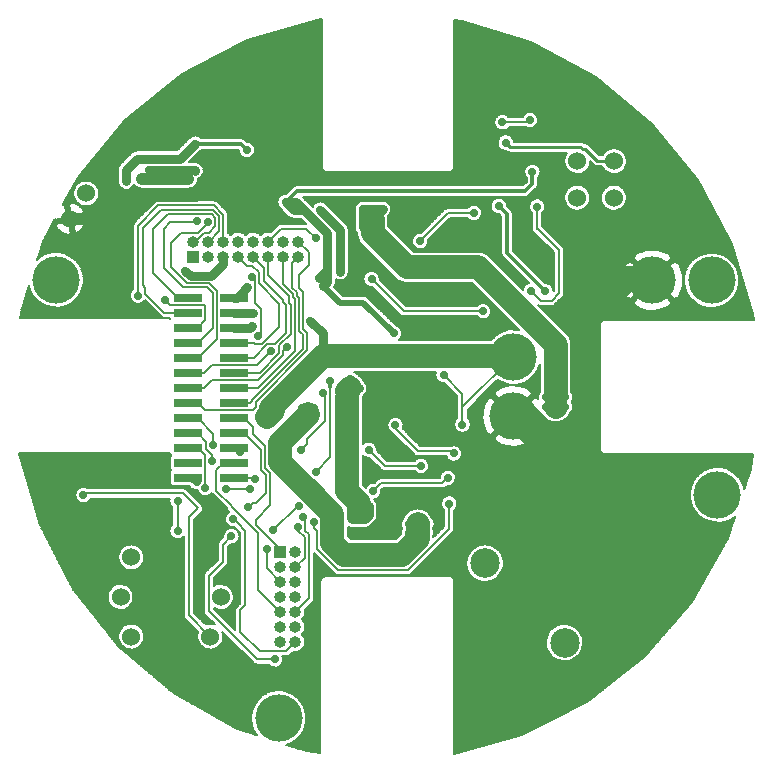
<source format=gbl>
G04 #@! TF.FileFunction,Copper,L2,Bot,Signal*
%FSLAX46Y46*%
G04 Gerber Fmt 4.6, Leading zero omitted, Abs format (unit mm)*
G04 Created by KiCad (PCBNEW 4.0.7) date 06/01/18 20:16:30*
%MOMM*%
%LPD*%
G01*
G04 APERTURE LIST*
%ADD10C,0.100000*%
%ADD11C,1.524000*%
%ADD12R,1.000000X1.000000*%
%ADD13O,1.000000X1.000000*%
%ADD14R,2.400000X0.740000*%
%ADD15C,4.000000*%
%ADD16C,2.500000*%
%ADD17C,0.706000*%
%ADD18C,0.203000*%
%ADD19C,0.750000*%
%ADD20C,2.000000*%
%ADD21C,0.300000*%
%ADD22C,0.500000*%
%ADD23C,0.250000*%
%ADD24C,0.170000*%
%ADD25C,1.000000*%
G04 APERTURE END LIST*
D10*
D11*
X27460000Y-67810000D03*
X28360000Y-71160000D03*
X35960000Y-67810000D03*
X35060000Y-71160000D03*
X28360000Y-64460000D03*
D12*
X41000000Y-64000000D03*
D13*
X42270000Y-64000000D03*
X41000000Y-65270000D03*
X42270000Y-65270000D03*
X41000000Y-66540000D03*
X42270000Y-66540000D03*
X41000000Y-67810000D03*
X42270000Y-67810000D03*
X41000000Y-69080000D03*
X42270000Y-69080000D03*
X41000000Y-70350000D03*
X42270000Y-70350000D03*
X41000000Y-71620000D03*
X42270000Y-71620000D03*
D14*
X37050000Y-42480000D03*
X33150000Y-42480000D03*
X37050000Y-43750000D03*
X33150000Y-43750000D03*
X37050000Y-45020000D03*
X33150000Y-45020000D03*
X37050000Y-46290000D03*
X33150000Y-46290000D03*
X37050000Y-47560000D03*
X33150000Y-47560000D03*
X37050000Y-48830000D03*
X33150000Y-48830000D03*
X37050000Y-50100000D03*
X33150000Y-50100000D03*
X37050000Y-51370000D03*
X33150000Y-51370000D03*
X37050000Y-52640000D03*
X33150000Y-52640000D03*
X37050000Y-53910000D03*
X33150000Y-53910000D03*
X37050000Y-55180000D03*
X33150000Y-55180000D03*
X37050000Y-56450000D03*
X33150000Y-56450000D03*
X37050000Y-57720000D03*
X33150000Y-57720000D03*
D15*
X78000000Y-59170000D03*
X40865000Y-78060622D03*
D11*
X24550000Y-33650000D03*
X23166617Y-35780223D03*
D16*
X65050000Y-71670000D03*
X58330000Y-64950000D03*
D15*
X60700000Y-47500000D03*
X60700000Y-52500000D03*
D11*
X69230000Y-30906000D03*
X69230000Y-34006000D03*
X66130000Y-34006000D03*
X66130000Y-30906000D03*
D12*
X33620000Y-39000000D03*
D13*
X33620000Y-37730000D03*
X34890000Y-39000000D03*
X34890000Y-37730000D03*
X36160000Y-39000000D03*
X36160000Y-37730000D03*
X37430000Y-39000000D03*
X37430000Y-37730000D03*
X38700000Y-39000000D03*
X38700000Y-37730000D03*
X39970000Y-39000000D03*
X39970000Y-37730000D03*
X41240000Y-39000000D03*
X41240000Y-37730000D03*
X42510000Y-39000000D03*
X42510000Y-37730000D03*
D15*
X22000000Y-40970000D03*
X72500000Y-41000000D03*
X77500000Y-41000000D03*
D17*
X54810000Y-49030000D03*
X62120000Y-27430000D03*
X59790000Y-27620000D03*
X38600000Y-44850000D03*
X32960000Y-40200000D03*
X33810000Y-40630000D03*
X27960000Y-32620000D03*
X43540000Y-44420000D03*
X59480000Y-34690000D03*
X63440000Y-41940000D03*
X55160000Y-57730000D03*
X48850000Y-58860000D03*
X56410000Y-53210000D03*
X39180000Y-52510000D03*
X38150000Y-29970000D03*
X33800000Y-29450000D03*
X60071000Y-29337000D03*
X39890000Y-53290000D03*
X40610000Y-52600000D03*
X39900000Y-52550000D03*
X39840000Y-51820000D03*
X62330000Y-31820000D03*
X42110000Y-35070000D03*
X41450000Y-34380000D03*
X44250000Y-40810000D03*
X38190000Y-41570000D03*
X44640000Y-41470000D03*
X50630000Y-45490000D03*
X37011068Y-61198932D03*
X35326998Y-54971002D03*
X33900000Y-58100000D03*
X33165499Y-56450000D03*
X36387568Y-58700000D03*
X38380000Y-58700000D03*
X43858000Y-61470000D03*
X42477520Y-61890000D03*
X55300000Y-59900000D03*
X42543783Y-60086217D03*
X40400000Y-62180000D03*
X39850000Y-63780000D03*
X42780000Y-55330000D03*
X62190000Y-41890000D03*
X58140000Y-43620000D03*
X48710000Y-40870000D03*
X44590000Y-50540000D03*
X62740000Y-34760000D03*
X46060000Y-40290000D03*
X44380000Y-35030000D03*
X38710000Y-43740000D03*
X49670000Y-34970000D03*
X47980000Y-36480000D03*
X47990000Y-34970000D03*
X47980000Y-35770000D03*
X48800000Y-34970000D03*
X48800000Y-35770000D03*
X65100000Y-51700000D03*
X65100000Y-50900000D03*
X63500000Y-51700000D03*
X64300000Y-51700000D03*
X63500000Y-50900000D03*
X64300000Y-50900000D03*
X42870000Y-61080000D03*
X44000000Y-57200000D03*
X45200000Y-49500000D03*
X52810000Y-37690000D03*
X57360000Y-35310000D03*
X33200000Y-32400000D03*
X33790000Y-31710000D03*
X29370000Y-32330000D03*
X29880000Y-31690000D03*
X55680000Y-55660000D03*
X50730000Y-53260000D03*
X52890000Y-56700000D03*
X48460000Y-55340000D03*
X32290000Y-59660000D03*
X32290000Y-62220000D03*
X35223982Y-56299747D03*
X41585245Y-46669913D03*
X40193775Y-47009539D03*
X39100000Y-45748000D03*
X38562000Y-40742000D03*
X43970000Y-37410000D03*
X34840000Y-36070000D03*
X33930000Y-36020000D03*
X31254018Y-42703982D03*
X28940000Y-42294000D03*
X24320000Y-59190000D03*
X55660000Y-32480000D03*
X53360000Y-61570000D03*
X42810000Y-52850000D03*
X43820000Y-51850000D03*
X42820000Y-51850000D03*
X43820000Y-52850000D03*
X43320000Y-52350000D03*
X53320000Y-62360000D03*
X52610000Y-62360000D03*
X51900000Y-62360000D03*
X51900000Y-61650000D03*
X52610000Y-61650000D03*
X46100000Y-50120000D03*
X47650000Y-50120000D03*
X46880000Y-49330000D03*
X46880000Y-50930000D03*
X47690000Y-60880000D03*
X47640000Y-60100000D03*
X47060000Y-61250000D03*
X46950000Y-60540000D03*
X48490000Y-60090000D03*
X46880000Y-50120000D03*
X48490000Y-60900000D03*
X38291999Y-60210000D03*
X37600000Y-55556998D03*
X40530000Y-73094000D03*
X36850000Y-62660000D03*
X34640075Y-58580233D03*
X38860000Y-57860000D03*
D18*
X56410000Y-51760000D02*
X56410000Y-50630000D01*
X56410000Y-50630000D02*
X54810000Y-49030000D01*
X59790000Y-27620000D02*
X61930000Y-27620000D01*
X61930000Y-27620000D02*
X62120000Y-27430000D01*
D19*
X37050000Y-45020000D02*
X38430000Y-45020000D01*
X38430000Y-45020000D02*
X38600000Y-44850000D01*
D20*
X60600000Y-47400000D02*
X44570000Y-47400000D01*
D19*
X33810000Y-40630000D02*
X33390000Y-40630000D01*
X33390000Y-40630000D02*
X32960000Y-40200000D01*
X36160000Y-39000000D02*
X36160000Y-39630000D01*
X35160000Y-40630000D02*
X33810000Y-40630000D01*
X36160000Y-39630000D02*
X35160000Y-40630000D01*
X33800000Y-29450000D02*
X32530000Y-30720000D01*
X32530000Y-30720000D02*
X28860000Y-30720000D01*
X28860000Y-30720000D02*
X27960000Y-31620000D01*
X27960000Y-31620000D02*
X27960000Y-32620000D01*
X44570000Y-45450000D02*
X44570000Y-47400000D01*
X43540000Y-44420000D02*
X44570000Y-45450000D01*
D21*
X60190000Y-38690000D02*
X63440000Y-41940000D01*
X60190000Y-35400000D02*
X60190000Y-38690000D01*
X59480000Y-34690000D02*
X60190000Y-35400000D01*
D20*
X44570000Y-47400000D02*
X40365000Y-51605000D01*
X60600000Y-47400000D02*
X60700000Y-47500000D01*
D18*
X54720000Y-58170000D02*
X55160000Y-57730000D01*
X49540000Y-58170000D02*
X54720000Y-58170000D01*
X48850000Y-58860000D02*
X49540000Y-58170000D01*
X60700000Y-47500000D02*
X60670000Y-47500000D01*
X60670000Y-47500000D02*
X56410000Y-51760000D01*
X56410000Y-51760000D02*
X56410000Y-53210000D01*
D20*
X40365000Y-51605000D02*
X40365000Y-52085000D01*
X40365000Y-52085000D02*
X39900000Y-52550000D01*
D22*
X39180000Y-52510000D02*
X39900000Y-52550000D01*
D21*
X33800000Y-29450000D02*
X37630000Y-29450000D01*
X37630000Y-29450000D02*
X38150000Y-29970000D01*
D23*
X60071000Y-29337000D02*
X60452000Y-29718000D01*
X60452000Y-29718000D02*
X66421000Y-29718000D01*
X66421000Y-29718000D02*
X66548000Y-29845000D01*
X66548000Y-29845000D02*
X66802000Y-29845000D01*
X66802000Y-29845000D02*
X67818000Y-30861000D01*
X67818000Y-30861000D02*
X69215000Y-30861000D01*
X69215000Y-30861000D02*
X69230000Y-30906000D01*
D20*
X40365000Y-51605000D02*
X40170000Y-51800000D01*
D22*
X39900000Y-52550000D02*
X39890000Y-53290000D01*
X40610000Y-52600000D02*
X39900000Y-52550000D01*
X39900000Y-52550000D02*
X39830000Y-51830000D01*
X39830000Y-51830000D02*
X39840000Y-51820000D01*
D19*
X37050000Y-42480000D02*
X37280000Y-42480000D01*
X37280000Y-42480000D02*
X38183480Y-41576520D01*
X38183480Y-41576520D02*
X38183480Y-41570000D01*
D21*
X42600000Y-33440000D02*
X42390000Y-33440000D01*
X61730000Y-33440000D02*
X62330000Y-32840000D01*
X62330000Y-32840000D02*
X62330000Y-31820000D01*
X61170000Y-33440000D02*
X56860000Y-33440000D01*
X42600000Y-33440000D02*
X56860000Y-33440000D01*
X61170000Y-33440000D02*
X61730000Y-33440000D01*
X42390000Y-33440000D02*
X41450000Y-34380000D01*
D19*
X42110000Y-35070000D02*
X43020000Y-35070000D01*
X42980000Y-35080000D02*
X42980000Y-35030000D01*
X43010000Y-35080000D02*
X42980000Y-35080000D01*
X43020000Y-35070000D02*
X43010000Y-35080000D01*
X42110000Y-35070000D02*
X42110000Y-35040000D01*
X42110000Y-35040000D02*
X41450000Y-34380000D01*
X41450000Y-34380000D02*
X42330000Y-34380000D01*
X42330000Y-34380000D02*
X42980000Y-35030000D01*
X42980000Y-35030000D02*
X44970000Y-37020000D01*
X44970000Y-37020000D02*
X44970000Y-40260000D01*
X44800000Y-40260000D02*
X44250000Y-40810000D01*
X44970000Y-40260000D02*
X44800000Y-40260000D01*
X44970000Y-41140000D02*
X44640000Y-41470000D01*
X44970000Y-40260000D02*
X44970000Y-41140000D01*
D22*
X46060000Y-42890000D02*
X48030000Y-42890000D01*
X48030000Y-42890000D02*
X50630000Y-45490000D01*
X44640000Y-41470000D02*
X46060000Y-42890000D01*
D18*
X42270000Y-71620000D02*
X41499499Y-72390501D01*
X41499499Y-72390501D02*
X39240501Y-72390501D01*
X38022999Y-62210863D02*
X37364067Y-61551931D01*
X39240501Y-72390501D02*
X37590000Y-70740000D01*
X37590000Y-70740000D02*
X37590000Y-68950000D01*
X37590000Y-68950000D02*
X38022999Y-68517001D01*
X38022999Y-68517001D02*
X38022999Y-62210863D01*
X37364067Y-61551931D02*
X37011068Y-61198932D01*
D24*
X35326998Y-54971002D02*
X35326998Y-53986998D01*
X35326998Y-53986998D02*
X33980000Y-52640000D01*
X33980000Y-52640000D02*
X33150000Y-52640000D01*
X42270000Y-71620000D02*
X42117402Y-71620000D01*
D18*
X41000000Y-69080000D02*
X39130000Y-67210000D01*
X36863900Y-60085401D02*
X35578499Y-58800000D01*
X39130000Y-67210000D02*
X39130000Y-62436100D01*
X39130000Y-62436100D02*
X36863900Y-60170000D01*
X36863900Y-60170000D02*
X36863900Y-60085401D01*
X35578499Y-58800000D02*
X35578499Y-57091501D01*
X35578499Y-57091501D02*
X36220000Y-56450000D01*
X36220000Y-56450000D02*
X37050000Y-56450000D01*
D24*
X37880000Y-56450000D02*
X37050000Y-56450000D01*
X33900000Y-58100000D02*
X33530000Y-58100000D01*
X33530000Y-58100000D02*
X33150000Y-57720000D01*
D18*
X38380000Y-58700000D02*
X36387568Y-58700000D01*
X43858000Y-61470000D02*
X43858000Y-61969217D01*
X43858000Y-61969217D02*
X44109490Y-62220707D01*
X44109490Y-62220707D02*
X44109490Y-63746262D01*
X44109490Y-63746262D02*
X45863738Y-65500510D01*
X43040501Y-62770501D02*
X42477520Y-62207520D01*
X42477520Y-62207520D02*
X42477520Y-61890000D01*
X42270000Y-65270000D02*
X43040501Y-64499499D01*
X43040501Y-64499499D02*
X43040501Y-62770501D01*
X45863738Y-65500510D02*
X51814342Y-65500510D01*
D24*
X51864852Y-65450000D02*
X55300000Y-62014852D01*
D18*
X51814342Y-65500510D02*
X51864852Y-65450000D01*
D24*
X55300000Y-62014852D02*
X55300000Y-59900000D01*
D18*
X40400000Y-62180000D02*
X42493783Y-60086217D01*
X42493783Y-60086217D02*
X42543783Y-60086217D01*
X41000000Y-66540000D02*
X39850000Y-65390000D01*
X39850000Y-65390000D02*
X39850000Y-63780000D01*
X44150000Y-53520000D02*
X44190000Y-53520000D01*
X62740000Y-34760000D02*
X62740000Y-36650000D01*
X43230000Y-54440000D02*
X44150000Y-53520000D01*
X62740000Y-36600000D02*
X62740000Y-36650000D01*
X64600000Y-38460000D02*
X62740000Y-36600000D01*
X64600000Y-42080000D02*
X64600000Y-38460000D01*
X63950000Y-42730000D02*
X64600000Y-42080000D01*
X63030000Y-42730000D02*
X63950000Y-42730000D01*
X62190000Y-41890000D02*
X63030000Y-42730000D01*
X51460000Y-43620000D02*
X58140000Y-43620000D01*
X48710000Y-40870000D02*
X51460000Y-43620000D01*
X44780000Y-50730000D02*
X44590000Y-50540000D01*
X44780000Y-52930000D02*
X44780000Y-50730000D01*
X44190000Y-53520000D02*
X44780000Y-52930000D01*
X62740000Y-34890000D02*
X62740000Y-34760000D01*
X42780000Y-55330000D02*
X43230000Y-54880000D01*
X43230000Y-54880000D02*
X43230000Y-54440000D01*
D19*
X37050000Y-43750000D02*
X38700000Y-43750000D01*
X38700000Y-43750000D02*
X38710000Y-43740000D01*
X46060000Y-36710000D02*
X46060000Y-40290000D01*
X44380000Y-35030000D02*
X46060000Y-36710000D01*
X47980000Y-36480000D02*
X48160000Y-36480000D01*
X48160000Y-36480000D02*
X49670000Y-34970000D01*
X47990000Y-34970000D02*
X47990000Y-36470000D01*
X47990000Y-36470000D02*
X47980000Y-36480000D01*
X47990000Y-34970000D02*
X49670000Y-34970000D01*
X49670000Y-34970000D02*
X49600000Y-34970000D01*
X49600000Y-34970000D02*
X48800000Y-35770000D01*
D20*
X62070000Y-44220000D02*
X62050000Y-44220000D01*
X62050000Y-44220000D02*
X57740000Y-39910000D01*
X57740000Y-39910000D02*
X51730000Y-39910000D01*
X51730000Y-39910000D02*
X48800000Y-36980000D01*
X48800000Y-36980000D02*
X48800000Y-35770000D01*
X64300000Y-50900000D02*
X64300000Y-46450000D01*
X64300000Y-46450000D02*
X62070000Y-44220000D01*
D24*
X48800000Y-35770000D02*
X48690000Y-35770000D01*
X48690000Y-35770000D02*
X47980000Y-36480000D01*
X48800000Y-34970000D02*
X47990000Y-34970000D01*
X48800000Y-35770000D02*
X47980000Y-35770000D01*
X48800000Y-35770000D02*
X48800000Y-34970000D01*
D22*
X64300000Y-51700000D02*
X65100000Y-51700000D01*
X64300000Y-50900000D02*
X65100000Y-50900000D01*
X64300000Y-51700000D02*
X63500000Y-51700000D01*
X63500000Y-51700000D02*
X64300000Y-51700000D01*
X64300000Y-50900000D02*
X64300000Y-51700000D01*
X64300000Y-50900000D02*
X63500000Y-50900000D01*
D20*
X64300000Y-51700000D02*
X64300000Y-51700000D01*
D18*
X42270000Y-69080000D02*
X43412511Y-67937489D01*
X43412511Y-67937489D02*
X43412511Y-62500771D01*
X43412511Y-62500771D02*
X43101021Y-62189281D01*
X43101021Y-62189281D02*
X43101021Y-61311021D01*
X43101021Y-61311021D02*
X42870000Y-61080000D01*
X45200000Y-49999217D02*
X45214501Y-50013718D01*
X45214501Y-55985499D02*
X44000000Y-57200000D01*
X45214501Y-50013718D02*
X45214501Y-55985499D01*
D21*
X45200000Y-49500000D02*
X45200000Y-49999217D01*
D18*
X55190000Y-35310000D02*
X57360000Y-35310000D01*
X52810000Y-37690000D02*
X55190000Y-35310000D01*
D25*
X29300000Y-32400000D02*
X33200000Y-32400000D01*
D19*
X29300000Y-32400000D02*
X29370000Y-32330000D01*
X29880000Y-31690000D02*
X33770000Y-31690000D01*
X33770000Y-31690000D02*
X33790000Y-31710000D01*
X30520000Y-32330000D02*
X29370000Y-32330000D01*
X29880000Y-31690000D02*
X30520000Y-32330000D01*
D18*
X52770000Y-55480000D02*
X52680000Y-55480000D01*
X55680000Y-55660000D02*
X55500000Y-55480000D01*
X55500000Y-55480000D02*
X52770000Y-55480000D01*
X50730000Y-53530000D02*
X50730000Y-53260000D01*
X52680000Y-55480000D02*
X50730000Y-53530000D01*
X49820000Y-56700000D02*
X52890000Y-56700000D01*
X48460000Y-55340000D02*
X49820000Y-56700000D01*
D24*
X40883991Y-44600000D02*
X40883991Y-42963991D01*
X37050000Y-46290000D02*
X38742158Y-46290000D01*
X38742158Y-46290000D02*
X38808159Y-46356001D01*
X38808159Y-46356001D02*
X39466625Y-46356001D01*
X39466625Y-46356001D02*
X40883991Y-44938635D01*
X40883991Y-44938635D02*
X40883991Y-44600000D01*
X40883991Y-42963991D02*
X39170000Y-41250000D01*
X39170000Y-41250000D02*
X39170000Y-40332000D01*
X39170000Y-40332000D02*
X38593001Y-39755001D01*
X38593001Y-39755001D02*
X38185001Y-39755001D01*
X38185001Y-39755001D02*
X37929999Y-39499999D01*
X37929999Y-39499999D02*
X37430000Y-39000000D01*
X37050000Y-47560000D02*
X38743472Y-47560000D01*
X38743472Y-47560000D02*
X39903472Y-46400000D01*
X39903472Y-46400000D02*
X40514470Y-46400000D01*
X40514470Y-46400000D02*
X41478000Y-45436470D01*
X41478000Y-45436470D02*
X41478000Y-43120846D01*
X41478000Y-43120846D02*
X41224000Y-42866846D01*
X41224000Y-42866846D02*
X41224000Y-42634000D01*
X41224000Y-42634000D02*
X39620000Y-41030000D01*
X39620000Y-41030000D02*
X39620000Y-39920000D01*
X39620000Y-39920000D02*
X38700000Y-39000000D01*
X37050000Y-48830000D02*
X39233156Y-48830000D01*
X39233156Y-48830000D02*
X40892236Y-47170920D01*
X40892236Y-47170920D02*
X40892236Y-46503080D01*
X40892236Y-46503080D02*
X41889961Y-45505355D01*
X41889961Y-45505355D02*
X41889961Y-43051961D01*
X41889961Y-43051961D02*
X41732000Y-42894000D01*
X41732000Y-42894000D02*
X41732000Y-42297873D01*
X41732000Y-42297873D02*
X39970000Y-40535873D01*
X39970000Y-40535873D02*
X39970000Y-39000000D01*
D18*
X40070000Y-39100000D02*
X39970000Y-39000000D01*
X40080000Y-39110000D02*
X39970000Y-39000000D01*
D24*
X41240000Y-39000000D02*
X41240000Y-41325027D01*
X41240000Y-41325027D02*
X42082320Y-42167347D01*
X39095000Y-50100000D02*
X38420000Y-50100000D01*
X42082320Y-42167347D02*
X42082320Y-42455166D01*
X42082320Y-42455166D02*
X42229971Y-42602817D01*
X42229971Y-42602817D02*
X42229972Y-46965028D01*
X42229972Y-46965028D02*
X39095000Y-50100000D01*
X38420000Y-50100000D02*
X37050000Y-50100000D01*
X37050000Y-51370000D02*
X38420000Y-51370000D01*
X38420000Y-51370000D02*
X38574982Y-51215018D01*
X38574982Y-51215018D02*
X38574982Y-51139320D01*
X42510000Y-39000000D02*
X42010001Y-39499999D01*
X42422329Y-42314329D02*
X42569981Y-42461981D01*
X42010001Y-39499999D02*
X42010001Y-41614182D01*
X39192000Y-50522302D02*
X38574982Y-51139320D01*
X42775154Y-45434000D02*
X42915990Y-45574836D01*
X42569981Y-45255981D02*
X42748000Y-45434000D01*
X42010001Y-41614182D02*
X42422329Y-42026510D01*
X42915990Y-46790010D02*
X39192000Y-50514000D01*
X42422329Y-42026510D02*
X42422329Y-42314329D01*
X42569981Y-42461981D02*
X42569981Y-45255981D01*
X39192000Y-50514000D02*
X39192000Y-50522302D01*
X42748000Y-45434000D02*
X42775154Y-45434000D01*
X42915990Y-45574836D02*
X42915990Y-46790010D01*
D18*
X42160000Y-39350000D02*
X42510000Y-39000000D01*
X41000000Y-64000000D02*
X41000000Y-63780000D01*
X41000000Y-63780000D02*
X38938000Y-61718000D01*
X38938000Y-61718000D02*
X38938000Y-61252000D01*
X38938000Y-61252000D02*
X40130000Y-60060000D01*
X39699490Y-54999490D02*
X38938000Y-54238000D01*
X40130000Y-60060000D02*
X40130000Y-57316772D01*
X40130000Y-57316772D02*
X39699490Y-56886262D01*
X39699490Y-56886262D02*
X39699490Y-54999490D01*
D24*
X38938000Y-54238000D02*
X38700000Y-54000000D01*
X38700000Y-54000000D02*
X38700000Y-53460000D01*
X38700000Y-53460000D02*
X37880000Y-52640000D01*
X37880000Y-52640000D02*
X37050000Y-52640000D01*
D18*
X32290000Y-62220000D02*
X32290000Y-59660000D01*
D24*
X35100000Y-55700000D02*
X35123452Y-55700000D01*
X35123452Y-55700000D02*
X35223982Y-55800530D01*
X35223982Y-55800530D02*
X35223982Y-56299747D01*
X34718997Y-55318997D02*
X35100000Y-55700000D01*
X33980000Y-53910000D02*
X34718997Y-54648997D01*
X34718997Y-54648997D02*
X34718997Y-55318997D01*
X33150000Y-53910000D02*
X33980000Y-53910000D01*
X33150000Y-51370000D02*
X33980000Y-51370000D01*
X33980000Y-51370000D02*
X34605001Y-51995001D01*
X34605001Y-51995001D02*
X38680147Y-51995001D01*
X38680147Y-51995001D02*
X38914991Y-51760157D01*
X38914991Y-51760157D02*
X38914991Y-51280157D01*
X38914991Y-51280157D02*
X43256000Y-46939148D01*
X43256000Y-46939148D02*
X43256000Y-45434000D01*
X43256000Y-45434000D02*
X42909991Y-45087991D01*
X42909991Y-45087991D02*
X42909991Y-42009991D01*
X42909991Y-42009991D02*
X42570000Y-41670000D01*
D18*
X42570000Y-41670000D02*
X42570000Y-40520000D01*
X43390000Y-38610000D02*
X42510000Y-37730000D01*
X43390000Y-39700000D02*
X43390000Y-38610000D01*
X42570000Y-40520000D02*
X43390000Y-39700000D01*
D24*
X41585245Y-46669913D02*
X41232246Y-47022912D01*
X41232246Y-47022912D02*
X41232246Y-47311756D01*
X41232246Y-47311756D02*
X39089001Y-49455001D01*
X39089001Y-49455001D02*
X35164999Y-49455001D01*
X35164999Y-49455001D02*
X34520000Y-50100000D01*
X34520000Y-50100000D02*
X33150000Y-50100000D01*
X40193775Y-47009539D02*
X39018313Y-48185001D01*
X39018313Y-48185001D02*
X35164999Y-48185001D01*
X35164999Y-48185001D02*
X34520000Y-48830000D01*
X34520000Y-48830000D02*
X33150000Y-48830000D01*
X38813490Y-42902522D02*
X39340009Y-43429041D01*
X39340009Y-43429041D02*
X39340009Y-45507991D01*
X39340009Y-45507991D02*
X39100000Y-45748000D01*
X38562000Y-40742000D02*
X38813490Y-40993490D01*
X38813490Y-40993490D02*
X38813490Y-42902522D01*
X41080000Y-36620000D02*
X39970000Y-37730000D01*
X43180000Y-36620000D02*
X41080000Y-36620000D01*
X43970000Y-37410000D02*
X43180000Y-36620000D01*
X31710000Y-39600000D02*
X31710000Y-37840000D01*
X33150000Y-47560000D02*
X33980000Y-47560000D01*
X33980000Y-47560000D02*
X35594999Y-45945001D01*
X35594999Y-45945001D02*
X35594999Y-41905999D01*
X34949010Y-41260010D02*
X33129041Y-41260009D01*
X35594999Y-41905999D02*
X34949010Y-41260010D01*
X33129041Y-41260009D02*
X31710000Y-39840968D01*
X31710000Y-39840968D02*
X31710000Y-39600000D01*
X31710000Y-37840000D02*
X32580000Y-36970000D01*
X34039164Y-36970000D02*
X34840000Y-36169164D01*
X32580000Y-36970000D02*
X34039164Y-36970000D01*
X34840000Y-36169164D02*
X34840000Y-36070000D01*
X33930000Y-36020000D02*
X33880000Y-36070000D01*
X35254989Y-42054989D02*
X35254989Y-45015011D01*
X33880000Y-36070000D02*
X31660000Y-36070000D01*
X31660000Y-36070000D02*
X31110000Y-36620000D01*
X31110000Y-36620000D02*
X31110000Y-39930000D01*
X35254989Y-45015011D02*
X33980000Y-46290000D01*
X31110000Y-39930000D02*
X32780018Y-41600018D01*
X32780018Y-41600018D02*
X34800018Y-41600018D01*
X34800018Y-41600018D02*
X35254989Y-42054989D01*
X33980000Y-46290000D02*
X33150000Y-46290000D01*
X31254018Y-42703982D02*
X31655037Y-43105001D01*
X31655037Y-43105001D02*
X34534003Y-43105001D01*
X34534003Y-43105001D02*
X34605001Y-43175999D01*
X33980000Y-45020000D02*
X33150000Y-45020000D01*
X34605001Y-43175999D02*
X34605001Y-44394999D01*
X34605001Y-44394999D02*
X33980000Y-45020000D01*
X28940000Y-41710000D02*
X28940000Y-42294000D01*
X36160000Y-35430000D02*
X36160000Y-37730000D01*
X35375002Y-34645002D02*
X36160000Y-35430000D01*
X30674998Y-34645002D02*
X35375002Y-34645002D01*
X28940000Y-36380000D02*
X30674998Y-34645002D01*
X28940000Y-41710000D02*
X28940000Y-36380000D01*
X29548001Y-42153001D02*
X31145000Y-43750000D01*
X31145000Y-43750000D02*
X33150000Y-43750000D01*
X29360000Y-41425000D02*
X29548001Y-41613001D01*
X29548001Y-41613001D02*
X29548001Y-42153001D01*
D18*
X29360000Y-40880000D02*
X29360000Y-41425000D01*
D24*
X34890000Y-37730000D02*
X34950000Y-37730000D01*
X34950000Y-37730000D02*
X35819998Y-36860002D01*
X35819998Y-36860002D02*
X35819998Y-35570834D01*
X35819998Y-35570834D02*
X35279164Y-35030000D01*
X35279164Y-35030000D02*
X34210000Y-35030000D01*
X30900000Y-35030000D02*
X34210000Y-35030000D01*
X29360000Y-36570000D02*
X30900000Y-35030000D01*
X29360000Y-40880000D02*
X29360000Y-36570000D01*
X33620000Y-37730000D02*
X33760000Y-37730000D01*
X32320000Y-42480000D02*
X33150000Y-42480000D01*
X33760000Y-37730000D02*
X34530000Y-36960000D01*
X34530000Y-36960000D02*
X34960000Y-36960000D01*
X34960000Y-36960000D02*
X35479996Y-36440004D01*
X35479996Y-36440004D02*
X35479996Y-35711668D01*
X35479996Y-35711668D02*
X35168328Y-35400000D01*
X30230000Y-36630000D02*
X30230000Y-40390000D01*
X35168328Y-35400000D02*
X31460000Y-35400000D01*
X31460000Y-35400000D02*
X30230000Y-36630000D01*
X30230000Y-40390000D02*
X32320000Y-42480000D01*
D18*
X24320000Y-59190000D02*
X24473501Y-59036499D01*
X24473501Y-59036499D02*
X32746499Y-59036499D01*
X32746499Y-59036499D02*
X34020000Y-60310000D01*
X33258001Y-61071999D02*
X33258001Y-69358001D01*
X34020000Y-60310000D02*
X33258001Y-61071999D01*
X33258001Y-69358001D02*
X35060000Y-71160000D01*
D25*
X64370000Y-35400000D02*
X64370000Y-35770000D01*
X64370000Y-35400000D02*
X64370000Y-32100000D01*
X64370000Y-32100000D02*
X62900000Y-30630000D01*
X62900000Y-30630000D02*
X57010000Y-30630000D01*
X69400000Y-40800000D02*
X72550000Y-40800000D01*
X64370000Y-35770000D02*
X69400000Y-40800000D01*
D20*
X67100000Y-44400000D02*
X67100000Y-44150000D01*
X67100000Y-44150000D02*
X70450000Y-40800000D01*
X70450000Y-40800000D02*
X72550000Y-40800000D01*
X60700000Y-52500000D02*
X63100000Y-54900000D01*
X63100000Y-54900000D02*
X66500000Y-54900000D01*
X66500000Y-54900000D02*
X67100000Y-54300000D01*
X67100000Y-54300000D02*
X67100000Y-44400000D01*
D25*
X26690000Y-33890000D02*
X26600000Y-33890000D01*
X26690000Y-33890000D02*
X33820000Y-33890000D01*
X33820000Y-33890000D02*
X35480000Y-32230000D01*
X35480000Y-32230000D02*
X53240000Y-32230000D01*
X55410000Y-32230000D02*
X53240000Y-32230000D01*
X24709777Y-35780223D02*
X23166617Y-35780223D01*
X26600000Y-33890000D02*
X24709777Y-35780223D01*
D24*
X60700000Y-52500000D02*
X60714998Y-52500000D01*
D20*
X63350000Y-53900000D02*
X61950000Y-52500000D01*
X65230000Y-53900000D02*
X63350000Y-53900000D01*
X66670000Y-52460000D02*
X65230000Y-53900000D01*
X61950000Y-52500000D02*
X60700000Y-52500000D01*
D25*
X55410000Y-32230000D02*
X55660000Y-32480000D01*
D20*
X60700000Y-52500000D02*
X60500000Y-52500000D01*
X43320000Y-52350000D02*
X43320000Y-52410000D01*
X40970000Y-56360000D02*
X44110000Y-59500000D01*
X40970000Y-54760000D02*
X40970000Y-56360000D01*
X43320000Y-52410000D02*
X40970000Y-54760000D01*
X43320000Y-58710000D02*
X44110000Y-59500000D01*
X52610000Y-62930000D02*
X52610000Y-61650000D01*
X44110000Y-59500000D02*
X45380000Y-60770000D01*
X45380000Y-60770000D02*
X45380000Y-63220000D01*
X45380000Y-63220000D02*
X46390000Y-64230000D01*
X46390000Y-64230000D02*
X51310000Y-64230000D01*
X51310000Y-64230000D02*
X52610000Y-62930000D01*
D24*
X53280000Y-61650000D02*
X53360000Y-61570000D01*
X52610000Y-61650000D02*
X53280000Y-61650000D01*
D22*
X43320000Y-52350000D02*
X43310000Y-52350000D01*
X43310000Y-52350000D02*
X42810000Y-52850000D01*
X43320000Y-52350000D02*
X43820000Y-51850000D01*
X43320000Y-52350000D02*
X42820000Y-51850000D01*
X43320000Y-52350000D02*
X43820000Y-52850000D01*
D24*
X52610000Y-61650000D02*
X53320000Y-62360000D01*
X51900000Y-61650000D02*
X51900000Y-62360000D01*
X52610000Y-61650000D02*
X52610000Y-62360000D01*
X52610000Y-61650000D02*
X51900000Y-61650000D01*
X51900000Y-61650000D02*
X52610000Y-61650000D01*
D20*
X52610000Y-61650000D02*
X52610000Y-61650000D01*
D19*
X46880000Y-50120000D02*
X47650000Y-50120000D01*
X46880000Y-50120000D02*
X46880000Y-49330000D01*
X46880000Y-50930000D02*
X46630000Y-50930000D01*
X46630000Y-50930000D02*
X46880000Y-50930000D01*
X46880000Y-50930000D02*
X46630000Y-50930000D01*
X48490000Y-60900000D02*
X48490000Y-60090000D01*
X46950000Y-60540000D02*
X46950000Y-59200000D01*
X46950000Y-59200000D02*
X46630000Y-58880000D01*
X46950000Y-60540000D02*
X46950000Y-61140000D01*
X46950000Y-61140000D02*
X47060000Y-61250000D01*
X47060000Y-61250000D02*
X48140000Y-61250000D01*
X48140000Y-61250000D02*
X48490000Y-60900000D01*
X48490000Y-60900000D02*
X47710000Y-60900000D01*
X47710000Y-60900000D02*
X47690000Y-60880000D01*
X47640000Y-60100000D02*
X47640000Y-59890000D01*
X47240000Y-60830000D02*
X47640000Y-60830000D01*
X46950000Y-60540000D02*
X47240000Y-60830000D01*
X47640000Y-60830000D02*
X47640000Y-59890000D01*
X48490000Y-60090000D02*
X47700000Y-60880000D01*
X47690000Y-60880000D02*
X47640000Y-60830000D01*
D20*
X46630000Y-50370000D02*
X46880000Y-50120000D01*
X46630000Y-52770000D02*
X46630000Y-50930000D01*
D19*
X46630000Y-50930000D02*
X46630000Y-50370000D01*
D20*
X46630000Y-58880000D02*
X46630000Y-52770000D01*
X47640000Y-59890000D02*
X46630000Y-58880000D01*
D19*
X47640000Y-60830000D02*
X47640000Y-59890000D01*
X48490000Y-60900000D02*
X48470000Y-60880000D01*
D18*
X39327480Y-57040353D02*
X39327480Y-55357480D01*
X39327480Y-55357480D02*
X38505001Y-54535001D01*
X39757990Y-57470862D02*
X39327480Y-57040353D01*
X39757990Y-59035910D02*
X39757990Y-57470862D01*
X38291999Y-60210000D02*
X38644998Y-59857001D01*
X38644998Y-59857001D02*
X38936899Y-59857001D01*
X38936899Y-59857001D02*
X39757990Y-59035910D01*
X38505001Y-59953157D02*
X38505001Y-59996998D01*
X38505001Y-59996998D02*
X38291999Y-60210000D01*
D24*
X37050000Y-53910000D02*
X37880000Y-53910000D01*
X37880000Y-53910000D02*
X38505001Y-54535001D01*
D18*
X41000000Y-65270000D02*
X40781298Y-65270000D01*
D24*
X37600000Y-55556998D02*
X37426998Y-55556998D01*
X37426998Y-55556998D02*
X37050000Y-55180000D01*
D18*
X40530000Y-73094000D02*
X39030098Y-73094000D01*
X39030098Y-73094000D02*
X34933499Y-68997401D01*
X34933499Y-68997401D02*
X34933499Y-66036501D01*
X34933499Y-66036501D02*
X36110000Y-64860000D01*
X36110000Y-64860000D02*
X36110000Y-63400000D01*
X36110000Y-63400000D02*
X36850000Y-62660000D01*
D24*
X33150000Y-55180000D02*
X33980000Y-55180000D01*
X33980000Y-55180000D02*
X34605001Y-55805001D01*
X34605001Y-55805001D02*
X34605001Y-58045942D01*
X34605001Y-58045942D02*
X34640075Y-58081016D01*
X34640075Y-58081016D02*
X34640075Y-58580233D01*
X34640075Y-58580233D02*
X34605001Y-58594999D01*
D18*
X37050000Y-57720000D02*
X38720000Y-57720000D01*
X38720000Y-57720000D02*
X38860000Y-57860000D01*
D24*
X44504000Y-18907031D02*
X44504000Y-18907031D01*
X44504000Y-19026231D02*
X43803426Y-19026231D01*
X56304766Y-19026231D02*
X55706000Y-19026231D01*
X44504000Y-19145431D02*
X43398420Y-19145431D01*
X56724256Y-19145431D02*
X55706000Y-19145431D01*
X44504000Y-19264631D02*
X42993413Y-19264631D01*
X57109329Y-19264631D02*
X55706000Y-19264631D01*
X44504000Y-19383831D02*
X42588406Y-19383831D01*
X57494402Y-19383831D02*
X55706000Y-19383831D01*
X44504000Y-19503031D02*
X42183399Y-19503031D01*
X57879475Y-19503031D02*
X55706000Y-19503031D01*
X44504000Y-19622231D02*
X41778392Y-19622231D01*
X58264549Y-19622231D02*
X55706000Y-19622231D01*
X44504000Y-19741431D02*
X41373386Y-19741431D01*
X58649622Y-19741431D02*
X55706000Y-19741431D01*
X44504000Y-19860631D02*
X40968379Y-19860631D01*
X59034695Y-19860631D02*
X55706000Y-19860631D01*
X44504000Y-19979831D02*
X40563372Y-19979831D01*
X59419768Y-19979831D02*
X55706000Y-19979831D01*
X44504000Y-20099031D02*
X40158365Y-20099031D01*
X59804841Y-20099031D02*
X55706000Y-20099031D01*
X44504000Y-20218231D02*
X39753358Y-20218231D01*
X60189914Y-20218231D02*
X55706000Y-20218231D01*
X44504000Y-20337431D02*
X39348352Y-20337431D01*
X60574987Y-20337431D02*
X55706000Y-20337431D01*
X44504000Y-20456631D02*
X38943345Y-20456631D01*
X60960060Y-20456631D02*
X55706000Y-20456631D01*
X44504000Y-20575831D02*
X38538338Y-20575831D01*
X61345133Y-20575831D02*
X55706000Y-20575831D01*
X44504000Y-20695031D02*
X38143757Y-20695031D01*
X61730206Y-20695031D02*
X55706000Y-20695031D01*
X44504000Y-20814231D02*
X37915748Y-20814231D01*
X62115279Y-20814231D02*
X55706000Y-20814231D01*
X44504000Y-20933431D02*
X37687739Y-20933431D01*
X62393720Y-20933431D02*
X55706000Y-20933431D01*
X44504000Y-21052631D02*
X37459731Y-21052631D01*
X62614176Y-21052631D02*
X55706000Y-21052631D01*
X44504000Y-21171831D02*
X37231722Y-21171831D01*
X62834631Y-21171831D02*
X55706000Y-21171831D01*
X44504000Y-21291031D02*
X37003714Y-21291031D01*
X63055087Y-21291031D02*
X55706000Y-21291031D01*
X44504000Y-21410231D02*
X36775705Y-21410231D01*
X63275543Y-21410231D02*
X55706000Y-21410231D01*
X44504000Y-21529431D02*
X36547696Y-21529431D01*
X63495999Y-21529431D02*
X55706000Y-21529431D01*
X44504000Y-21648631D02*
X36319688Y-21648631D01*
X63716454Y-21648631D02*
X55706000Y-21648631D01*
X44504000Y-21767831D02*
X36091679Y-21767831D01*
X63936910Y-21767831D02*
X55706000Y-21767831D01*
X44504000Y-21887031D02*
X35863671Y-21887031D01*
X64157366Y-21887031D02*
X55706000Y-21887031D01*
X44504000Y-22006231D02*
X35635662Y-22006231D01*
X64377822Y-22006231D02*
X55706000Y-22006231D01*
X44504000Y-22125431D02*
X35407653Y-22125431D01*
X64598277Y-22125431D02*
X55706000Y-22125431D01*
X44504000Y-22244631D02*
X35179645Y-22244631D01*
X64818733Y-22244631D02*
X55706000Y-22244631D01*
X44504000Y-22363831D02*
X34951636Y-22363831D01*
X65039189Y-22363831D02*
X55706000Y-22363831D01*
X44504000Y-22483031D02*
X34723628Y-22483031D01*
X65259645Y-22483031D02*
X55706000Y-22483031D01*
X44504000Y-22602231D02*
X34495619Y-22602231D01*
X65480100Y-22602231D02*
X55706000Y-22602231D01*
X44504000Y-22721431D02*
X34267610Y-22721431D01*
X65700556Y-22721431D02*
X55706000Y-22721431D01*
X44504000Y-22840631D02*
X34039602Y-22840631D01*
X65921012Y-22840631D02*
X55706000Y-22840631D01*
X44504000Y-22959831D02*
X33811593Y-22959831D01*
X66141468Y-22959831D02*
X55706000Y-22959831D01*
X44504000Y-23079031D02*
X33583584Y-23079031D01*
X66361923Y-23079031D02*
X55706000Y-23079031D01*
X44504000Y-23198231D02*
X33355576Y-23198231D01*
X66582379Y-23198231D02*
X55706000Y-23198231D01*
X44504000Y-23317431D02*
X33127567Y-23317431D01*
X66802835Y-23317431D02*
X55706000Y-23317431D01*
X44504000Y-23436631D02*
X32899559Y-23436631D01*
X67023291Y-23436631D02*
X55706000Y-23436631D01*
X44504000Y-23555831D02*
X32677771Y-23555831D01*
X67243746Y-23555831D02*
X55706000Y-23555831D01*
X44504000Y-23675031D02*
X32529516Y-23675031D01*
X67464202Y-23675031D02*
X55706000Y-23675031D01*
X44504000Y-23794231D02*
X32381261Y-23794231D01*
X67682464Y-23794231D02*
X55706000Y-23794231D01*
X44504000Y-23913431D02*
X32233006Y-23913431D01*
X67826552Y-23913431D02*
X55706000Y-23913431D01*
X44504000Y-24032631D02*
X32084752Y-24032631D01*
X67970640Y-24032631D02*
X55706000Y-24032631D01*
X44504000Y-24151831D02*
X31936497Y-24151831D01*
X68114728Y-24151831D02*
X55706000Y-24151831D01*
X44504000Y-24271031D02*
X31788242Y-24271031D01*
X68258816Y-24271031D02*
X55706000Y-24271031D01*
X44504000Y-24390231D02*
X31639987Y-24390231D01*
X68402904Y-24390231D02*
X55706000Y-24390231D01*
X44504000Y-24509431D02*
X31491732Y-24509431D01*
X68546992Y-24509431D02*
X55706000Y-24509431D01*
X44504000Y-24628631D02*
X31343477Y-24628631D01*
X68691080Y-24628631D02*
X55706000Y-24628631D01*
X44504000Y-24747831D02*
X31195222Y-24747831D01*
X68835168Y-24747831D02*
X55706000Y-24747831D01*
X44504000Y-24867031D02*
X31046967Y-24867031D01*
X68979256Y-24867031D02*
X55706000Y-24867031D01*
X44504000Y-24986231D02*
X30898712Y-24986231D01*
X69123344Y-24986231D02*
X55706000Y-24986231D01*
X44504000Y-25105431D02*
X30750458Y-25105431D01*
X69267432Y-25105431D02*
X55706000Y-25105431D01*
X44504000Y-25224631D02*
X30602203Y-25224631D01*
X69411520Y-25224631D02*
X55706000Y-25224631D01*
X44504000Y-25343831D02*
X30453948Y-25343831D01*
X69555608Y-25343831D02*
X55706000Y-25343831D01*
X44504000Y-25463031D02*
X30305693Y-25463031D01*
X69699696Y-25463031D02*
X55706000Y-25463031D01*
X44504000Y-25582231D02*
X30157438Y-25582231D01*
X69843784Y-25582231D02*
X55706000Y-25582231D01*
X44504000Y-25701431D02*
X30009183Y-25701431D01*
X69987872Y-25701431D02*
X55706000Y-25701431D01*
X44504000Y-25820631D02*
X29860928Y-25820631D01*
X70131960Y-25820631D02*
X55706000Y-25820631D01*
X44504000Y-25939831D02*
X29712673Y-25939831D01*
X70276049Y-25939831D02*
X55706000Y-25939831D01*
X44504000Y-26059031D02*
X29564419Y-26059031D01*
X70420137Y-26059031D02*
X55706000Y-26059031D01*
X44504000Y-26178231D02*
X29416164Y-26178231D01*
X70564225Y-26178231D02*
X55706000Y-26178231D01*
X44504000Y-26297431D02*
X29267909Y-26297431D01*
X70708313Y-26297431D02*
X55706000Y-26297431D01*
X44504000Y-26416631D02*
X29119654Y-26416631D01*
X70852401Y-26416631D02*
X55706000Y-26416631D01*
X44504000Y-26535831D02*
X28971399Y-26535831D01*
X70996489Y-26535831D02*
X55706000Y-26535831D01*
X44504000Y-26655031D02*
X28823144Y-26655031D01*
X71140577Y-26655031D02*
X55706000Y-26655031D01*
X44504000Y-26774231D02*
X28674889Y-26774231D01*
X61903742Y-26774231D02*
X55706000Y-26774231D01*
X71284665Y-26774231D02*
X62338059Y-26774231D01*
X44504000Y-26893431D02*
X28526634Y-26893431D01*
X61683125Y-26893431D02*
X55706000Y-26893431D01*
X71428753Y-26893431D02*
X62556691Y-26893431D01*
X44504000Y-27012631D02*
X28378379Y-27012631D01*
X59459801Y-27012631D02*
X55706000Y-27012631D01*
X61570706Y-27012631D02*
X60121726Y-27012631D01*
X71572841Y-27012631D02*
X62669946Y-27012631D01*
X44504000Y-27131831D02*
X28230125Y-27131831D01*
X59303700Y-27131831D02*
X55706000Y-27131831D01*
X61498146Y-27131831D02*
X60276279Y-27131831D01*
X71716929Y-27131831D02*
X62742367Y-27131831D01*
X44504000Y-27251031D02*
X28081870Y-27251031D01*
X59207566Y-27251031D02*
X55706000Y-27251031D01*
X71861017Y-27251031D02*
X62786971Y-27251031D01*
X44504000Y-27370231D02*
X27933615Y-27370231D01*
X59147402Y-27370231D02*
X55706000Y-27370231D01*
X72005105Y-27370231D02*
X62808921Y-27370231D01*
X44504000Y-27489431D02*
X27816425Y-27489431D01*
X59113331Y-27489431D02*
X55706000Y-27489431D01*
X72149193Y-27489431D02*
X62807256Y-27489431D01*
X44504000Y-27608631D02*
X27716404Y-27608631D01*
X59101062Y-27608631D02*
X55706000Y-27608631D01*
X72293281Y-27608631D02*
X62786005Y-27608631D01*
X44504000Y-27727831D02*
X27616383Y-27727831D01*
X59109252Y-27727831D02*
X55706000Y-27727831D01*
X72435743Y-27727831D02*
X62741634Y-27727831D01*
X44504000Y-27847031D02*
X27516363Y-27847031D01*
X59138817Y-27847031D02*
X55706000Y-27847031D01*
X72532960Y-27847031D02*
X62669032Y-27847031D01*
X44504000Y-27966231D02*
X27416342Y-27966231D01*
X59193410Y-27966231D02*
X55706000Y-27966231D01*
X72630177Y-27966231D02*
X62556046Y-27966231D01*
X44504000Y-28085431D02*
X27316321Y-28085431D01*
X59281597Y-28085431D02*
X55706000Y-28085431D01*
X61899149Y-28085431D02*
X60300393Y-28085431D01*
X72727394Y-28085431D02*
X62335570Y-28085431D01*
X44504000Y-28204631D02*
X27216301Y-28204631D01*
X59423860Y-28204631D02*
X55706000Y-28204631D01*
X72824611Y-28204631D02*
X60154688Y-28204631D01*
X44504000Y-28323831D02*
X27116280Y-28323831D01*
X72921828Y-28323831D02*
X55706000Y-28323831D01*
X44504000Y-28443031D02*
X27016259Y-28443031D01*
X73019045Y-28443031D02*
X55706000Y-28443031D01*
X44504000Y-28562231D02*
X26916239Y-28562231D01*
X73116263Y-28562231D02*
X55706000Y-28562231D01*
X44504000Y-28681431D02*
X26816218Y-28681431D01*
X59854247Y-28681431D02*
X55706000Y-28681431D01*
X73213480Y-28681431D02*
X60289534Y-28681431D01*
X33515154Y-28800631D02*
X26716197Y-28800631D01*
X44504000Y-28800631D02*
X34087183Y-28800631D01*
X59633921Y-28800631D02*
X55706000Y-28800631D01*
X73310697Y-28800631D02*
X60507987Y-28800631D01*
X33329928Y-28919831D02*
X26616177Y-28919831D01*
X44504000Y-28919831D02*
X34269118Y-28919831D01*
X59521569Y-28919831D02*
X55706000Y-28919831D01*
X73407914Y-28919831D02*
X60621078Y-28919831D01*
X33205463Y-29039031D02*
X26516156Y-29039031D01*
X44504000Y-29039031D02*
X37887098Y-29039031D01*
X59449060Y-29039031D02*
X55706000Y-29039031D01*
X73505131Y-29039031D02*
X60693450Y-29039031D01*
X33086263Y-29158231D02*
X26416135Y-29158231D01*
X44504000Y-29158231D02*
X38025539Y-29158231D01*
X59404576Y-29158231D02*
X55706000Y-29158231D01*
X73602348Y-29158231D02*
X60738011Y-29158231D01*
X32967063Y-29277431D02*
X26316115Y-29277431D01*
X44504000Y-29277431D02*
X38144739Y-29277431D01*
X59382736Y-29277431D02*
X55706000Y-29277431D01*
X73699565Y-29277431D02*
X66549497Y-29277431D01*
X32847863Y-29396631D02*
X26216094Y-29396631D01*
X44504000Y-29396631D02*
X38532133Y-29396631D01*
X59381405Y-29396631D02*
X55706000Y-29396631D01*
X73796783Y-29396631D02*
X66905908Y-29396631D01*
X32728663Y-29515831D02*
X26116073Y-29515831D01*
X44504000Y-29515831D02*
X38670042Y-29515831D01*
X59403283Y-29515831D02*
X55706000Y-29515831D01*
X73894000Y-29515831D02*
X67124089Y-29515831D01*
X32609463Y-29635031D02*
X26016052Y-29635031D01*
X44504000Y-29635031D02*
X38754693Y-29635031D01*
X59447928Y-29635031D02*
X55706000Y-29635031D01*
X73991217Y-29635031D02*
X67243983Y-29635031D01*
X32490263Y-29754231D02*
X25916032Y-29754231D01*
X44504000Y-29754231D02*
X38806330Y-29754231D01*
X59520165Y-29754231D02*
X55706000Y-29754231D01*
X74088434Y-29754231D02*
X67363183Y-29754231D01*
X32371063Y-29873431D02*
X25816011Y-29873431D01*
X44504000Y-29873431D02*
X38833287Y-29873431D01*
X59635510Y-29873431D02*
X55706000Y-29873431D01*
X68854496Y-29873431D02*
X67482383Y-29873431D01*
X74185651Y-29873431D02*
X69607173Y-29873431D01*
X32251863Y-29992631D02*
X25715990Y-29992631D01*
X37460588Y-29992631D02*
X34262875Y-29992631D01*
X44504000Y-29992631D02*
X38837770Y-29992631D01*
X59850606Y-29992631D02*
X55706000Y-29992631D01*
X68620440Y-29992631D02*
X67601583Y-29992631D01*
X74282868Y-29992631D02*
X69839504Y-29992631D01*
X28495669Y-30111831D02*
X25615970Y-30111831D01*
X37475492Y-30111831D02*
X34143675Y-30111831D01*
X44504000Y-30111831D02*
X38824365Y-30111831D01*
X60215591Y-30111831D02*
X55706000Y-30111831D01*
X68471585Y-30111831D02*
X67720783Y-30111831D01*
X74380085Y-30111831D02*
X69988837Y-30111831D01*
X28343463Y-30231031D02*
X25515949Y-30231031D01*
X37512279Y-30231031D02*
X34024475Y-30231031D01*
X44504000Y-30231031D02*
X38788018Y-30231031D01*
X65261378Y-30231031D02*
X55706000Y-30231031D01*
X68361378Y-30231031D02*
X67839983Y-30231031D01*
X74477303Y-30231031D02*
X70099861Y-30231031D01*
X28224263Y-30350231D02*
X25415928Y-30350231D01*
X37575321Y-30350231D02*
X33905275Y-30350231D01*
X44504000Y-30350231D02*
X38724992Y-30350231D01*
X65179760Y-30350231D02*
X55706000Y-30350231D01*
X68279760Y-30350231D02*
X67959183Y-30350231D01*
X74574520Y-30350231D02*
X70179057Y-30350231D01*
X28105063Y-30469431D02*
X25315908Y-30469431D01*
X37674430Y-30469431D02*
X33786075Y-30469431D01*
X44504000Y-30469431D02*
X38624690Y-30469431D01*
X65122461Y-30469431D02*
X55706000Y-30469431D01*
X74671737Y-30469431D02*
X70237721Y-30469431D01*
X27985863Y-30588631D02*
X25215887Y-30588631D01*
X37844916Y-30588631D02*
X33666875Y-30588631D01*
X44504000Y-30588631D02*
X38460448Y-30588631D01*
X65074881Y-30588631D02*
X55706000Y-30588631D01*
X74768954Y-30588631D02*
X70286525Y-30588631D01*
X27866663Y-30707831D02*
X25115866Y-30707831D01*
X44504000Y-30707831D02*
X33547675Y-30707831D01*
X65049544Y-30707831D02*
X55706000Y-30707831D01*
X74866171Y-30707831D02*
X70310127Y-30707831D01*
X27747463Y-30827031D02*
X25015846Y-30827031D01*
X44504000Y-30827031D02*
X33428475Y-30827031D01*
X65032949Y-30827031D02*
X55706000Y-30827031D01*
X74963388Y-30827031D02*
X70327646Y-30827031D01*
X27628263Y-30946231D02*
X24915825Y-30946231D01*
X44504000Y-30946231D02*
X33309275Y-30946231D01*
X65031284Y-30946231D02*
X55706000Y-30946231D01*
X67251279Y-30946231D02*
X67225981Y-30946231D01*
X75060605Y-30946231D02*
X70325982Y-30946231D01*
X27509063Y-31065431D02*
X24815804Y-31065431D01*
X44504000Y-31065431D02*
X34102727Y-31065431D01*
X65042872Y-31065431D02*
X55706000Y-31065431D01*
X67370479Y-31065431D02*
X67219808Y-31065431D01*
X75157823Y-31065431D02*
X70319808Y-31065431D01*
X27401603Y-31184631D02*
X24715784Y-31184631D01*
X44504000Y-31184631D02*
X34269569Y-31184631D01*
X62063251Y-31184631D02*
X55706000Y-31184631D01*
X65064749Y-31184631D02*
X62596588Y-31184631D01*
X67489679Y-31184631D02*
X67192726Y-31184631D01*
X75255040Y-31184631D02*
X70292726Y-31184631D01*
X27326329Y-31303831D02*
X24615763Y-31303831D01*
X44504000Y-31303831D02*
X34371183Y-31303831D01*
X61872293Y-31303831D02*
X55706000Y-31303831D01*
X65106532Y-31303831D02*
X62788474Y-31303831D01*
X67696633Y-31303831D02*
X67154836Y-31303831D01*
X75352257Y-31303831D02*
X70254836Y-31303831D01*
X27280127Y-31423031D02*
X24515742Y-31423031D01*
X44504000Y-31423031D02*
X34438269Y-31423031D01*
X61766738Y-31423031D02*
X55706000Y-31423031D01*
X65156885Y-31423031D02*
X62893499Y-31423031D01*
X68256885Y-31423031D02*
X67101765Y-31423031D01*
X75449474Y-31423031D02*
X70201765Y-31423031D01*
X27256652Y-31542231D02*
X24415721Y-31542231D01*
X44522580Y-31542231D02*
X34478124Y-31542231D01*
X61699403Y-31542231D02*
X55687421Y-31542231D01*
X65233705Y-31542231D02*
X62960776Y-31542231D01*
X68333705Y-31542231D02*
X67024948Y-31542231D01*
X75546691Y-31542231D02*
X70124948Y-31542231D01*
X27249000Y-31661431D02*
X24315701Y-31661431D01*
X44583027Y-31661431D02*
X34496061Y-31661431D01*
X61659283Y-31661431D02*
X55627288Y-31661431D01*
X65333046Y-31661431D02*
X63001010Y-31661431D01*
X68433046Y-31661431D02*
X66928969Y-31661431D01*
X75643908Y-31661431D02*
X70028969Y-31661431D01*
X27249000Y-31780631D02*
X24215680Y-31780631D01*
X44730380Y-31780631D02*
X34494096Y-31780631D01*
X61641453Y-31780631D02*
X55478836Y-31780631D01*
X65464439Y-31780631D02*
X63018636Y-31780631D01*
X68564439Y-31780631D02*
X66801060Y-31780631D01*
X75741125Y-31780631D02*
X69901060Y-31780631D01*
X27249000Y-31899831D02*
X24115660Y-31899831D01*
X61644113Y-31899831D02*
X34472049Y-31899831D01*
X65662064Y-31899831D02*
X63016971Y-31899831D01*
X68762064Y-31899831D02*
X66604180Y-31899831D01*
X75838342Y-31899831D02*
X69704180Y-31899831D01*
X27249000Y-32019031D02*
X24015639Y-32019031D01*
X61667731Y-32019031D02*
X34427456Y-32019031D01*
X75935560Y-32019031D02*
X62991370Y-32019031D01*
X27249000Y-32138231D02*
X23915618Y-32138231D01*
X61715365Y-32138231D02*
X34354234Y-32138231D01*
X76032777Y-32138231D02*
X62942551Y-32138231D01*
X27249000Y-32257431D02*
X23849827Y-32257431D01*
X61794557Y-32257431D02*
X34238377Y-32257431D01*
X76129994Y-32257431D02*
X62864642Y-32257431D01*
X27249000Y-32376631D02*
X23784296Y-32376631D01*
X61844000Y-32376631D02*
X34033322Y-32376631D01*
X76227211Y-32376631D02*
X62816000Y-32376631D01*
X27249000Y-32495831D02*
X23718765Y-32495831D01*
X61844000Y-32495831D02*
X34026520Y-32495831D01*
X76324428Y-32495831D02*
X62816000Y-32495831D01*
X24180436Y-32615031D02*
X23653234Y-32615031D01*
X27249000Y-32615031D02*
X24921463Y-32615031D01*
X61844000Y-32615031D02*
X34004397Y-32615031D01*
X76390433Y-32615031D02*
X62816000Y-32615031D01*
X23944107Y-32734231D02*
X23587703Y-32734231D01*
X27260200Y-32734231D02*
X25155946Y-32734231D01*
X61748461Y-32734231D02*
X33965126Y-32734231D01*
X76453813Y-32734231D02*
X62816000Y-32734231D01*
X23794036Y-32853431D02*
X23522172Y-32853431D01*
X27291322Y-32853431D02*
X25306454Y-32853431D01*
X61629261Y-32853431D02*
X33900674Y-32853431D01*
X76517193Y-32853431D02*
X62815207Y-32853431D01*
X23683021Y-32972631D02*
X23456642Y-32972631D01*
X27346083Y-32972631D02*
X25418266Y-32972631D01*
X28692821Y-32972631D02*
X28573627Y-32972631D01*
X42264551Y-32972631D02*
X33806090Y-32972631D01*
X65756476Y-32972631D02*
X62795360Y-32972631D01*
X68856476Y-32972631D02*
X66505270Y-32972631D01*
X76580573Y-32972631D02*
X69605270Y-32972631D01*
X23601403Y-33091831D02*
X23391111Y-33091831D01*
X27431709Y-33091831D02*
X25497463Y-33091831D01*
X28831391Y-33091831D02*
X28487802Y-33091831D01*
X42050925Y-33091831D02*
X33668141Y-33091831D01*
X65521662Y-33091831D02*
X62743793Y-33091831D01*
X68621662Y-33091831D02*
X66738318Y-33091831D01*
X76643953Y-33091831D02*
X69838318Y-33091831D01*
X23543490Y-33211031D02*
X23325580Y-33211031D01*
X27565345Y-33211031D02*
X25556732Y-33211031D01*
X29105064Y-33211031D02*
X28354177Y-33211031D01*
X41931661Y-33211031D02*
X33392347Y-33211031D01*
X65372402Y-33211031D02*
X62646277Y-33211031D01*
X68472402Y-33211031D02*
X66888043Y-33211031D01*
X76707332Y-33211031D02*
X69988043Y-33211031D01*
X23495391Y-33330231D02*
X23260049Y-33330231D01*
X27947881Y-33330231D02*
X25605862Y-33330231D01*
X41812461Y-33330231D02*
X27963298Y-33330231D01*
X65261926Y-33330231D02*
X62527077Y-33330231D01*
X68361926Y-33330231D02*
X66999329Y-33330231D01*
X76770712Y-33330231D02*
X70099329Y-33330231D01*
X23470054Y-33449431D02*
X23194518Y-33449431D01*
X41693261Y-33449431D02*
X25629652Y-33449431D01*
X65180308Y-33449431D02*
X62407877Y-33449431D01*
X68280308Y-33449431D02*
X67078526Y-33449431D01*
X76834092Y-33449431D02*
X70178526Y-33449431D01*
X23452982Y-33568631D02*
X23128988Y-33568631D01*
X41574061Y-33568631D02*
X25647679Y-33568631D01*
X65122804Y-33568631D02*
X62288677Y-33568631D01*
X68222804Y-33568631D02*
X67137391Y-33568631D01*
X76897472Y-33568631D02*
X70237391Y-33568631D01*
X23451318Y-33687831D02*
X23063457Y-33687831D01*
X41294378Y-33687831D02*
X25646015Y-33687831D01*
X65075051Y-33687831D02*
X62169477Y-33687831D01*
X68175051Y-33687831D02*
X67186367Y-33687831D01*
X76960851Y-33687831D02*
X70286367Y-33687831D01*
X23462432Y-33807031D02*
X22997926Y-33807031D01*
X41032951Y-33807031D02*
X25640353Y-33807031D01*
X65049714Y-33807031D02*
X62045507Y-33807031D01*
X68149714Y-33807031D02*
X67209969Y-33807031D01*
X77024231Y-33807031D02*
X70309969Y-33807031D01*
X23484309Y-33926231D02*
X22932395Y-33926231D01*
X40907033Y-33926231D02*
X25613271Y-33926231D01*
X65032960Y-33926231D02*
X42881737Y-33926231D01*
X68132960Y-33926231D02*
X67227657Y-33926231D01*
X77087611Y-33926231D02*
X70327657Y-33926231D01*
X23525581Y-34045431D02*
X22866864Y-34045431D01*
X40826468Y-34045431D02*
X25575905Y-34045431D01*
X59236021Y-34045431D02*
X43000937Y-34045431D01*
X65031295Y-34045431D02*
X59724702Y-34045431D01*
X68131295Y-34045431D02*
X67225992Y-34045431D01*
X77150991Y-34045431D02*
X70325993Y-34045431D01*
X23575338Y-34164631D02*
X22801334Y-34164631D01*
X40775935Y-34164631D02*
X25522833Y-34164631D01*
X59031688Y-34164631D02*
X43120137Y-34164631D01*
X62391463Y-34164631D02*
X59929338Y-34164631D01*
X65042725Y-34164631D02*
X63089517Y-34164631D01*
X68142725Y-34164631D02*
X67219989Y-34164631D01*
X77214370Y-34164631D02*
X70319989Y-34164631D01*
X23652158Y-34283831D02*
X22735803Y-34283831D01*
X30461313Y-34283831D02*
X25446641Y-34283831D01*
X40748604Y-34283831D02*
X35588079Y-34283831D01*
X47814505Y-34283831D02*
X43239337Y-34283831D01*
X58923037Y-34283831D02*
X49847124Y-34283831D01*
X62241446Y-34283831D02*
X60037387Y-34283831D01*
X65064603Y-34283831D02*
X63238195Y-34283831D01*
X68164603Y-34283831D02*
X67192908Y-34283831D01*
X77277750Y-34283831D02*
X70292908Y-34283831D01*
X23750728Y-34403031D02*
X22670272Y-34403031D01*
X30321585Y-34403031D02*
X25351489Y-34403031D01*
X40741564Y-34403031D02*
X35728415Y-34403031D01*
X44051942Y-34403031D02*
X43358537Y-34403031D01*
X47565594Y-34403031D02*
X44708127Y-34403031D01*
X58853346Y-34403031D02*
X50095154Y-34403031D01*
X62149350Y-34403031D02*
X60106984Y-34403031D01*
X65106215Y-34403031D02*
X63330076Y-34403031D01*
X68206215Y-34403031D02*
X67155192Y-34403031D01*
X77341130Y-34403031D02*
X70255192Y-34403031D01*
X23141012Y-34522231D02*
X22604741Y-34522231D01*
X23880985Y-34522231D02*
X23670340Y-34522231D01*
X30202385Y-34522231D02*
X25224842Y-34522231D01*
X40754243Y-34522231D02*
X35847615Y-34522231D01*
X43882644Y-34522231D02*
X43477737Y-34522231D01*
X47442008Y-34522231D02*
X44876647Y-34522231D01*
X58811238Y-34522231D02*
X50217943Y-34522231D01*
X62092259Y-34522231D02*
X60149189Y-34522231D01*
X65156369Y-34522231D02*
X63387262Y-34522231D01*
X68256369Y-34522231D02*
X67102121Y-34522231D01*
X77404510Y-34522231D02*
X70202121Y-34522231D01*
X23097335Y-34641431D02*
X22751785Y-34641431D01*
X24076571Y-34641431D02*
X23901228Y-34641431D01*
X30083185Y-34641431D02*
X25030368Y-34641431D01*
X40789088Y-34641431D02*
X35966815Y-34641431D01*
X43785910Y-34641431D02*
X43596937Y-34641431D01*
X47363145Y-34641431D02*
X44996937Y-34641431D01*
X57187607Y-34641431D02*
X50296699Y-34641431D01*
X58791582Y-34641431D02*
X57529668Y-34641431D01*
X62060780Y-34641431D02*
X60168764Y-34641431D01*
X65233189Y-34641431D02*
X63418930Y-34641431D01*
X68333189Y-34641431D02*
X67025512Y-34641431D01*
X77467890Y-34641431D02*
X70125512Y-34641431D01*
X23122671Y-34760631D02*
X22777121Y-34760631D01*
X29963985Y-34760631D02*
X24063274Y-34760631D01*
X40850279Y-34760631D02*
X36086015Y-34760631D01*
X43722876Y-34760631D02*
X43716137Y-34760631D01*
X47314061Y-34760631D02*
X45116137Y-34760631D01*
X56941168Y-34760631D02*
X50345998Y-34760631D01*
X58792424Y-34760631D02*
X57777714Y-34760631D01*
X62050895Y-34760631D02*
X60237939Y-34760631D01*
X65332273Y-34760631D02*
X63428077Y-34760631D01*
X68432273Y-34760631D02*
X66929809Y-34760631D01*
X77531269Y-34760631D02*
X70029809Y-34760631D01*
X23148008Y-34879831D02*
X22802458Y-34879831D01*
X29844785Y-34879831D02*
X24182495Y-34879831D01*
X40944364Y-34879831D02*
X36205215Y-34879831D01*
X47287973Y-34879831D02*
X45235337Y-34879831D01*
X55111064Y-34879831D02*
X50372325Y-34879831D01*
X58814302Y-34879831D02*
X57901441Y-34879831D01*
X62061454Y-34879831D02*
X60357139Y-34879831D01*
X65463288Y-34879831D02*
X63419364Y-34879831D01*
X68563288Y-34879831D02*
X66802321Y-34879831D01*
X77594649Y-34879831D02*
X69902321Y-34879831D01*
X23173345Y-34999031D02*
X22827795Y-34999031D01*
X29725585Y-34999031D02*
X24274282Y-34999031D01*
X41063525Y-34999031D02*
X36324415Y-34999031D01*
X47279000Y-34999031D02*
X45354537Y-34999031D01*
X54882274Y-34999031D02*
X50378453Y-34999031D01*
X58861284Y-34999031D02*
X57977091Y-34999031D01*
X62093569Y-34999031D02*
X60476339Y-34999031D01*
X65660233Y-34999031D02*
X63387813Y-34999031D01*
X68760233Y-34999031D02*
X66606243Y-34999031D01*
X77658029Y-34999031D02*
X69706243Y-34999031D01*
X23198682Y-35118231D02*
X22853132Y-35118231D01*
X29606385Y-35118231D02*
X24353945Y-35118231D01*
X41182725Y-35118231D02*
X36443615Y-35118231D01*
X47279000Y-35118231D02*
X45473737Y-35118231D01*
X54763051Y-35118231D02*
X50364848Y-35118231D01*
X58936254Y-35118231D02*
X58024436Y-35118231D01*
X62151143Y-35118231D02*
X60584344Y-35118231D01*
X77721409Y-35118231D02*
X63330512Y-35118231D01*
X23224018Y-35237431D02*
X22878468Y-35237431D01*
X29487185Y-35237431D02*
X24340838Y-35237431D01*
X41301925Y-35237431D02*
X36532146Y-35237431D01*
X47279000Y-35237431D02*
X45592937Y-35237431D01*
X54643851Y-35237431D02*
X50328176Y-35237431D01*
X59060337Y-35237431D02*
X58048039Y-35237431D01*
X62243185Y-35237431D02*
X60646451Y-35237431D01*
X77784788Y-35237431D02*
X63237792Y-35237431D01*
X23249355Y-35356631D02*
X22982030Y-35356631D01*
X29367985Y-35356631D02*
X24308971Y-35356631D01*
X41421125Y-35356631D02*
X36574173Y-35356631D01*
X47279000Y-35356631D02*
X45712137Y-35356631D01*
X54524651Y-35356631D02*
X50265599Y-35356631D01*
X59303270Y-35356631D02*
X58047435Y-35356631D01*
X62302500Y-35356631D02*
X60671748Y-35356631D01*
X77848168Y-35356631D02*
X63177500Y-35356631D01*
X23274692Y-35475831D02*
X23101230Y-35475831D01*
X29248785Y-35475831D02*
X23785824Y-35475831D01*
X41527881Y-35475831D02*
X36581000Y-35475831D01*
X47279000Y-35475831D02*
X45831337Y-35475831D01*
X54405451Y-35475831D02*
X50169675Y-35475831D01*
X59578523Y-35475831D02*
X58028913Y-35475831D01*
X62302500Y-35475831D02*
X60676000Y-35475831D01*
X77911548Y-35475831D02*
X63177500Y-35475831D01*
X29129585Y-35595031D02*
X23084522Y-35595031D01*
X41634549Y-35595031D02*
X36581000Y-35595031D01*
X47279000Y-35595031D02*
X45950537Y-35595031D01*
X54286251Y-35595031D02*
X50118845Y-35595031D01*
X59697723Y-35595031D02*
X57987333Y-35595031D01*
X62302500Y-35595031D02*
X60676000Y-35595031D01*
X77974928Y-35595031D02*
X63177500Y-35595031D01*
X22861620Y-35714231D02*
X22664239Y-35714231D01*
X24289932Y-35714231D02*
X22965322Y-35714231D01*
X29010385Y-35714231D02*
X24391943Y-35714231D01*
X41813037Y-35714231D02*
X36581000Y-35714231D01*
X47279000Y-35714231D02*
X46069737Y-35714231D01*
X54167051Y-35714231D02*
X50130532Y-35714231D01*
X59704000Y-35714231D02*
X57918062Y-35714231D01*
X62302500Y-35714231D02*
X60676000Y-35714231D01*
X78038307Y-35714231D02*
X63177500Y-35714231D01*
X21930951Y-35833431D02*
X21883904Y-35833431D01*
X23729140Y-35833431D02*
X22103446Y-35833431D01*
X28891185Y-35833431D02*
X24488357Y-35833431D01*
X42777925Y-35833431D02*
X36581000Y-35833431D01*
X47279000Y-35833431D02*
X46188937Y-35833431D01*
X54047851Y-35833431D02*
X50136000Y-35833431D01*
X56907607Y-35833431D02*
X55285287Y-35833431D01*
X59704000Y-35833431D02*
X57809487Y-35833431D01*
X62302500Y-35833431D02*
X60676000Y-35833431D01*
X78101687Y-35833431D02*
X63177500Y-35833431D01*
X23376038Y-35952631D02*
X21818373Y-35952631D01*
X28771985Y-35952631D02*
X24513860Y-35952631D01*
X42897125Y-35952631D02*
X36581000Y-35952631D01*
X47279000Y-35952631D02*
X46308137Y-35952631D01*
X53928651Y-35952631D02*
X50136000Y-35952631D01*
X57109850Y-35952631D02*
X55166087Y-35952631D01*
X59704000Y-35952631D02*
X57608571Y-35952631D01*
X62302500Y-35952631D02*
X60676000Y-35952631D01*
X78165067Y-35952631D02*
X63177500Y-35952631D01*
X22607554Y-36071831D02*
X21752842Y-36071831D01*
X23401375Y-36071831D02*
X23055825Y-36071831D01*
X28652785Y-36071831D02*
X24490161Y-36071831D01*
X43016325Y-36071831D02*
X36581000Y-36071831D01*
X47279000Y-36071831D02*
X46427337Y-36071831D01*
X53809451Y-36071831D02*
X50136000Y-36071831D01*
X59704000Y-36071831D02*
X55046887Y-36071831D01*
X62302500Y-36071831D02*
X60676000Y-36071831D01*
X78228447Y-36071831D02*
X63177500Y-36071831D01*
X22046761Y-36191031D02*
X21687311Y-36191031D01*
X23426712Y-36191031D02*
X23081162Y-36191031D01*
X28565754Y-36191031D02*
X24463086Y-36191031D01*
X43135525Y-36191031D02*
X36581000Y-36191031D01*
X47279000Y-36191031D02*
X46546537Y-36191031D01*
X53690251Y-36191031D02*
X50136000Y-36191031D01*
X59704000Y-36191031D02*
X54927687Y-36191031D01*
X62302500Y-36191031D02*
X60676000Y-36191031D01*
X78291826Y-36191031D02*
X63177500Y-36191031D01*
X21995814Y-36310231D02*
X21621781Y-36310231D01*
X23452049Y-36310231D02*
X23106498Y-36310231D01*
X28525941Y-36310231D02*
X24413724Y-36310231D01*
X40796452Y-36310231D02*
X36581000Y-36310231D01*
X47279000Y-36310231D02*
X46647063Y-36310231D01*
X53571051Y-36310231D02*
X50136000Y-36310231D01*
X59704000Y-36310231D02*
X54808487Y-36310231D01*
X62302500Y-36310231D02*
X60676000Y-36310231D01*
X78355206Y-36310231D02*
X63177500Y-36310231D01*
X21970746Y-36429431D02*
X21556250Y-36429431D01*
X23477385Y-36429431D02*
X23131835Y-36429431D01*
X28519000Y-36429431D02*
X24362462Y-36429431D01*
X40675185Y-36429431D02*
X36581000Y-36429431D01*
X47273811Y-36429431D02*
X46712233Y-36429431D01*
X53451851Y-36429431D02*
X50138821Y-36429431D01*
X59704000Y-36429431D02*
X54689287Y-36429431D01*
X62302500Y-36429431D02*
X60676000Y-36429431D01*
X78418586Y-36429431D02*
X63188149Y-36429431D01*
X22050408Y-36548631D02*
X21490719Y-36548631D01*
X23502722Y-36548631D02*
X23157172Y-36548631D01*
X28519000Y-36548631D02*
X24282830Y-36548631D01*
X40555985Y-36548631D02*
X36581000Y-36548631D01*
X47275714Y-36548631D02*
X46750434Y-36548631D01*
X53332651Y-36548631D02*
X50258021Y-36548631D01*
X59704000Y-36548631D02*
X54570087Y-36548631D01*
X62302500Y-36548631D02*
X60676000Y-36548631D01*
X78481966Y-36548631D02*
X63307349Y-36548631D01*
X22137953Y-36667831D02*
X21425188Y-36667831D01*
X23528059Y-36667831D02*
X23182509Y-36667831D01*
X28519000Y-36667831D02*
X24195256Y-36667831D01*
X40436785Y-36667831D02*
X36581000Y-36667831D01*
X47297613Y-36667831D02*
X46766866Y-36667831D01*
X53213451Y-36667831D02*
X50377221Y-36667831D01*
X59704000Y-36667831D02*
X54450887Y-36667831D01*
X62304248Y-36667831D02*
X60676000Y-36667831D01*
X78545346Y-36667831D02*
X63426549Y-36667831D01*
X22257173Y-36787031D02*
X21359658Y-36787031D01*
X23553395Y-36787031D02*
X23207845Y-36787031D01*
X28519000Y-36787031D02*
X24076077Y-36787031D01*
X40317585Y-36787031D02*
X36581000Y-36787031D01*
X47341944Y-36787031D02*
X46771000Y-36787031D01*
X53094251Y-36787031D02*
X50496421Y-36787031D01*
X59704000Y-36787031D02*
X54331687Y-36787031D01*
X62326547Y-36787031D02*
X60676000Y-36787031D01*
X78608725Y-36787031D02*
X63545749Y-36787031D01*
X22412870Y-36906231D02*
X21294127Y-36906231D01*
X23578732Y-36906231D02*
X23233182Y-36906231D01*
X28519000Y-36906231D02*
X23920361Y-36906231D01*
X37268362Y-36906231D02*
X36581000Y-36906231D01*
X38538362Y-36906231D02*
X37590500Y-36906231D01*
X39808362Y-36906231D02*
X38860500Y-36906231D01*
X40198385Y-36906231D02*
X40130500Y-36906231D01*
X47414634Y-36906231D02*
X46771000Y-36906231D01*
X52975051Y-36906231D02*
X50615621Y-36906231D01*
X59704000Y-36906231D02*
X54212487Y-36906231D01*
X62387114Y-36906231D02*
X60676000Y-36906231D01*
X78672105Y-36906231D02*
X63664949Y-36906231D01*
X22632023Y-37025431D02*
X21228596Y-37025431D01*
X28519000Y-37025431D02*
X23208027Y-37025431D01*
X36974129Y-37025431D02*
X36613709Y-37025431D01*
X38244129Y-37025431D02*
X37883709Y-37025431D01*
X39514129Y-37025431D02*
X39153709Y-37025431D01*
X47468454Y-37025431D02*
X46771000Y-37025431D01*
X52616638Y-37025431D02*
X50734821Y-37025431D01*
X59704000Y-37025431D02*
X54093287Y-37025431D01*
X62518891Y-37025431D02*
X60676000Y-37025431D01*
X78735485Y-37025431D02*
X63784149Y-37025431D01*
X28519000Y-37144631D02*
X21163065Y-37144631D01*
X36831677Y-37144631D02*
X36759522Y-37144631D01*
X38101677Y-37144631D02*
X38029522Y-37144631D01*
X39371677Y-37144631D02*
X39299522Y-37144631D01*
X47479700Y-37144631D02*
X46771000Y-37144631D01*
X52385055Y-37144631D02*
X50854021Y-37144631D01*
X59704000Y-37144631D02*
X53974087Y-37144631D01*
X62665913Y-37144631D02*
X60676000Y-37144631D01*
X78798865Y-37144631D02*
X63903349Y-37144631D01*
X28519000Y-37263831D02*
X21097534Y-37263831D01*
X47496790Y-37263831D02*
X46771000Y-37263831D01*
X52266731Y-37263831D02*
X50973221Y-37263831D01*
X59704000Y-37263831D02*
X53854887Y-37263831D01*
X62785113Y-37263831D02*
X60676000Y-37263831D01*
X78862244Y-37263831D02*
X64022549Y-37263831D01*
X28519000Y-37383031D02*
X21032004Y-37383031D01*
X47532489Y-37383031D02*
X46771000Y-37383031D01*
X52191918Y-37383031D02*
X51092421Y-37383031D01*
X59704000Y-37383031D02*
X53735687Y-37383031D01*
X62904313Y-37383031D02*
X60676000Y-37383031D01*
X78925624Y-37383031D02*
X64141749Y-37383031D01*
X28519000Y-37502231D02*
X20966473Y-37502231D01*
X47571782Y-37502231D02*
X46771000Y-37502231D01*
X52145489Y-37502231D02*
X51211621Y-37502231D01*
X59704000Y-37502231D02*
X53616487Y-37502231D01*
X63023513Y-37502231D02*
X60676000Y-37502231D01*
X78989004Y-37502231D02*
X64260949Y-37502231D01*
X28519000Y-37621431D02*
X20918501Y-37621431D01*
X47634850Y-37621431D02*
X46771000Y-37621431D01*
X52121861Y-37621431D02*
X51330821Y-37621431D01*
X59704000Y-37621431D02*
X53498831Y-37621431D01*
X63142713Y-37621431D02*
X60676000Y-37621431D01*
X79052384Y-37621431D02*
X64380149Y-37621431D01*
X28519000Y-37740631D02*
X20880689Y-37740631D01*
X47704589Y-37740631D02*
X46771000Y-37740631D01*
X52120196Y-37740631D02*
X51450021Y-37740631D01*
X59704000Y-37740631D02*
X53497379Y-37740631D01*
X63261913Y-37740631D02*
X60676000Y-37740631D01*
X79115763Y-37740631D02*
X64499349Y-37740631D01*
X28519000Y-37859831D02*
X20842876Y-37859831D01*
X47801030Y-37859831D02*
X46771000Y-37859831D01*
X52140631Y-37859831D02*
X51569221Y-37859831D01*
X59704000Y-37859831D02*
X53478004Y-37859831D01*
X63381113Y-37859831D02*
X60676000Y-37859831D01*
X79179143Y-37859831D02*
X64618549Y-37859831D01*
X28519000Y-37979031D02*
X20805064Y-37979031D01*
X47909641Y-37979031D02*
X46771000Y-37979031D01*
X52183365Y-37979031D02*
X51688421Y-37979031D01*
X59704000Y-37979031D02*
X53435552Y-37979031D01*
X63500313Y-37979031D02*
X60676000Y-37979031D01*
X79236505Y-37979031D02*
X64737749Y-37979031D01*
X28519000Y-38098231D02*
X20767251Y-38098231D01*
X48028841Y-38098231D02*
X46771000Y-38098231D01*
X52253365Y-38098231D02*
X51807621Y-38098231D01*
X59704000Y-38098231D02*
X53365240Y-38098231D01*
X63619513Y-38098231D02*
X60676000Y-38098231D01*
X79272493Y-38098231D02*
X64856949Y-38098231D01*
X28519000Y-38217431D02*
X20729439Y-38217431D01*
X48148041Y-38217431D02*
X46771000Y-38217431D01*
X52361561Y-38217431D02*
X51926821Y-38217431D01*
X59704000Y-38217431D02*
X53255287Y-38217431D01*
X63738713Y-38217431D02*
X60676000Y-38217431D01*
X79308482Y-38217431D02*
X64964028Y-38217431D01*
X28519000Y-38336631D02*
X20691626Y-38336631D01*
X48267241Y-38336631D02*
X46771000Y-38336631D01*
X52569006Y-38336631D02*
X52046021Y-38336631D01*
X59704000Y-38336631D02*
X53048259Y-38336631D01*
X63857913Y-38336631D02*
X60676000Y-38336631D01*
X79344471Y-38336631D02*
X65017577Y-38336631D01*
X28519000Y-38455831D02*
X20653814Y-38455831D01*
X48386441Y-38455831D02*
X46771000Y-38455831D01*
X59704000Y-38455831D02*
X52165221Y-38455831D01*
X63977113Y-38455831D02*
X60676000Y-38455831D01*
X71946906Y-38455831D02*
X65037092Y-38455831D01*
X79380459Y-38455831D02*
X73027934Y-38455831D01*
X28519000Y-38575031D02*
X20616001Y-38575031D01*
X48505641Y-38575031D02*
X46771000Y-38575031D01*
X59704000Y-38575031D02*
X57766686Y-38575031D01*
X64096313Y-38575031D02*
X60762339Y-38575031D01*
X71574556Y-38575031D02*
X65037500Y-38575031D01*
X79416448Y-38575031D02*
X73449032Y-38575031D01*
X21462905Y-38694231D02*
X20578189Y-38694231D01*
X28519000Y-38694231D02*
X22531204Y-38694231D01*
X48624841Y-38694231D02*
X46771000Y-38694231D01*
X59704414Y-38694231D02*
X58288491Y-38694231D01*
X64162500Y-38694231D02*
X60881539Y-38694231D01*
X71301037Y-38694231D02*
X65037500Y-38694231D01*
X77120173Y-38694231D02*
X73686487Y-38694231D01*
X79452436Y-38694231D02*
X77885055Y-38694231D01*
X21101553Y-38813431D02*
X20540377Y-38813431D01*
X28519000Y-38813431D02*
X22898129Y-38813431D01*
X48744041Y-38813431D02*
X46771000Y-38813431D01*
X59722021Y-38813431D02*
X58501688Y-38813431D01*
X64162500Y-38813431D02*
X61000739Y-38813431D01*
X71098112Y-38813431D02*
X65037500Y-38813431D01*
X76675805Y-38813431D02*
X73901889Y-38813431D01*
X79488425Y-38813431D02*
X78326762Y-38813431D01*
X20847070Y-38932631D02*
X20502564Y-38932631D01*
X28519000Y-38932631D02*
X23157106Y-38932631D01*
X48863241Y-38932631D02*
X46771000Y-38932631D01*
X59770969Y-38932631D02*
X58644917Y-38932631D01*
X64162500Y-38932631D02*
X61119939Y-38932631D01*
X71022340Y-38932631D02*
X65037500Y-38932631D01*
X76392915Y-38932631D02*
X73977661Y-38932631D01*
X79524414Y-38932631D02*
X78610328Y-38932631D01*
X20664913Y-39051831D02*
X20464752Y-39051831D01*
X28519000Y-39051831D02*
X23333827Y-39051831D01*
X48982441Y-39051831D02*
X46771000Y-39051831D01*
X59864523Y-39051831D02*
X58771221Y-39051831D01*
X64162500Y-39051831D02*
X61239139Y-39051831D01*
X70946568Y-39051831D02*
X65037500Y-39051831D01*
X76210758Y-39051831D02*
X74053433Y-39051831D01*
X79560402Y-39051831D02*
X78789350Y-39051831D01*
X20498156Y-39171031D02*
X20426939Y-39171031D01*
X28519000Y-39171031D02*
X23505819Y-39171031D01*
X49101641Y-39171031D02*
X46771000Y-39171031D01*
X59983723Y-39171031D02*
X58890421Y-39171031D01*
X64162500Y-39171031D02*
X61358339Y-39171031D01*
X70910033Y-39171031D02*
X65037500Y-39171031D01*
X76028791Y-39171031D02*
X74089967Y-39171031D01*
X79596391Y-39171031D02*
X78966071Y-39171031D01*
X28519000Y-39290231D02*
X23624190Y-39290231D01*
X49220841Y-39290231D02*
X46771000Y-39290231D01*
X60102923Y-39290231D02*
X59009621Y-39290231D01*
X64162500Y-39290231D02*
X61477539Y-39290231D01*
X71029233Y-39290231D02*
X65037500Y-39290231D01*
X75907068Y-39290231D02*
X73970767Y-39290231D01*
X79632379Y-39290231D02*
X79094399Y-39290231D01*
X28519000Y-39409431D02*
X23742561Y-39409431D01*
X49340041Y-39409431D02*
X46771000Y-39409431D01*
X60222123Y-39409431D02*
X59128821Y-39409431D01*
X64162500Y-39409431D02*
X61596739Y-39409431D01*
X70610252Y-39409431D02*
X65037500Y-39409431D01*
X71148433Y-39409431D02*
X70670429Y-39409431D01*
X74329571Y-39409431D02*
X73851567Y-39409431D01*
X75785345Y-39409431D02*
X74389749Y-39409431D01*
X79668368Y-39409431D02*
X79212770Y-39409431D01*
X28519000Y-39528631D02*
X23847065Y-39528631D01*
X49459241Y-39528631D02*
X46771000Y-39528631D01*
X60341323Y-39528631D02*
X59248021Y-39528631D01*
X64162500Y-39528631D02*
X61715939Y-39528631D01*
X70422734Y-39528631D02*
X65037500Y-39528631D01*
X71267633Y-39528631D02*
X70789629Y-39528631D01*
X74210371Y-39528631D02*
X73732367Y-39528631D01*
X75676221Y-39528631D02*
X74577267Y-39528631D01*
X79704357Y-39528631D02*
X79327133Y-39528631D01*
X28519000Y-39647831D02*
X23926261Y-39647831D01*
X49578441Y-39647831D02*
X46771000Y-39647831D01*
X60460523Y-39647831D02*
X59367221Y-39647831D01*
X64162500Y-39647831D02*
X61835139Y-39647831D01*
X70277402Y-39647831D02*
X65037500Y-39647831D01*
X71386833Y-39647831D02*
X70908829Y-39647831D01*
X74091171Y-39647831D02*
X73613167Y-39647831D01*
X75594603Y-39647831D02*
X74723880Y-39647831D01*
X79740345Y-39647831D02*
X79406329Y-39647831D01*
X28519000Y-39767031D02*
X24005457Y-39767031D01*
X49697641Y-39767031D02*
X46771000Y-39767031D01*
X60579723Y-39767031D02*
X59486421Y-39767031D01*
X64162500Y-39767031D02*
X61954339Y-39767031D01*
X70217565Y-39767031D02*
X65037500Y-39767031D01*
X71506033Y-39767031D02*
X71028029Y-39767031D01*
X73971971Y-39767031D02*
X73493967Y-39767031D01*
X75512985Y-39767031D02*
X74787593Y-39767031D01*
X79776334Y-39767031D02*
X79485526Y-39767031D01*
X28519000Y-39886231D02*
X24080057Y-39886231D01*
X49816841Y-39886231D02*
X46771000Y-39886231D01*
X60698923Y-39886231D02*
X59605621Y-39886231D01*
X64162500Y-39886231D02*
X62073539Y-39886231D01*
X70157728Y-39886231D02*
X65037500Y-39886231D01*
X71625233Y-39886231D02*
X71147229Y-39886231D01*
X73852771Y-39886231D02*
X73374767Y-39886231D01*
X75435735Y-39886231D02*
X74851307Y-39886231D01*
X79812322Y-39886231D02*
X79564722Y-39886231D01*
X28519000Y-40005431D02*
X24129188Y-40005431D01*
X49936041Y-40005431D02*
X46771000Y-40005431D01*
X60818123Y-40005431D02*
X59724821Y-40005431D01*
X64162500Y-40005431D02*
X62192739Y-40005431D01*
X70097891Y-40005431D02*
X65037500Y-40005431D01*
X71744433Y-40005431D02*
X71266429Y-40005431D01*
X73733571Y-40005431D02*
X73255567Y-40005431D01*
X75384645Y-40005431D02*
X74902050Y-40005431D01*
X79848311Y-40005431D02*
X79616823Y-40005431D01*
X28519000Y-40124631D02*
X24178319Y-40124631D01*
X50055241Y-40124631D02*
X46771000Y-40124631D01*
X60937323Y-40124631D02*
X59844021Y-40124631D01*
X64162500Y-40124631D02*
X62311939Y-40124631D01*
X70051571Y-40124631D02*
X65037500Y-40124631D01*
X71863633Y-40124631D02*
X71385629Y-40124631D01*
X73614371Y-40124631D02*
X73136367Y-40124631D01*
X75333556Y-40124631D02*
X74941573Y-40124631D01*
X79884300Y-40124631D02*
X79665954Y-40124631D01*
X28519000Y-40243831D02*
X24227449Y-40243831D01*
X48420480Y-40243831D02*
X46771000Y-40243831D01*
X50174441Y-40243831D02*
X48998474Y-40243831D01*
X61056523Y-40243831D02*
X59963221Y-40243831D01*
X64162500Y-40243831D02*
X62431139Y-40243831D01*
X70018724Y-40243831D02*
X65037500Y-40243831D01*
X71982833Y-40243831D02*
X71504829Y-40243831D01*
X73495171Y-40243831D02*
X73017167Y-40243831D01*
X75282467Y-40243831D02*
X74981096Y-40243831D01*
X79920288Y-40243831D02*
X79715084Y-40243831D01*
X28519000Y-40363031D02*
X24261272Y-40363031D01*
X48242898Y-40363031D02*
X46763852Y-40363031D01*
X50293641Y-40363031D02*
X49177610Y-40363031D01*
X61175723Y-40363031D02*
X60082421Y-40363031D01*
X64162500Y-40363031D02*
X62550339Y-40363031D01*
X69985877Y-40363031D02*
X65037500Y-40363031D01*
X72102033Y-40363031D02*
X71624029Y-40363031D01*
X73375971Y-40363031D02*
X72897967Y-40363031D01*
X75247103Y-40363031D02*
X75020618Y-40363031D01*
X79956277Y-40363031D02*
X79755332Y-40363031D01*
X28519000Y-40482231D02*
X24284874Y-40482231D01*
X48140439Y-40482231D02*
X46741376Y-40482231D01*
X50412841Y-40482231D02*
X49279612Y-40482231D01*
X61294923Y-40482231D02*
X60201621Y-40482231D01*
X64162500Y-40482231D02*
X62669539Y-40482231D01*
X69953030Y-40482231D02*
X65037500Y-40482231D01*
X72221233Y-40482231D02*
X71743229Y-40482231D01*
X73256771Y-40482231D02*
X72778767Y-40482231D01*
X75221766Y-40482231D02*
X75048566Y-40482231D01*
X79992265Y-40482231D02*
X79778934Y-40482231D01*
X28519000Y-40601431D02*
X24308476Y-40601431D01*
X48075460Y-40601431D02*
X46696276Y-40601431D01*
X50532041Y-40601431D02*
X49344567Y-40601431D01*
X61414123Y-40601431D02*
X60320821Y-40601431D01*
X64162500Y-40601431D02*
X62788739Y-40601431D01*
X69929126Y-40601431D02*
X65037500Y-40601431D01*
X72340433Y-40601431D02*
X71862429Y-40601431D01*
X73137571Y-40601431D02*
X72659567Y-40601431D01*
X75196429Y-40601431D02*
X75063400Y-40601431D01*
X80028254Y-40601431D02*
X79802536Y-40601431D01*
X28519000Y-40720631D02*
X24332079Y-40720631D01*
X48037327Y-40720631D02*
X46622373Y-40720631D01*
X50651241Y-40720631D02*
X49382832Y-40720631D01*
X61533323Y-40720631D02*
X60440021Y-40720631D01*
X64162500Y-40720631D02*
X62907939Y-40720631D01*
X69920465Y-40720631D02*
X65037500Y-40720631D01*
X72459633Y-40720631D02*
X71981629Y-40720631D01*
X73018371Y-40720631D02*
X72540367Y-40720631D01*
X75171093Y-40720631D02*
X75078234Y-40720631D01*
X80064243Y-40720631D02*
X79826138Y-40720631D01*
X28519000Y-40839831D02*
X24334719Y-40839831D01*
X48021325Y-40839831D02*
X46505420Y-40839831D01*
X50770441Y-40839831D02*
X49398507Y-40839831D01*
X61652523Y-40839831D02*
X60559221Y-40839831D01*
X64162500Y-40839831D02*
X63027139Y-40839831D01*
X69911803Y-40839831D02*
X65037500Y-40839831D01*
X72899171Y-40839831D02*
X72100829Y-40839831D01*
X75165909Y-40839831D02*
X75093069Y-40839831D01*
X80100231Y-40839831D02*
X79835138Y-40839831D01*
X28519000Y-40959031D02*
X24333054Y-40959031D01*
X45828365Y-40959031D02*
X45681000Y-40959031D01*
X48025801Y-40959031D02*
X46293036Y-40959031D01*
X50911658Y-40959031D02*
X49417749Y-40959031D01*
X61771723Y-40959031D02*
X60678421Y-40959031D01*
X64162500Y-40959031D02*
X63146339Y-40959031D01*
X69903142Y-40959031D02*
X65037500Y-40959031D01*
X72779971Y-40959031D02*
X72220029Y-40959031D01*
X75164245Y-40959031D02*
X75102812Y-40959031D01*
X80136220Y-40959031D02*
X79833473Y-40959031D01*
X28519000Y-41078231D02*
X24331390Y-41078231D01*
X48051374Y-41078231D02*
X45681000Y-41078231D01*
X51095024Y-41078231D02*
X49536949Y-41078231D01*
X61890923Y-41078231D02*
X60797621Y-41078231D01*
X64162500Y-41078231D02*
X63265539Y-41078231D01*
X69896734Y-41078231D02*
X65037500Y-41078231D01*
X72817233Y-41078231D02*
X72182767Y-41078231D01*
X75162580Y-41078231D02*
X75094150Y-41078231D01*
X80172208Y-41078231D02*
X79831809Y-41078231D01*
X28519000Y-41197431D02*
X24329726Y-41197431D01*
X48101294Y-41197431D02*
X45675602Y-41197431D01*
X51391154Y-41197431D02*
X49656149Y-41197431D01*
X62010123Y-41197431D02*
X60916821Y-41197431D01*
X64162500Y-41197431D02*
X63384739Y-41197431D01*
X69911569Y-41197431D02*
X65037500Y-41197431D01*
X72936433Y-41197431D02*
X72063567Y-41197431D01*
X75161115Y-41197431D02*
X75085489Y-41197431D01*
X80208197Y-41197431D02*
X79830145Y-41197431D01*
X28519000Y-41316631D02*
X24316880Y-41316631D01*
X48183441Y-41316631D02*
X45656325Y-41316631D01*
X57257241Y-41316631D02*
X49775349Y-41316631D01*
X61807844Y-41316631D02*
X61036021Y-41316631D01*
X64162500Y-41316631D02*
X63735135Y-41316631D01*
X69926403Y-41316631D02*
X65037500Y-41316631D01*
X72422371Y-41316631D02*
X71944367Y-41316631D01*
X73055633Y-41316631D02*
X72577629Y-41316631D01*
X75182992Y-41316631D02*
X75076828Y-41316631D01*
X80244186Y-41316631D02*
X79823696Y-41316631D01*
X19710376Y-41435831D02*
X19708503Y-41435831D01*
X28519000Y-41435831D02*
X24289799Y-41435831D01*
X48316811Y-41435831D02*
X45614852Y-41435831D01*
X57376441Y-41435831D02*
X49894549Y-41435831D01*
X61668980Y-41435831D02*
X61155221Y-41435831D01*
X64162500Y-41435831D02*
X63910390Y-41435831D01*
X69941237Y-41435831D02*
X65037500Y-41435831D01*
X72303171Y-41435831D02*
X71825167Y-41435831D01*
X73174833Y-41435831D02*
X72696829Y-41435831D01*
X75204870Y-41435831D02*
X75068166Y-41435831D01*
X80280174Y-41435831D02*
X79796615Y-41435831D01*
X19732253Y-41555031D02*
X19670690Y-41555031D01*
X28519000Y-41555031D02*
X24262717Y-41555031D01*
X48616959Y-41555031D02*
X45553761Y-41555031D01*
X57495641Y-41555031D02*
X50013749Y-41555031D01*
X61584286Y-41555031D02*
X61274421Y-41555031D01*
X64162500Y-41555031D02*
X64011472Y-41555031D01*
X69956072Y-41555031D02*
X65037500Y-41555031D01*
X72183971Y-41555031D02*
X71705967Y-41555031D01*
X73294033Y-41555031D02*
X72816029Y-41555031D01*
X75226747Y-41555031D02*
X75036702Y-41555031D01*
X80316163Y-41555031D02*
X79769533Y-41555031D01*
X19766285Y-41674231D02*
X19632878Y-41674231D01*
X28519000Y-41674231D02*
X24235636Y-41674231D01*
X48895513Y-41674231D02*
X45672961Y-41674231D01*
X57614841Y-41674231D02*
X50132949Y-41674231D01*
X61532830Y-41674231D02*
X61393621Y-41674231D01*
X64162500Y-41674231D02*
X64075722Y-41674231D01*
X69991737Y-41674231D02*
X65037500Y-41674231D01*
X72064771Y-41674231D02*
X71586767Y-41674231D01*
X73413233Y-41674231D02*
X72935229Y-41674231D01*
X75254407Y-41674231D02*
X75003855Y-41674231D01*
X80352151Y-41674231D02*
X79742452Y-41674231D01*
X19813480Y-41793431D02*
X19595065Y-41793431D01*
X28466363Y-41793431D02*
X24190565Y-41793431D01*
X49014713Y-41793431D02*
X45792161Y-41793431D01*
X57734041Y-41793431D02*
X50252149Y-41793431D01*
X64162500Y-41793431D02*
X64113386Y-41793431D01*
X70031259Y-41793431D02*
X65037500Y-41793431D01*
X71945571Y-41793431D02*
X71467567Y-41793431D01*
X73532433Y-41793431D02*
X73054429Y-41793431D01*
X75301602Y-41793431D02*
X74971008Y-41793431D01*
X80388140Y-41793431D02*
X79703922Y-41793431D01*
X19860674Y-41912631D02*
X19557253Y-41912631D01*
X28366056Y-41912631D02*
X24137493Y-41912631D01*
X49133913Y-41912631D02*
X45911361Y-41912631D01*
X57853241Y-41912631D02*
X50371349Y-41912631D01*
X64148651Y-41912631D02*
X64128468Y-41912631D01*
X70070782Y-41912631D02*
X65037500Y-41912631D01*
X71826371Y-41912631D02*
X71348367Y-41912631D01*
X73651633Y-41912631D02*
X73173629Y-41912631D01*
X75348796Y-41912631D02*
X74938161Y-41912631D01*
X80424129Y-41912631D02*
X79650850Y-41912631D01*
X19907868Y-42031831D02*
X19519440Y-42031831D01*
X28302717Y-42031831D02*
X24084422Y-42031831D01*
X49253113Y-42031831D02*
X46030561Y-42031831D01*
X57972441Y-42031831D02*
X50490549Y-42031831D01*
X70110305Y-42031831D02*
X65037500Y-42031831D01*
X71707171Y-42031831D02*
X71229167Y-42031831D01*
X73770833Y-42031831D02*
X73292829Y-42031831D01*
X75395991Y-42031831D02*
X74883404Y-42031831D01*
X80460117Y-42031831D02*
X79597779Y-42031831D01*
X19981925Y-42151031D02*
X19481628Y-42151031D01*
X28265967Y-42151031D02*
X24025730Y-42151031D01*
X49372313Y-42151031D02*
X46149761Y-42151031D01*
X58091641Y-42151031D02*
X50609749Y-42151031D01*
X70168610Y-42151031D02*
X65030437Y-42151031D01*
X71587971Y-42151031D02*
X71109967Y-42151031D01*
X73890033Y-42151031D02*
X73412029Y-42151031D01*
X75462591Y-42151031D02*
X74823567Y-42151031D01*
X80496106Y-42151031D02*
X79544707Y-42151031D01*
X20058744Y-42270231D02*
X19443816Y-42270231D01*
X28251236Y-42270231D02*
X23941644Y-42270231D01*
X49491513Y-42270231D02*
X46268961Y-42270231D01*
X58210841Y-42270231D02*
X50728949Y-42270231D01*
X70232324Y-42270231D02*
X64992291Y-42270231D01*
X71468771Y-42270231D02*
X70990767Y-42270231D01*
X74009233Y-42270231D02*
X73531229Y-42270231D01*
X75539410Y-42270231D02*
X74763730Y-42270231D01*
X80532094Y-42270231D02*
X79462807Y-42270231D01*
X20135563Y-42389431D02*
X19406003Y-42389431D01*
X28256976Y-42389431D02*
X23857558Y-42389431D01*
X49610713Y-42389431D02*
X48330604Y-42389431D01*
X58330041Y-42389431D02*
X50848149Y-42389431D01*
X70296037Y-42389431D02*
X64909287Y-42389431D01*
X71349571Y-42389431D02*
X70871567Y-42389431D01*
X74128433Y-42389431D02*
X73650429Y-42389431D01*
X75616230Y-42389431D02*
X74703893Y-42389431D01*
X80568083Y-42389431D02*
X79378721Y-42389431D01*
X20238277Y-42508631D02*
X19368191Y-42508631D01*
X28283908Y-42508631D02*
X23771798Y-42508631D01*
X49729913Y-42508631D02*
X48477361Y-42508631D01*
X58449241Y-42508631D02*
X50967349Y-42508631D01*
X70481351Y-42508631D02*
X64790087Y-42508631D01*
X71230371Y-42508631D02*
X70752367Y-42508631D01*
X74247633Y-42508631D02*
X73769629Y-42508631D01*
X75709306Y-42508631D02*
X74518648Y-42508631D01*
X80604072Y-42508631D02*
X79294634Y-42508631D01*
X20353387Y-42627831D02*
X19330378Y-42627831D01*
X28335419Y-42627831D02*
X23646626Y-42627831D01*
X49849113Y-42627831D02*
X48596561Y-42627831D01*
X58568441Y-42627831D02*
X51086549Y-42627831D01*
X71111171Y-42627831D02*
X64670887Y-42627831D01*
X75824416Y-42627831D02*
X73888829Y-42627831D01*
X80640060Y-42627831D02*
X79178129Y-42627831D01*
X20468497Y-42747031D02*
X19292566Y-42747031D01*
X28419622Y-42747031D02*
X23521453Y-42747031D01*
X29546647Y-42747031D02*
X29463414Y-42747031D01*
X49968313Y-42747031D02*
X48715761Y-42747031D01*
X58687641Y-42747031D02*
X51205749Y-42747031D01*
X70991971Y-42747031D02*
X64551687Y-42747031D01*
X75939526Y-42747031D02*
X74008029Y-42747031D01*
X80676049Y-42747031D02*
X79052957Y-42747031D01*
X20635021Y-42866231D02*
X19254753Y-42866231D01*
X28556019Y-42866231D02*
X23371822Y-42866231D01*
X29665847Y-42866231D02*
X29324227Y-42866231D01*
X50087513Y-42866231D02*
X48834961Y-42866231D01*
X58806841Y-42866231D02*
X51324949Y-42866231D01*
X70894481Y-42866231D02*
X64432487Y-42866231D01*
X76091857Y-42866231D02*
X74105518Y-42866231D01*
X80712037Y-42866231D02*
X78919095Y-42866231D01*
X20806527Y-42985431D02*
X19216941Y-42985431D01*
X29785047Y-42985431D02*
X23183993Y-42985431D01*
X50206713Y-42985431D02*
X48954161Y-42985431D01*
X57871271Y-42985431D02*
X51444149Y-42985431D01*
X58926041Y-42985431D02*
X58408491Y-42985431D01*
X70970253Y-42985431D02*
X64313287Y-42985431D01*
X76263363Y-42985431D02*
X74029746Y-42985431D01*
X80748026Y-42985431D02*
X78731265Y-42985431D01*
X21050817Y-43104631D02*
X19179128Y-43104631D01*
X29904247Y-43104631D02*
X22956606Y-43104631D01*
X50325913Y-43104631D02*
X49073361Y-43104631D01*
X57681476Y-43104631D02*
X51563349Y-43104631D01*
X59045241Y-43104631D02*
X58599269Y-43104631D01*
X71046025Y-43104631D02*
X64173400Y-43104631D01*
X76482150Y-43104631D02*
X73953974Y-43104631D01*
X80784015Y-43104631D02*
X78533951Y-43104631D01*
X21372035Y-43223831D02*
X19141316Y-43223831D01*
X30023447Y-43223831D02*
X22649290Y-43223831D01*
X50445113Y-43223831D02*
X49192561Y-43223831D01*
X59164441Y-43223831D02*
X58704031Y-43223831D01*
X71150286Y-43223831D02*
X62952029Y-43223831D01*
X76754988Y-43223831D02*
X73852258Y-43223831D01*
X80820003Y-43223831D02*
X78226635Y-43223831D01*
X30142647Y-43343031D02*
X19103503Y-43343031D01*
X50564313Y-43343031D02*
X49311761Y-43343031D01*
X59283641Y-43343031D02*
X58771105Y-43343031D01*
X71387741Y-43343031D02*
X63082421Y-43343031D01*
X80855992Y-43343031D02*
X73629250Y-43343031D01*
X30261847Y-43462231D02*
X19072899Y-43462231D01*
X50683513Y-43462231D02*
X49430961Y-43462231D01*
X59402841Y-43462231D02*
X58811169Y-43462231D01*
X71674715Y-43462231D02*
X63201621Y-43462231D01*
X80891980Y-43462231D02*
X73313062Y-43462231D01*
X30381047Y-43581431D02*
X19059528Y-43581431D01*
X50802713Y-43581431D02*
X49550161Y-43581431D01*
X59522041Y-43581431D02*
X58828625Y-43581431D01*
X72246711Y-43581431D02*
X63320821Y-43581431D01*
X80927969Y-43581431D02*
X72753678Y-43581431D01*
X30500247Y-43700631D02*
X19046158Y-43700631D01*
X50921913Y-43700631D02*
X49669361Y-43700631D01*
X59641241Y-43700631D02*
X58826960Y-43700631D01*
X80963958Y-43700631D02*
X63440021Y-43700631D01*
X30619447Y-43819831D02*
X19032788Y-43819831D01*
X51041113Y-43819831D02*
X49788561Y-43819831D01*
X59760441Y-43819831D02*
X58801188Y-43819831D01*
X80999946Y-43819831D02*
X63559221Y-43819831D01*
X30738647Y-43939031D02*
X19019417Y-43939031D01*
X51162415Y-43939031D02*
X49907761Y-43939031D01*
X59879641Y-43939031D02*
X58752195Y-43939031D01*
X81019716Y-43939031D02*
X63678421Y-43939031D01*
X30860138Y-44058231D02*
X19006047Y-44058231D01*
X57605329Y-44058231D02*
X50026961Y-44058231D01*
X59998841Y-44058231D02*
X58674077Y-44058231D01*
X81031404Y-44058231D02*
X63797621Y-44058231D01*
X31617857Y-44177431D02*
X18992676Y-44177431D01*
X57734725Y-44177431D02*
X50146161Y-44177431D01*
X60118041Y-44177431D02*
X58547548Y-44177431D01*
X81043091Y-44177431D02*
X63916821Y-44177431D01*
X58008753Y-44296631D02*
X50265361Y-44296631D01*
X60237241Y-44296631D02*
X58270599Y-44296631D01*
X81054779Y-44296631D02*
X64036021Y-44296631D01*
X60356441Y-44415831D02*
X50384561Y-44415831D01*
X68227393Y-44415831D02*
X64155221Y-44415831D01*
X60475641Y-44535031D02*
X50503761Y-44535031D01*
X68118703Y-44535031D02*
X64274421Y-44535031D01*
X60594841Y-44654231D02*
X50622961Y-44654231D01*
X68071690Y-44654231D02*
X64393621Y-44654231D01*
X60714041Y-44773431D02*
X50742161Y-44773431D01*
X68064000Y-44773431D02*
X64512821Y-44773431D01*
X60833241Y-44892631D02*
X50976551Y-44892631D01*
X68064000Y-44892631D02*
X64632021Y-44892631D01*
X60952441Y-45011831D02*
X51126209Y-45011831D01*
X68064000Y-45011831D02*
X64751221Y-45011831D01*
X61071641Y-45131031D02*
X51218747Y-45131031D01*
X68064000Y-45131031D02*
X64870421Y-45131031D01*
X60032230Y-45250231D02*
X51276438Y-45250231D01*
X68064000Y-45250231D02*
X64989621Y-45250231D01*
X59737201Y-45369431D02*
X51308534Y-45369431D01*
X68064000Y-45369431D02*
X65108821Y-45369431D01*
X59507338Y-45488631D02*
X51318105Y-45488631D01*
X68064000Y-45488631D02*
X65228021Y-45488631D01*
X59325181Y-45607831D02*
X51309818Y-45607831D01*
X68064000Y-45607831D02*
X65329035Y-45607831D01*
X59171605Y-45727031D02*
X51278704Y-45727031D01*
X68064000Y-45727031D02*
X65422885Y-45727031D01*
X59049882Y-45846231D02*
X51221922Y-45846231D01*
X68064000Y-45846231D02*
X65484863Y-45846231D01*
X58928160Y-45965431D02*
X51129892Y-45965431D01*
X68064000Y-45965431D02*
X65543822Y-45965431D01*
X68064000Y-46084631D02*
X65578592Y-46084631D01*
X68064000Y-46203831D02*
X65613083Y-46203831D01*
X68064000Y-46323031D02*
X65623594Y-46323031D01*
X68064000Y-46442231D02*
X65635239Y-46442231D01*
X68064000Y-46561431D02*
X65636000Y-46561431D01*
X68064000Y-46680631D02*
X65636000Y-46680631D01*
X68064000Y-46799831D02*
X65636000Y-46799831D01*
X68064000Y-46919031D02*
X65636000Y-46919031D01*
X68064000Y-47038231D02*
X65636000Y-47038231D01*
X68064000Y-47157431D02*
X65636000Y-47157431D01*
X68064000Y-47276631D02*
X65636000Y-47276631D01*
X68064000Y-47395831D02*
X65636000Y-47395831D01*
X68064000Y-47515031D02*
X65636000Y-47515031D01*
X68064000Y-47634231D02*
X65636000Y-47634231D01*
X68064000Y-47753431D02*
X65636000Y-47753431D01*
X68064000Y-47872631D02*
X65636000Y-47872631D01*
X68064000Y-47991831D02*
X65636000Y-47991831D01*
X62964000Y-48111031D02*
X62956810Y-48111031D01*
X68064000Y-48111031D02*
X65636000Y-48111031D01*
X62964000Y-48230231D02*
X62929729Y-48230231D01*
X68064000Y-48230231D02*
X65636000Y-48230231D01*
X62964000Y-48349431D02*
X62878989Y-48349431D01*
X68064000Y-48349431D02*
X65636000Y-48349431D01*
X62964000Y-48468631D02*
X62825917Y-48468631D01*
X68064000Y-48468631D02*
X65636000Y-48468631D01*
X62964000Y-48587831D02*
X62772846Y-48587831D01*
X68064000Y-48587831D02*
X65636000Y-48587831D01*
X62964000Y-48707031D02*
X62707389Y-48707031D01*
X68064000Y-48707031D02*
X65636000Y-48707031D01*
X54148890Y-48826231D02*
X47381152Y-48826231D01*
X62964000Y-48826231D02*
X62623303Y-48826231D01*
X68064000Y-48826231D02*
X65636000Y-48826231D01*
X54123553Y-48945431D02*
X47503307Y-48945431D01*
X62964000Y-48945431D02*
X62539217Y-48945431D01*
X68064000Y-48945431D02*
X65636000Y-48945431D01*
X54120420Y-49064631D02*
X47690488Y-49064631D01*
X62964000Y-49064631D02*
X62444496Y-49064631D01*
X68064000Y-49064631D02*
X65636000Y-49064631D01*
X54137694Y-49183831D02*
X47832811Y-49183831D01*
X62964000Y-49183831D02*
X62319323Y-49183831D01*
X68064000Y-49183831D02*
X65636000Y-49183831D01*
X54177030Y-49303031D02*
X47929338Y-49303031D01*
X62964000Y-49303031D02*
X62194151Y-49303031D01*
X68064000Y-49303031D02*
X65636000Y-49303031D01*
X54243054Y-49422231D02*
X48015220Y-49422231D01*
X59372430Y-49422231D02*
X59366487Y-49422231D01*
X62964000Y-49422231D02*
X62030853Y-49422231D01*
X68064000Y-49422231D02*
X65636000Y-49422231D01*
X54346019Y-49541431D02*
X48078067Y-49541431D01*
X59543936Y-49541431D02*
X59247287Y-49541431D01*
X62964000Y-49541431D02*
X61843023Y-49541431D01*
X68064000Y-49541431D02*
X65636000Y-49541431D01*
X54532383Y-49660631D02*
X48188617Y-49660631D01*
X59810329Y-49660631D02*
X59128087Y-49660631D01*
X62964000Y-49660631D02*
X61589574Y-49660631D01*
X68064000Y-49660631D02*
X65636000Y-49660631D01*
X54941113Y-49779831D02*
X48270634Y-49779831D01*
X60190290Y-49779831D02*
X59008887Y-49779831D01*
X62964000Y-49779831D02*
X61223499Y-49779831D01*
X68064000Y-49779831D02*
X65636000Y-49779831D01*
X55060313Y-49899031D02*
X48322583Y-49899031D01*
X60603318Y-49899031D02*
X58889687Y-49899031D01*
X62964000Y-49899031D02*
X60684405Y-49899031D01*
X68064000Y-49899031D02*
X65636000Y-49899031D01*
X55179513Y-50018231D02*
X48351270Y-50018231D01*
X59945864Y-50018231D02*
X58770487Y-50018231D01*
X62964000Y-50018231D02*
X61454382Y-50018231D01*
X68064000Y-50018231D02*
X65636000Y-50018231D01*
X55298713Y-50137431D02*
X48359672Y-50137431D01*
X59607303Y-50137431D02*
X58651287Y-50137431D01*
X62964000Y-50137431D02*
X61773337Y-50137431D01*
X68064000Y-50137431D02*
X65636000Y-50137431D01*
X55417913Y-50256631D02*
X48347143Y-50256631D01*
X59384295Y-50256631D02*
X58532087Y-50256631D01*
X62964000Y-50256631D02*
X62010793Y-50256631D01*
X68064000Y-50256631D02*
X65636000Y-50256631D01*
X55537113Y-50375831D02*
X48311540Y-50375831D01*
X59258446Y-50375831D02*
X58412887Y-50375831D01*
X62964000Y-50375831D02*
X62141555Y-50375831D01*
X68064000Y-50375831D02*
X65636000Y-50375831D01*
X55656313Y-50495031D02*
X48251641Y-50495031D01*
X59182674Y-50495031D02*
X58293687Y-50495031D01*
X62942216Y-50495031D02*
X62217327Y-50495031D01*
X68064000Y-50495031D02*
X65658184Y-50495031D01*
X55775513Y-50614231D02*
X48159494Y-50614231D01*
X59106902Y-50614231D02*
X58174487Y-50614231D01*
X62872831Y-50614231D02*
X62293099Y-50614231D01*
X68064000Y-50614231D02*
X65727478Y-50614231D01*
X55894713Y-50733431D02*
X48059782Y-50733431D01*
X59172433Y-50733431D02*
X58055287Y-50733431D01*
X62830983Y-50733431D02*
X62227567Y-50733431D01*
X68064000Y-50733431D02*
X65769426Y-50733431D01*
X55972500Y-50852631D02*
X47995867Y-50852631D01*
X59291633Y-50852631D02*
X57936087Y-50852631D01*
X62811565Y-50852631D02*
X62108367Y-50852631D01*
X68064000Y-50852631D02*
X65788748Y-50852631D01*
X55972500Y-50971831D02*
X47966000Y-50971831D01*
X58712088Y-50971831D02*
X57816887Y-50971831D01*
X59410833Y-50971831D02*
X58932829Y-50971831D01*
X62467171Y-50971831D02*
X61989167Y-50971831D01*
X62812644Y-50971831D02*
X62687913Y-50971831D01*
X68064000Y-50971831D02*
X65787083Y-50971831D01*
X55972500Y-51091031D02*
X47966000Y-51091031D01*
X58524570Y-51091031D02*
X57697687Y-51091031D01*
X59530033Y-51091031D02*
X59052029Y-51091031D01*
X62347971Y-51091031D02*
X61869967Y-51091031D01*
X68064000Y-51091031D02*
X65763187Y-51091031D01*
X55972500Y-51210231D02*
X47966000Y-51210231D01*
X58446078Y-51210231D02*
X57578487Y-51210231D01*
X59649233Y-51210231D02*
X59171229Y-51210231D01*
X62228771Y-51210231D02*
X61750767Y-51210231D01*
X68064000Y-51210231D02*
X65716113Y-51210231D01*
X55972500Y-51329431D02*
X47966000Y-51329431D01*
X58386241Y-51329431D02*
X57459287Y-51329431D01*
X59768433Y-51329431D02*
X59290429Y-51329431D01*
X62109571Y-51329431D02*
X61631567Y-51329431D01*
X68064000Y-51329431D02*
X65681040Y-51329431D01*
X55972500Y-51448631D02*
X47966000Y-51448631D01*
X58326404Y-51448631D02*
X57340087Y-51448631D01*
X59887633Y-51448631D02*
X59409629Y-51448631D01*
X61990371Y-51448631D02*
X61512367Y-51448631D01*
X68064000Y-51448631D02*
X65741657Y-51448631D01*
X55972500Y-51567831D02*
X47966000Y-51567831D01*
X58267222Y-51567831D02*
X57220887Y-51567831D01*
X60006833Y-51567831D02*
X59528829Y-51567831D01*
X61871171Y-51567831D02*
X61393167Y-51567831D01*
X68064000Y-51567831D02*
X65776238Y-51567831D01*
X55972500Y-51687031D02*
X47966000Y-51687031D01*
X58234376Y-51687031D02*
X57101687Y-51687031D01*
X60126033Y-51687031D02*
X59648029Y-51687031D01*
X61751971Y-51687031D02*
X61273967Y-51687031D01*
X68064000Y-51687031D02*
X65788267Y-51687031D01*
X55972500Y-51806231D02*
X47966000Y-51806231D01*
X58201529Y-51806231D02*
X56982487Y-51806231D01*
X60245233Y-51806231D02*
X59767229Y-51806231D01*
X61632771Y-51806231D02*
X61154767Y-51806231D01*
X68064000Y-51806231D02*
X65782453Y-51806231D01*
X55972500Y-51925431D02*
X47966000Y-51925431D01*
X58168682Y-51925431D02*
X56863287Y-51925431D01*
X60364433Y-51925431D02*
X59886429Y-51925431D01*
X61513571Y-51925431D02*
X61035567Y-51925431D01*
X68064000Y-51925431D02*
X65753868Y-51925431D01*
X55972500Y-52044631D02*
X47966000Y-52044631D01*
X58135836Y-52044631D02*
X56847500Y-52044631D01*
X60483633Y-52044631D02*
X60005629Y-52044631D01*
X61394371Y-52044631D02*
X60916367Y-52044631D01*
X68064000Y-52044631D02*
X65700105Y-52044631D01*
X55972500Y-52163831D02*
X47966000Y-52163831D01*
X58124592Y-52163831D02*
X56847500Y-52163831D01*
X60602833Y-52163831D02*
X60124829Y-52163831D01*
X61275171Y-52163831D02*
X60797167Y-52163831D01*
X68064000Y-52163831D02*
X65612073Y-52163831D01*
X55972500Y-52283031D02*
X47966000Y-52283031D01*
X58115930Y-52283031D02*
X56847500Y-52283031D01*
X61155971Y-52283031D02*
X60244029Y-52283031D01*
X68064000Y-52283031D02*
X65496296Y-52283031D01*
X55972500Y-52402231D02*
X47966000Y-52402231D01*
X58107269Y-52402231D02*
X56847500Y-52402231D01*
X61036771Y-52402231D02*
X60363229Y-52402231D01*
X68064000Y-52402231D02*
X65431844Y-52402231D01*
X55972500Y-52521431D02*
X47966000Y-52521431D01*
X58098607Y-52521431D02*
X56847500Y-52521431D01*
X60960433Y-52521431D02*
X60439567Y-52521431D01*
X68064000Y-52521431D02*
X65346087Y-52521431D01*
X50423649Y-52640631D02*
X47966000Y-52640631D01*
X55972500Y-52640631D02*
X51034651Y-52640631D01*
X58104500Y-52640631D02*
X56847500Y-52640631D01*
X61079633Y-52640631D02*
X60320367Y-52640631D01*
X63352473Y-52640631D02*
X63289617Y-52640631D01*
X68064000Y-52640631D02*
X65247476Y-52640631D01*
X50255954Y-52759831D02*
X47966000Y-52759831D01*
X55884895Y-52759831D02*
X51204363Y-52759831D01*
X58119334Y-52759831D02*
X56934014Y-52759831D01*
X60679171Y-52759831D02*
X60201167Y-52759831D01*
X61198833Y-52759831D02*
X60720829Y-52759831D01*
X63494529Y-52759831D02*
X63280955Y-52759831D01*
X68064000Y-52759831D02*
X65104256Y-52759831D01*
X50155783Y-52879031D02*
X47966000Y-52879031D01*
X55802204Y-52879031D02*
X51304130Y-52879031D01*
X58134168Y-52879031D02*
X57017350Y-52879031D01*
X60559971Y-52879031D02*
X60081967Y-52879031D01*
X61318033Y-52879031D02*
X60840029Y-52879031D01*
X63684683Y-52879031D02*
X63272294Y-52879031D01*
X68064000Y-52879031D02*
X64914736Y-52879031D01*
X50092545Y-52998231D02*
X47966000Y-52998231D01*
X55751115Y-52998231D02*
X51367370Y-52998231D01*
X58149003Y-52998231D02*
X57067979Y-52998231D01*
X60440771Y-52998231D02*
X59962767Y-52998231D01*
X61437233Y-52998231D02*
X60959229Y-52998231D01*
X63995201Y-52998231D02*
X63252353Y-52998231D01*
X68064000Y-52998231D02*
X64600319Y-52998231D01*
X50055882Y-53117431D02*
X47966000Y-53117431D01*
X55725254Y-53117431D02*
X51404178Y-53117431D01*
X58172904Y-53117431D02*
X57094079Y-53117431D01*
X60321571Y-53117431D02*
X59843567Y-53117431D01*
X61556433Y-53117431D02*
X61078429Y-53117431D01*
X68064000Y-53117431D02*
X63219507Y-53117431D01*
X50041230Y-53236631D02*
X47966000Y-53236631D01*
X55720532Y-53236631D02*
X51418412Y-53236631D01*
X58212426Y-53236631D02*
X57097714Y-53236631D01*
X60202371Y-53236631D02*
X59724367Y-53236631D01*
X61675633Y-53236631D02*
X61197629Y-53236631D01*
X68064000Y-53236631D02*
X63186660Y-53236631D01*
X50047049Y-53355831D02*
X47966000Y-53355831D01*
X55736226Y-53355831D02*
X51414816Y-53355831D01*
X58251949Y-53355831D02*
X57083457Y-53355831D01*
X60083171Y-53355831D02*
X59605167Y-53355831D01*
X61794833Y-53355831D02*
X61316829Y-53355831D01*
X68064000Y-53355831D02*
X63153813Y-53355831D01*
X50074066Y-53475031D02*
X47966000Y-53475031D01*
X55773863Y-53475031D02*
X51387735Y-53475031D01*
X58291472Y-53475031D02*
X57046237Y-53475031D01*
X59963971Y-53475031D02*
X59485967Y-53475031D01*
X61914033Y-53475031D02*
X61436029Y-53475031D01*
X68064000Y-53475031D02*
X63111917Y-53475031D01*
X50125676Y-53594231D02*
X47966000Y-53594231D01*
X55837899Y-53594231D02*
X51412950Y-53594231D01*
X58338250Y-53594231D02*
X56982170Y-53594231D01*
X59844771Y-53594231D02*
X59366767Y-53594231D01*
X62033233Y-53594231D02*
X61555229Y-53594231D01*
X68064000Y-53594231D02*
X63052080Y-53594231D01*
X50210008Y-53713431D02*
X47966000Y-53713431D01*
X55938293Y-53713431D02*
X51532150Y-53713431D01*
X58401964Y-53713431D02*
X56880489Y-53713431D01*
X59725571Y-53713431D02*
X59247567Y-53713431D01*
X62152433Y-53713431D02*
X61674429Y-53713431D01*
X68064000Y-53713431D02*
X62992243Y-53713431D01*
X50346594Y-53832631D02*
X47966000Y-53832631D01*
X56114072Y-53832631D02*
X51651350Y-53832631D01*
X58465677Y-53832631D02*
X56710135Y-53832631D01*
X59606371Y-53832631D02*
X59128367Y-53832631D01*
X62271633Y-53832631D02*
X61793629Y-53832631D01*
X68064000Y-53832631D02*
X62932406Y-53832631D01*
X50533112Y-53951831D02*
X47966000Y-53951831D01*
X58591997Y-53951831D02*
X51770550Y-53951831D01*
X59487171Y-53951831D02*
X59009167Y-53951831D01*
X62390833Y-53951831D02*
X61912829Y-53951831D01*
X68064000Y-53951831D02*
X62808002Y-53951831D01*
X50652312Y-54071031D02*
X47966000Y-54071031D01*
X58779515Y-54071031D02*
X51889750Y-54071031D01*
X59367971Y-54071031D02*
X58889967Y-54071031D01*
X62510033Y-54071031D02*
X62032029Y-54071031D01*
X68064000Y-54071031D02*
X62620484Y-54071031D01*
X50771512Y-54190231D02*
X47966000Y-54190231D01*
X59248771Y-54190231D02*
X52008950Y-54190231D01*
X68064000Y-54190231D02*
X62151229Y-54190231D01*
X50890712Y-54309431D02*
X47966000Y-54309431D01*
X59129571Y-54309431D02*
X52128150Y-54309431D01*
X68064000Y-54309431D02*
X62270429Y-54309431D01*
X51009912Y-54428631D02*
X47966000Y-54428631D01*
X59134147Y-54428631D02*
X52247350Y-54428631D01*
X68064000Y-54428631D02*
X62265852Y-54428631D01*
X51129112Y-54547831D02*
X47966000Y-54547831D01*
X59209919Y-54547831D02*
X52366550Y-54547831D01*
X68064000Y-54547831D02*
X62190080Y-54547831D01*
X48310672Y-54667031D02*
X47966000Y-54667031D01*
X51248312Y-54667031D02*
X48608232Y-54667031D01*
X59285691Y-54667031D02*
X52485750Y-54667031D01*
X68064000Y-54667031D02*
X62114308Y-54667031D01*
X48047892Y-54786231D02*
X47966000Y-54786231D01*
X51367512Y-54786231D02*
X48871191Y-54786231D01*
X59474592Y-54786231D02*
X52604950Y-54786231D01*
X68064000Y-54786231D02*
X61935516Y-54786231D01*
X51486712Y-54905431D02*
X48998518Y-54905431D01*
X59712047Y-54905431D02*
X52724150Y-54905431D01*
X68064000Y-54905431D02*
X61684370Y-54905431D01*
X51605912Y-55024631D02*
X49075278Y-55024631D01*
X55413251Y-55024631D02*
X52843350Y-55024631D01*
X60101163Y-55024631D02*
X55946588Y-55024631D01*
X68064000Y-55024631D02*
X61324865Y-55024631D01*
X51725112Y-55143831D02*
X49123565Y-55143831D01*
X68064000Y-55143831D02*
X56138474Y-55143831D01*
X51844312Y-55263031D02*
X49147167Y-55263031D01*
X68064000Y-55263031D02*
X56243499Y-55263031D01*
X51963512Y-55382231D02*
X49147496Y-55382231D01*
X68070828Y-55382231D02*
X56310776Y-55382231D01*
X52082712Y-55501431D02*
X49240150Y-55501431D01*
X68116590Y-55501431D02*
X56351010Y-55501431D01*
X31621945Y-55620631D02*
X31591532Y-55620631D01*
X52201912Y-55620631D02*
X49359350Y-55620631D01*
X68222552Y-55620631D02*
X56368636Y-55620631D01*
X31674775Y-55739831D02*
X18914806Y-55739831D01*
X52321112Y-55739831D02*
X49478550Y-55739831D01*
X80988078Y-55739831D02*
X56366971Y-55739831D01*
X31699129Y-55859031D02*
X18948986Y-55859031D01*
X48003358Y-55859031D02*
X47966000Y-55859031D01*
X52465482Y-55859031D02*
X49597750Y-55859031D01*
X80973020Y-55859031D02*
X56341370Y-55859031D01*
X31629217Y-55978231D02*
X18983166Y-55978231D01*
X48199779Y-55978231D02*
X47966000Y-55978231D01*
X55065365Y-55978231D02*
X49716950Y-55978231D01*
X80957961Y-55978231D02*
X56292551Y-55978231D01*
X31612375Y-56097431D02*
X19017346Y-56097431D01*
X48598712Y-56097431D02*
X47966000Y-56097431D01*
X52552465Y-56097431D02*
X49836150Y-56097431D01*
X55144557Y-56097431D02*
X53228842Y-56097431D01*
X80942903Y-56097431D02*
X56214642Y-56097431D01*
X31612375Y-56216631D02*
X19051526Y-56216631D01*
X48717912Y-56216631D02*
X47966000Y-56216631D01*
X52398799Y-56216631D02*
X49955350Y-56216631D01*
X55273574Y-56216631D02*
X53381046Y-56216631D01*
X80927845Y-56216631D02*
X56088809Y-56216631D01*
X31612375Y-56335831D02*
X19085706Y-56335831D01*
X48837112Y-56335831D02*
X47966000Y-56335831D01*
X55545114Y-56335831D02*
X53475292Y-56335831D01*
X80912786Y-56335831D02*
X55815136Y-56335831D01*
X31612375Y-56455031D02*
X19119886Y-56455031D01*
X48956312Y-56455031D02*
X47966000Y-56455031D01*
X80897728Y-56455031D02*
X53534295Y-56455031D01*
X31612375Y-56574231D02*
X19154066Y-56574231D01*
X49075512Y-56574231D02*
X47966000Y-56574231D01*
X80882669Y-56574231D02*
X53567505Y-56574231D01*
X31612375Y-56693431D02*
X19188246Y-56693431D01*
X49194712Y-56693431D02*
X47966000Y-56693431D01*
X80867611Y-56693431D02*
X53578178Y-56693431D01*
X31612375Y-56812631D02*
X19222426Y-56812631D01*
X49313912Y-56812631D02*
X47966000Y-56812631D01*
X80852552Y-56812631D02*
X53570999Y-56812631D01*
X31634703Y-56931831D02*
X19256606Y-56931831D01*
X49433112Y-56931831D02*
X47966000Y-56931831D01*
X77303519Y-56931831D02*
X53541019Y-56931831D01*
X80837494Y-56931831D02*
X78704010Y-56931831D01*
X31705751Y-57051031D02*
X19290786Y-57051031D01*
X49560961Y-57051031D02*
X47966000Y-57051031D01*
X55042126Y-57051031D02*
X53485591Y-57051031D01*
X77008490Y-57051031D02*
X55279002Y-57051031D01*
X80812739Y-57051031D02*
X78987576Y-57051031D01*
X31664377Y-57170231D02*
X19324967Y-57170231D01*
X52386232Y-57170231D02*
X47966000Y-57170231D01*
X54757061Y-57170231D02*
X53395352Y-57170231D01*
X76789611Y-57170231D02*
X55562296Y-57170231D01*
X80773086Y-57170231D02*
X79212850Y-57170231D01*
X31620983Y-57289431D02*
X19359147Y-57289431D01*
X52530766Y-57289431D02*
X47966000Y-57289431D01*
X54626591Y-57289431D02*
X53247124Y-57289431D01*
X76607455Y-57289431D02*
X55693547Y-57289431D01*
X80733434Y-57289431D02*
X79389571Y-57289431D01*
X31612375Y-57408631D02*
X19393327Y-57408631D01*
X54548090Y-57408631D02*
X47966000Y-57408631D01*
X76459760Y-57408631D02*
X55772805Y-57408631D01*
X80693781Y-57408631D02*
X79543158Y-57408631D01*
X31612375Y-57527831D02*
X19427507Y-57527831D01*
X54498550Y-57527831D02*
X47966000Y-57527831D01*
X76338037Y-57527831D02*
X55821936Y-57527831D01*
X80654128Y-57527831D02*
X79661529Y-57527831D01*
X31612375Y-57647031D02*
X19461687Y-57647031D01*
X54473213Y-57647031D02*
X47966000Y-57647031D01*
X76216314Y-57647031D02*
X55845979Y-57647031D01*
X80614476Y-57647031D02*
X79779900Y-57647031D01*
X31612375Y-57766231D02*
X19495867Y-57766231D01*
X49371928Y-57766231D02*
X47966000Y-57766231D01*
X76129935Y-57766231D02*
X55847580Y-57766231D01*
X80574823Y-57766231D02*
X79872046Y-57766231D01*
X31612375Y-57885431D02*
X19530047Y-57885431D01*
X49205851Y-57885431D02*
X47966000Y-57885431D01*
X76048316Y-57885431D02*
X55831275Y-57885431D01*
X80535171Y-57885431D02*
X79951243Y-57885431D01*
X31612375Y-58004631D02*
X19564227Y-58004631D01*
X49086651Y-58004631D02*
X47966000Y-58004631D01*
X75966698Y-58004631D02*
X55791963Y-58004631D01*
X80495518Y-58004631D02*
X80030439Y-58004631D01*
X31615072Y-58123831D02*
X19598407Y-58123831D01*
X48967451Y-58123831D02*
X47966000Y-58123831D01*
X75906761Y-58123831D02*
X55725398Y-58123831D01*
X80455866Y-58123831D02*
X80095555Y-58123831D01*
X31650525Y-58243031D02*
X19632587Y-58243031D01*
X48537709Y-58243031D02*
X47966000Y-58243031D01*
X75855672Y-58243031D02*
X55620408Y-58243031D01*
X80416213Y-58243031D02*
X80144686Y-58243031D01*
X31754092Y-58362231D02*
X19666767Y-58362231D01*
X48373503Y-58362231D02*
X48001621Y-58362231D01*
X75804583Y-58362231D02*
X55435385Y-58362231D01*
X80376561Y-58362231D02*
X80193816Y-58362231D01*
X33326094Y-58481431D02*
X19700947Y-58481431D01*
X48274139Y-58481431D02*
X48120821Y-58481431D01*
X75758071Y-58481431D02*
X55027257Y-58481431D01*
X80336908Y-58481431D02*
X80242947Y-58481431D01*
X23962294Y-58600631D02*
X19735127Y-58600631D01*
X33425589Y-58600631D02*
X32766774Y-58600631D01*
X75732734Y-58600631D02*
X54793655Y-58600631D01*
X80297255Y-58600631D02*
X80268717Y-58600631D01*
X23815319Y-58719831D02*
X19769307Y-58719831D01*
X33597663Y-58719831D02*
X33046960Y-58719831D01*
X75707397Y-58719831D02*
X49608887Y-58719831D01*
X23725241Y-58839031D02*
X19803487Y-58839031D01*
X34001470Y-58839031D02*
X33167749Y-58839031D01*
X75682060Y-58839031D02*
X49538379Y-58839031D01*
X23669687Y-58958231D02*
X19837667Y-58958231D01*
X34063957Y-58958231D02*
X33286949Y-58958231D01*
X75666630Y-58958231D02*
X49534271Y-58958231D01*
X23639505Y-59077431D02*
X19871847Y-59077431D01*
X34162349Y-59077431D02*
X33406149Y-59077431D01*
X35242834Y-59077431D02*
X35117110Y-59077431D01*
X75664965Y-59077431D02*
X49507189Y-59077431D01*
X23630811Y-59196631D02*
X19906027Y-59196631D01*
X34329880Y-59196631D02*
X33525349Y-59196631D01*
X35356411Y-59196631D02*
X34954706Y-59196631D01*
X75663301Y-59196631D02*
X49454359Y-59196631D01*
X23642555Y-59315831D02*
X19940207Y-59315831D01*
X35475611Y-59315831D02*
X33644549Y-59315831D01*
X54934348Y-59315831D02*
X49370474Y-59315831D01*
X75661636Y-59315831D02*
X55666121Y-59315831D01*
X23675944Y-59435031D02*
X19974387Y-59435031D01*
X35594811Y-59435031D02*
X33763749Y-59435031D01*
X54790009Y-59435031D02*
X49229815Y-59435031D01*
X75673522Y-59435031D02*
X55809317Y-59435031D01*
X23735010Y-59554231D02*
X20008567Y-59554231D01*
X31608060Y-59554231D02*
X24906279Y-59554231D01*
X35714011Y-59554231D02*
X33882949Y-59554231D01*
X54701681Y-59554231D02*
X48952471Y-59554231D01*
X75695399Y-59554231D02*
X55897517Y-59554231D01*
X23828979Y-59673431D02*
X20042747Y-59673431D01*
X31600716Y-59673431D02*
X24811491Y-59673431D01*
X35833211Y-59673431D02*
X34002149Y-59673431D01*
X54647458Y-59673431D02*
X49063361Y-59673431D01*
X75717277Y-59673431D02*
X55951879Y-59673431D01*
X23979758Y-59792631D02*
X20076927Y-59792631D01*
X31613803Y-59792631D02*
X24656325Y-59792631D01*
X35952411Y-59792631D02*
X34121349Y-59792631D01*
X54618400Y-59792631D02*
X49133301Y-59792631D01*
X75739154Y-59792631D02*
X55981148Y-59792631D01*
X31648636Y-59911831D02*
X20111107Y-59911831D01*
X36071611Y-59911831D02*
X34240549Y-59911831D01*
X54610738Y-59911831D02*
X49175362Y-59911831D01*
X75781172Y-59911831D02*
X55987921Y-59911831D01*
X31709392Y-60031031D02*
X20145287Y-60031031D01*
X36190811Y-60031031D02*
X34354437Y-60031031D01*
X54623510Y-60031031D02*
X49195219Y-60031031D01*
X75828366Y-60031031D02*
X55976819Y-60031031D01*
X31805546Y-60150231D02*
X20179467Y-60150231D01*
X36310011Y-60150231D02*
X34426999Y-60150231D01*
X54658003Y-60150231D02*
X49201000Y-60150231D01*
X75875561Y-60150231D02*
X55942827Y-60150231D01*
X31852500Y-60269431D02*
X20213647Y-60269431D01*
X36429211Y-60269431D02*
X34453526Y-60269431D01*
X54718361Y-60269431D02*
X49201000Y-60269431D01*
X75929337Y-60269431D02*
X55882611Y-60269431D01*
X31852500Y-60388631D02*
X20247827Y-60388631D01*
X36486796Y-60388631D02*
X34449665Y-60388631D01*
X52186487Y-60388631D02*
X49201000Y-60388631D01*
X54814001Y-60388631D02*
X53031584Y-60388631D01*
X76006156Y-60388631D02*
X55786031Y-60388631D01*
X31852500Y-60507831D02*
X20282007Y-60507831D01*
X36583013Y-60507831D02*
X34408061Y-60507831D01*
X51924846Y-60507831D02*
X49201000Y-60507831D01*
X54879000Y-60507831D02*
X53293138Y-60507831D01*
X76082976Y-60507831D02*
X55721000Y-60507831D01*
X31852500Y-60627031D02*
X20316187Y-60627031D01*
X36626668Y-60627031D02*
X34321687Y-60627031D01*
X51760365Y-60627031D02*
X49201000Y-60627031D01*
X54879000Y-60627031D02*
X53459400Y-60627031D01*
X76159795Y-60627031D02*
X55721000Y-60627031D01*
X31852500Y-60746231D02*
X20350368Y-60746231D01*
X36488549Y-60746231D02*
X34202487Y-60746231D01*
X51632029Y-60746231D02*
X49201000Y-60746231D01*
X54879000Y-60746231D02*
X53589445Y-60746231D01*
X76274587Y-60746231D02*
X55721000Y-60746231D01*
X31852500Y-60865431D02*
X20384548Y-60865431D01*
X36404357Y-60865431D02*
X34083287Y-60865431D01*
X51532631Y-60865431D02*
X49201000Y-60865431D01*
X54879000Y-60865431D02*
X53685888Y-60865431D01*
X76389697Y-60865431D02*
X55721000Y-60865431D01*
X31852500Y-60984631D02*
X20418728Y-60984631D01*
X36353268Y-60984631D02*
X33964087Y-60984631D01*
X51458224Y-60984631D02*
X49192651Y-60984631D01*
X54879000Y-60984631D02*
X53762513Y-60984631D01*
X76517614Y-60984631D02*
X55721000Y-60984631D01*
X79504204Y-60984631D02*
X79481970Y-60984631D01*
X31852500Y-61103831D02*
X20452908Y-61103831D01*
X36326860Y-61103831D02*
X33844887Y-61103831D01*
X51392955Y-61103831D02*
X49167696Y-61103831D01*
X54879000Y-61103831D02*
X53868126Y-61103831D01*
X76689120Y-61103831D02*
X55721000Y-61103831D01*
X79464551Y-61103831D02*
X79312574Y-61103831D01*
X31852500Y-61223031D02*
X20487088Y-61223031D01*
X36321635Y-61223031D02*
X33725687Y-61223031D01*
X51350299Y-61223031D02*
X49119899Y-61223031D01*
X54879000Y-61223031D02*
X53956720Y-61223031D01*
X76864042Y-61223031D02*
X55721000Y-61223031D01*
X79424899Y-61223031D02*
X79124744Y-61223031D01*
X31852500Y-61342231D02*
X20521268Y-61342231D01*
X36336829Y-61342231D02*
X33695501Y-61342231D01*
X51282261Y-61342231D02*
X49042639Y-61342231D01*
X54879000Y-61342231D02*
X54011384Y-61342231D01*
X77136880Y-61342231D02*
X55721000Y-61342231D01*
X79385246Y-61342231D02*
X78859668Y-61342231D01*
X31852500Y-61461431D02*
X20555448Y-61461431D01*
X36373928Y-61461431D02*
X33695501Y-61461431D01*
X51235659Y-61461431D02*
X48934075Y-61461431D01*
X54879000Y-61461431D02*
X54040911Y-61461431D01*
X77543050Y-61461431D02*
X55721000Y-61461431D01*
X79345594Y-61461431D02*
X78457712Y-61461431D01*
X31852500Y-61580631D02*
X20589628Y-61580631D01*
X36437335Y-61580631D02*
X33695501Y-61580631D01*
X51211872Y-61580631D02*
X48814875Y-61580631D01*
X54879000Y-61580631D02*
X54047938Y-61580631D01*
X79305941Y-61580631D02*
X55721000Y-61580631D01*
X31836378Y-61699831D02*
X20637880Y-61699831D01*
X36536916Y-61699831D02*
X33695501Y-61699831D01*
X51210208Y-61699831D02*
X48695675Y-61699831D01*
X54879000Y-61699831D02*
X54037092Y-61699831D01*
X79266288Y-61699831D02*
X55721000Y-61699831D01*
X31729477Y-61819031D02*
X20699140Y-61819031D01*
X36709345Y-61819031D02*
X33695501Y-61819031D01*
X51230484Y-61819031D02*
X48561877Y-61819031D01*
X54879000Y-61819031D02*
X54003361Y-61819031D01*
X79226636Y-61819031D02*
X55721000Y-61819031D01*
X31661117Y-61938231D02*
X20760401Y-61938231D01*
X37131648Y-61938231D02*
X33695501Y-61938231D01*
X46889376Y-61938231D02*
X46716000Y-61938231D01*
X51273048Y-61938231D02*
X48308665Y-61938231D01*
X54781237Y-61938231D02*
X53946000Y-61938231D01*
X79186983Y-61938231D02*
X55721000Y-61938231D01*
X31620133Y-62057431D02*
X20821661Y-62057431D01*
X36512465Y-62057431D02*
X33695501Y-62057431D01*
X37250848Y-62057431D02*
X37188842Y-62057431D01*
X51274000Y-62057431D02*
X46716000Y-62057431D01*
X54662037Y-62057431D02*
X53946000Y-62057431D01*
X79147331Y-62057431D02*
X55716841Y-62057431D01*
X31601509Y-62176631D02*
X20882922Y-62176631D01*
X36358799Y-62176631D02*
X33695501Y-62176631D01*
X37370048Y-62176631D02*
X37341046Y-62176631D01*
X51234554Y-62176631D02*
X46716000Y-62176631D01*
X54542837Y-62176631D02*
X53986100Y-62176631D01*
X79107678Y-62176631D02*
X55688674Y-62176631D01*
X31603378Y-62295831D02*
X20944182Y-62295831D01*
X36264280Y-62295831D02*
X33695501Y-62295831D01*
X37489248Y-62295831D02*
X37435292Y-62295831D01*
X51211800Y-62295831D02*
X46716000Y-62295831D01*
X54423637Y-62295831D02*
X54008982Y-62295831D01*
X79068026Y-62295831D02*
X55611419Y-62295831D01*
X31626148Y-62415031D02*
X21005443Y-62415031D01*
X36205345Y-62415031D02*
X33695501Y-62415031D01*
X37585499Y-62415031D02*
X37494295Y-62415031D01*
X51210135Y-62415031D02*
X46716000Y-62415031D01*
X54304437Y-62415031D02*
X54007318Y-62415031D01*
X79028373Y-62415031D02*
X55495205Y-62415031D01*
X31673342Y-62534231D02*
X21066703Y-62534231D01*
X36172311Y-62534231D02*
X33695501Y-62534231D01*
X37585499Y-62534231D02*
X37527505Y-62534231D01*
X51116380Y-62534231D02*
X46716000Y-62534231D01*
X54185237Y-62534231D02*
X53987004Y-62534231D01*
X78988720Y-62534231D02*
X55376005Y-62534231D01*
X31750694Y-62653431D02*
X21127964Y-62653431D01*
X36160995Y-62653431D02*
X33695501Y-62653431D01*
X37585499Y-62653431D02*
X37538178Y-62653431D01*
X50997180Y-62653431D02*
X46716000Y-62653431D01*
X54066037Y-62653431D02*
X53946000Y-62653431D01*
X78949068Y-62653431D02*
X55256805Y-62653431D01*
X31877818Y-62772631D02*
X21189225Y-62772631D01*
X32820501Y-62772631D02*
X32705111Y-62772631D01*
X36118651Y-62772631D02*
X33695501Y-62772631D01*
X37585499Y-62772631D02*
X37530999Y-62772631D01*
X50877980Y-62772631D02*
X46822021Y-62772631D01*
X53946837Y-62772631D02*
X53946000Y-62772631D01*
X78909415Y-62772631D02*
X55137605Y-62772631D01*
X32136921Y-62891831D02*
X21250485Y-62891831D01*
X32820501Y-62891831D02*
X32447820Y-62891831D01*
X35999451Y-62891831D02*
X33695501Y-62891831D01*
X37585499Y-62891831D02*
X37501019Y-62891831D01*
X50758780Y-62891831D02*
X46941221Y-62891831D01*
X78861933Y-62891831D02*
X55018405Y-62891831D01*
X32820501Y-63011031D02*
X21311746Y-63011031D01*
X35880251Y-63011031D02*
X33695501Y-63011031D01*
X37585499Y-63011031D02*
X37445591Y-63011031D01*
X78794218Y-63011031D02*
X54899205Y-63011031D01*
X32820501Y-63130231D02*
X21373006Y-63130231D01*
X35767974Y-63130231D02*
X33695501Y-63130231D01*
X37585499Y-63130231D02*
X37355352Y-63130231D01*
X78726503Y-63130231D02*
X54780005Y-63130231D01*
X32820501Y-63249431D02*
X21434267Y-63249431D01*
X35700728Y-63249431D02*
X33695501Y-63249431D01*
X37585499Y-63249431D02*
X37207124Y-63249431D01*
X78658788Y-63249431D02*
X54660805Y-63249431D01*
X28221196Y-63368631D02*
X21495527Y-63368631D01*
X32820501Y-63368631D02*
X28504071Y-63368631D01*
X35675377Y-63368631D02*
X33695501Y-63368631D01*
X37585499Y-63368631D02*
X36760087Y-63368631D01*
X58155440Y-63368631D02*
X54541605Y-63368631D01*
X78591073Y-63368631D02*
X58514000Y-63368631D01*
X27840296Y-63487831D02*
X21556788Y-63487831D01*
X32820501Y-63487831D02*
X28880859Y-63487831D01*
X35672500Y-63487831D02*
X33695501Y-63487831D01*
X37585499Y-63487831D02*
X36640887Y-63487831D01*
X57715038Y-63487831D02*
X54422405Y-63487831D01*
X78523358Y-63487831D02*
X58944552Y-63487831D01*
X27661630Y-63607031D02*
X21618048Y-63607031D01*
X32820501Y-63607031D02*
X29059050Y-63607031D01*
X35672500Y-63607031D02*
X33695501Y-63607031D01*
X37585499Y-63607031D02*
X36547500Y-63607031D01*
X57485678Y-63607031D02*
X54303205Y-63607031D01*
X78455643Y-63607031D02*
X59175319Y-63607031D01*
X27539907Y-63726231D02*
X21679309Y-63726231D01*
X32820501Y-63726231D02*
X29178817Y-63726231D01*
X35672500Y-63726231D02*
X33695501Y-63726231D01*
X37585499Y-63726231D02*
X36547500Y-63726231D01*
X57312770Y-63726231D02*
X54184005Y-63726231D01*
X78387928Y-63726231D02*
X59349995Y-63726231D01*
X27450021Y-63845431D02*
X21740569Y-63845431D01*
X32820501Y-63845431D02*
X29269990Y-63845431D01*
X35672500Y-63845431D02*
X33695501Y-63845431D01*
X37585499Y-63845431D02*
X36547500Y-63845431D01*
X57191047Y-63845431D02*
X54064805Y-63845431D01*
X78320213Y-63845431D02*
X59468366Y-63845431D01*
X27377663Y-63964631D02*
X21801830Y-63964631D01*
X32820501Y-63964631D02*
X29343486Y-63964631D01*
X35672500Y-63964631D02*
X33695501Y-63964631D01*
X37585499Y-63964631D02*
X36547500Y-63964631D01*
X57082455Y-63964631D02*
X53945605Y-63964631D01*
X78252498Y-63964631D02*
X59579547Y-63964631D01*
X27326574Y-64083831D02*
X21863090Y-64083831D01*
X32820501Y-64083831D02*
X29392616Y-64083831D01*
X35672500Y-64083831D02*
X33695501Y-64083831D01*
X37585499Y-64083831D02*
X36547500Y-64083831D01*
X57000837Y-64083831D02*
X53826405Y-64083831D01*
X78184783Y-64083831D02*
X59658743Y-64083831D01*
X27292042Y-64203031D02*
X21924351Y-64203031D01*
X32820501Y-64203031D02*
X29428485Y-64203031D01*
X35672500Y-64203031D02*
X33695501Y-64203031D01*
X37585499Y-64203031D02*
X36547500Y-64203031D01*
X43947541Y-64203031D02*
X43850011Y-64203031D01*
X56924543Y-64203031D02*
X53707205Y-64203031D01*
X78117068Y-64203031D02*
X59737633Y-64203031D01*
X27266706Y-64322231D02*
X21985611Y-64322231D01*
X32820501Y-64322231D02*
X29452087Y-64322231D01*
X35672500Y-64322231D02*
X33695501Y-64322231D01*
X37585499Y-64322231D02*
X36547500Y-64322231D01*
X44066741Y-64322231D02*
X43850011Y-64322231D01*
X56873454Y-64322231D02*
X53588005Y-64322231D01*
X78049353Y-64322231D02*
X59786763Y-64322231D01*
X27262105Y-64441431D02*
X22046872Y-64441431D01*
X32820501Y-64441431D02*
X29456803Y-64441431D01*
X35672500Y-64441431D02*
X33695501Y-64441431D01*
X37585499Y-64441431D02*
X36547500Y-64441431D01*
X44185941Y-64441431D02*
X43850011Y-64441431D01*
X56822365Y-64441431D02*
X53468805Y-64441431D01*
X77981638Y-64441431D02*
X59835893Y-64441431D01*
X27262080Y-64560631D02*
X22108132Y-64560631D01*
X32820501Y-64560631D02*
X29455138Y-64560631D01*
X35672500Y-64560631D02*
X33695501Y-64560631D01*
X37585499Y-64560631D02*
X36547500Y-64560631D01*
X44305141Y-64560631D02*
X43850011Y-64560631D01*
X56791262Y-64560631D02*
X53349605Y-64560631D01*
X77913923Y-64560631D02*
X59869764Y-64560631D01*
X27283958Y-64679831D02*
X22169393Y-64679831D01*
X32820501Y-64679831D02*
X29436085Y-64679831D01*
X35671451Y-64679831D02*
X33695501Y-64679831D01*
X37585499Y-64679831D02*
X36547500Y-64679831D01*
X44424341Y-64679831D02*
X43850011Y-64679831D01*
X56765925Y-64679831D02*
X53230405Y-64679831D01*
X77846207Y-64679831D02*
X59893366Y-64679831D01*
X27313251Y-64799031D02*
X22230653Y-64799031D01*
X32820501Y-64799031D02*
X29409003Y-64799031D01*
X35552251Y-64799031D02*
X33695501Y-64799031D01*
X37585499Y-64799031D02*
X36547500Y-64799031D01*
X44543541Y-64799031D02*
X43850011Y-64799031D01*
X56745886Y-64799031D02*
X53111205Y-64799031D01*
X77778492Y-64799031D02*
X59916004Y-64799031D01*
X27360446Y-64918231D02*
X22291914Y-64918231D01*
X32820501Y-64918231D02*
X29357944Y-64918231D01*
X35433051Y-64918231D02*
X33695501Y-64918231D01*
X37585499Y-64918231D02*
X36541737Y-64918231D01*
X44662741Y-64918231D02*
X43850011Y-64918231D01*
X56744221Y-64918231D02*
X52992005Y-64918231D01*
X77710777Y-64918231D02*
X59914339Y-64918231D01*
X27425810Y-65037431D02*
X22353174Y-65037431D01*
X32820501Y-65037431D02*
X29296427Y-65037431D01*
X35313851Y-65037431D02*
X33695501Y-65037431D01*
X37585499Y-65037431D02*
X36509328Y-65037431D01*
X44781941Y-65037431D02*
X43850011Y-65037431D01*
X56742557Y-65037431D02*
X52872805Y-65037431D01*
X77643062Y-65037431D02*
X59912675Y-65037431D01*
X27506263Y-65156631D02*
X22414434Y-65156631D01*
X32820501Y-65156631D02*
X29212340Y-65156631D01*
X35194651Y-65156631D02*
X33695501Y-65156631D01*
X37585499Y-65156631D02*
X36429813Y-65156631D01*
X44901141Y-65156631D02*
X43850011Y-65156631D01*
X56755363Y-65156631D02*
X52753605Y-65156631D01*
X77575347Y-65156631D02*
X59909541Y-65156631D01*
X27621373Y-65275831D02*
X22475695Y-65275831D01*
X32820501Y-65275831D02*
X29095543Y-65275831D01*
X35075451Y-65275831D02*
X33695501Y-65275831D01*
X37585499Y-65275831D02*
X36312887Y-65275831D01*
X45020341Y-65275831D02*
X43850011Y-65275831D01*
X56777240Y-65275831D02*
X52634405Y-65275831D01*
X77507632Y-65275831D02*
X59882460Y-65275831D01*
X27781343Y-65395031D02*
X22536955Y-65395031D01*
X32820501Y-65395031D02*
X28935885Y-65395031D01*
X34956251Y-65395031D02*
X33695501Y-65395031D01*
X37585499Y-65395031D02*
X36193687Y-65395031D01*
X45139541Y-65395031D02*
X43850011Y-65395031D01*
X56800340Y-65395031D02*
X52515205Y-65395031D01*
X77439917Y-65395031D02*
X59855378Y-65395031D01*
X28041426Y-65514231D02*
X22598216Y-65514231D01*
X32820501Y-65514231D02*
X28678460Y-65514231D01*
X34837051Y-65514231D02*
X33695501Y-65514231D01*
X37585499Y-65514231D02*
X36074487Y-65514231D01*
X45258741Y-65514231D02*
X43850011Y-65514231D01*
X56847535Y-65514231D02*
X52396005Y-65514231D01*
X77372202Y-65514231D02*
X59814955Y-65514231D01*
X32820501Y-65633431D02*
X22659476Y-65633431D01*
X34717851Y-65633431D02*
X33695501Y-65633431D01*
X37585499Y-65633431D02*
X35955287Y-65633431D01*
X45377941Y-65633431D02*
X43850011Y-65633431D01*
X56894729Y-65633431D02*
X52276805Y-65633431D01*
X77304487Y-65633431D02*
X59761884Y-65633431D01*
X32820501Y-65752631D02*
X22720737Y-65752631D01*
X34603204Y-65752631D02*
X33695501Y-65752631D01*
X37585499Y-65752631D02*
X35836087Y-65752631D01*
X45497141Y-65752631D02*
X43850011Y-65752631D01*
X56960356Y-65752631D02*
X52179737Y-65752631D01*
X77236772Y-65752631D02*
X59704792Y-65752631D01*
X32820501Y-65871831D02*
X22781997Y-65871831D01*
X34528538Y-65871831D02*
X33695501Y-65871831D01*
X37585499Y-65871831D02*
X35716887Y-65871831D01*
X45634840Y-65871831D02*
X43850011Y-65871831D01*
X57037175Y-65871831D02*
X52044127Y-65871831D01*
X77169057Y-65871831D02*
X59620706Y-65871831D01*
X32820501Y-65991031D02*
X22843258Y-65991031D01*
X34500457Y-65991031D02*
X33695501Y-65991031D01*
X37585499Y-65991031D02*
X35597687Y-65991031D01*
X57130417Y-65991031D02*
X43850011Y-65991031D01*
X77101342Y-65991031D02*
X59536620Y-65991031D01*
X32820501Y-66110231D02*
X22904518Y-66110231D01*
X34495999Y-66110231D02*
X33695501Y-66110231D01*
X37585499Y-66110231D02*
X35478487Y-66110231D01*
X44614259Y-66110231D02*
X43850011Y-66110231D01*
X57245527Y-66110231D02*
X55546139Y-66110231D01*
X77033627Y-66110231D02*
X59411554Y-66110231D01*
X32820501Y-66229431D02*
X22965778Y-66229431D01*
X34495999Y-66229431D02*
X33695501Y-66229431D01*
X37585499Y-66229431D02*
X35370999Y-66229431D01*
X44484683Y-66229431D02*
X43850011Y-66229431D01*
X57391763Y-66229431D02*
X55658633Y-66229431D01*
X76965912Y-66229431D02*
X59273978Y-66229431D01*
X32820501Y-66348631D02*
X23027039Y-66348631D01*
X34495999Y-66348631D02*
X33695501Y-66348631D01*
X37585499Y-66348631D02*
X35370999Y-66348631D01*
X44400289Y-66348631D02*
X43850011Y-66348631D01*
X57569627Y-66348631D02*
X55706719Y-66348631D01*
X76898197Y-66348631D02*
X59086149Y-66348631D01*
X32820501Y-66467831D02*
X23088299Y-66467831D01*
X34495999Y-66467831D02*
X33695501Y-66467831D01*
X37585499Y-66467831D02*
X35370999Y-66467831D01*
X44368149Y-66467831D02*
X43850011Y-66467831D01*
X57847338Y-66467831D02*
X55716000Y-66467831D01*
X76830482Y-66467831D02*
X58802750Y-66467831D01*
X32820501Y-66587031D02*
X23149560Y-66587031D01*
X34495999Y-66587031D02*
X33695501Y-66587031D01*
X37585499Y-66587031D02*
X35370999Y-66587031D01*
X44363897Y-66587031D02*
X43850011Y-66587031D01*
X76762767Y-66587031D02*
X55716000Y-66587031D01*
X32820501Y-66706231D02*
X23210820Y-66706231D01*
X34495999Y-66706231D02*
X33695501Y-66706231D01*
X37585499Y-66706231D02*
X35370999Y-66706231D01*
X44363739Y-66706231D02*
X43850011Y-66706231D01*
X76695052Y-66706231D02*
X55716000Y-66706231D01*
X26965692Y-66825431D02*
X23272081Y-66825431D01*
X32820501Y-66825431D02*
X27951360Y-66825431D01*
X34495999Y-66825431D02*
X33695501Y-66825431D01*
X35465692Y-66825431D02*
X35370999Y-66825431D01*
X37585499Y-66825431D02*
X36451360Y-66825431D01*
X44363581Y-66825431D02*
X43850011Y-66825431D01*
X76627337Y-66825431D02*
X55716000Y-66825431D01*
X26777088Y-66944631D02*
X23333341Y-66944631D01*
X32820501Y-66944631D02*
X28140667Y-66944631D01*
X34495999Y-66944631D02*
X33695501Y-66944631D01*
X37585499Y-66944631D02*
X36640667Y-66944631D01*
X44363422Y-66944631D02*
X43850011Y-66944631D01*
X76559622Y-66944631D02*
X55716000Y-66944631D01*
X26652569Y-67063831D02*
X23394602Y-67063831D01*
X32820501Y-67063831D02*
X28266503Y-67063831D01*
X34495999Y-67063831D02*
X33695501Y-67063831D01*
X37585499Y-67063831D02*
X36766503Y-67063831D01*
X44363264Y-67063831D02*
X43850011Y-67063831D01*
X76491907Y-67063831D02*
X55716000Y-67063831D01*
X26558511Y-67183031D02*
X23471876Y-67183031D01*
X32820501Y-67183031D02*
X28361752Y-67183031D01*
X34495999Y-67183031D02*
X33695501Y-67183031D01*
X37585499Y-67183031D02*
X36861752Y-67183031D01*
X44363105Y-67183031D02*
X43850011Y-67183031D01*
X76424192Y-67183031D02*
X55716000Y-67183031D01*
X26482978Y-67302231D02*
X23566353Y-67302231D01*
X32820501Y-67302231D02*
X28438375Y-67302231D01*
X34495999Y-67302231D02*
X33695501Y-67302231D01*
X37585499Y-67302231D02*
X36938375Y-67302231D01*
X44362947Y-67302231D02*
X43850011Y-67302231D01*
X76356477Y-67302231D02*
X55716000Y-67302231D01*
X26431888Y-67421431D02*
X23660830Y-67421431D01*
X32820501Y-67421431D02*
X28487505Y-67421431D01*
X34495999Y-67421431D02*
X33695501Y-67421431D01*
X37585499Y-67421431D02*
X36987505Y-67421431D01*
X44362789Y-67421431D02*
X43850011Y-67421431D01*
X76288762Y-67421431D02*
X55716000Y-67421431D01*
X26394678Y-67540631D02*
X23755307Y-67540631D01*
X32820501Y-67540631D02*
X28526029Y-67540631D01*
X34495999Y-67540631D02*
X33695501Y-67540631D01*
X37585499Y-67540631D02*
X37026029Y-67540631D01*
X44362630Y-67540631D02*
X43850011Y-67540631D01*
X76221047Y-67540631D02*
X55716000Y-67540631D01*
X26369342Y-67659831D02*
X23849784Y-67659831D01*
X32820501Y-67659831D02*
X28549631Y-67659831D01*
X34495999Y-67659831D02*
X33695501Y-67659831D01*
X37585499Y-67659831D02*
X37049631Y-67659831D01*
X44362472Y-67659831D02*
X43850011Y-67659831D01*
X76153332Y-67659831D02*
X55716000Y-67659831D01*
X26362278Y-67779031D02*
X23944260Y-67779031D01*
X32820501Y-67779031D02*
X28556976Y-67779031D01*
X34495999Y-67779031D02*
X33695501Y-67779031D01*
X37585499Y-67779031D02*
X37056976Y-67779031D01*
X44362313Y-67779031D02*
X43850011Y-67779031D01*
X76085617Y-67779031D02*
X55716000Y-67779031D01*
X26360614Y-67898231D02*
X24038737Y-67898231D01*
X32820501Y-67898231D02*
X28555311Y-67898231D01*
X34495999Y-67898231D02*
X33695501Y-67898231D01*
X37585499Y-67898231D02*
X37055311Y-67898231D01*
X44362155Y-67898231D02*
X43850011Y-67898231D01*
X76017902Y-67898231D02*
X55716000Y-67898231D01*
X26381682Y-68017431D02*
X24133214Y-68017431D01*
X32820501Y-68017431D02*
X28538902Y-68017431D01*
X34495999Y-68017431D02*
X33695501Y-68017431D01*
X37585499Y-68017431D02*
X37038902Y-68017431D01*
X44361997Y-68017431D02*
X43842043Y-68017431D01*
X75950187Y-68017431D02*
X55716000Y-68017431D01*
X26408342Y-68136631D02*
X24227691Y-68136631D01*
X32820501Y-68136631D02*
X28511821Y-68136631D01*
X34495999Y-68136631D02*
X33695501Y-68136631D01*
X37585499Y-68136631D02*
X37011821Y-68136631D01*
X44361838Y-68136631D02*
X43799903Y-68136631D01*
X75882472Y-68136631D02*
X55716000Y-68136631D01*
X26455536Y-68255831D02*
X24322168Y-68255831D01*
X32820501Y-68255831D02*
X28463465Y-68255831D01*
X34495999Y-68255831D02*
X33695501Y-68255831D01*
X37585499Y-68255831D02*
X36963465Y-68255831D01*
X44361680Y-68255831D02*
X43712888Y-68255831D01*
X75805166Y-68255831D02*
X55716000Y-68255831D01*
X26517819Y-68375031D02*
X24416644Y-68375031D01*
X32820501Y-68375031D02*
X28405174Y-68375031D01*
X34495999Y-68375031D02*
X33695501Y-68375031D01*
X37546251Y-68375031D02*
X36905174Y-68375031D01*
X44361521Y-68375031D02*
X43593688Y-68375031D01*
X75702276Y-68375031D02*
X55716000Y-68375031D01*
X26594639Y-68494231D02*
X24511121Y-68494231D01*
X32820501Y-68494231D02*
X28321088Y-68494231D01*
X34495999Y-68494231D02*
X33695501Y-68494231D01*
X37427051Y-68494231D02*
X36821088Y-68494231D01*
X44361363Y-68494231D02*
X43474488Y-68494231D01*
X75599385Y-68494231D02*
X55716000Y-68494231D01*
X26709399Y-68613431D02*
X24605598Y-68613431D01*
X32820501Y-68613431D02*
X28208564Y-68613431D01*
X34495999Y-68613431D02*
X33695501Y-68613431D01*
X37307851Y-68613431D02*
X36708564Y-68613431D01*
X44361205Y-68613431D02*
X43355288Y-68613431D01*
X75496494Y-68613431D02*
X55716000Y-68613431D01*
X26863502Y-68732631D02*
X24700075Y-68732631D01*
X32820501Y-68732631D02*
X28055424Y-68732631D01*
X34495999Y-68732631D02*
X33695501Y-68732631D01*
X37212498Y-68732631D02*
X36555424Y-68732631D01*
X44361046Y-68732631D02*
X43236088Y-68732631D01*
X75393603Y-68732631D02*
X55716000Y-68732631D01*
X27101932Y-68851831D02*
X24794551Y-68851831D01*
X32820501Y-68851831D02*
X27810429Y-68851831D01*
X34495999Y-68851831D02*
X33695501Y-68851831D01*
X35601932Y-68851831D02*
X35406647Y-68851831D01*
X37164347Y-68851831D02*
X36310429Y-68851831D01*
X44360888Y-68851831D02*
X43116888Y-68851831D01*
X75290713Y-68851831D02*
X55716000Y-68851831D01*
X32820501Y-68971031D02*
X24889028Y-68971031D01*
X34495999Y-68971031D02*
X33695501Y-68971031D01*
X37152500Y-68971031D02*
X35525847Y-68971031D01*
X44360729Y-68971031D02*
X43099577Y-68971031D01*
X75187822Y-68971031D02*
X55716000Y-68971031D01*
X32820501Y-69090231D02*
X24983505Y-69090231D01*
X34506701Y-69090231D02*
X33695501Y-69090231D01*
X37152500Y-69090231D02*
X35645047Y-69090231D01*
X44360571Y-69090231D02*
X43109563Y-69090231D01*
X75084931Y-69090231D02*
X55716000Y-69090231D01*
X32820501Y-69209431D02*
X25077982Y-69209431D01*
X34552974Y-69209431D02*
X33728149Y-69209431D01*
X37152500Y-69209431D02*
X35764247Y-69209431D01*
X44360413Y-69209431D02*
X43097034Y-69209431D01*
X74982041Y-69209431D02*
X55716000Y-69209431D01*
X32820501Y-69328631D02*
X25172459Y-69328631D01*
X34646011Y-69328631D02*
X33847349Y-69328631D01*
X37152500Y-69328631D02*
X35883447Y-69328631D01*
X44360254Y-69328631D02*
X43068041Y-69328631D01*
X74879150Y-69328631D02*
X55716000Y-69328631D01*
X32830297Y-69447831D02*
X25266935Y-69447831D01*
X34765211Y-69447831D02*
X33966549Y-69447831D01*
X37152500Y-69447831D02*
X36002647Y-69447831D01*
X44360096Y-69447831D02*
X43021003Y-69447831D01*
X74776259Y-69447831D02*
X55716000Y-69447831D01*
X32875921Y-69567031D02*
X25361412Y-69567031D01*
X34884411Y-69567031D02*
X34085749Y-69567031D01*
X37152500Y-69567031D02*
X36121847Y-69567031D01*
X44359937Y-69567031D02*
X42950950Y-69567031D01*
X74673369Y-69567031D02*
X55716000Y-69567031D01*
X32967513Y-69686231D02*
X25455889Y-69686231D01*
X35003611Y-69686231D02*
X34204949Y-69686231D01*
X37152500Y-69686231D02*
X36241047Y-69686231D01*
X44359779Y-69686231D02*
X42847142Y-69686231D01*
X74570478Y-69686231D02*
X55716000Y-69686231D01*
X33086713Y-69805431D02*
X25550366Y-69805431D01*
X35122811Y-69805431D02*
X34324149Y-69805431D01*
X37152500Y-69805431D02*
X36360247Y-69805431D01*
X44359621Y-69805431D02*
X42903787Y-69805431D01*
X74467587Y-69805431D02*
X55716000Y-69805431D01*
X33205913Y-69924631D02*
X25644843Y-69924631D01*
X35242011Y-69924631D02*
X34443349Y-69924631D01*
X37152500Y-69924631D02*
X36479447Y-69924631D01*
X44359462Y-69924631D02*
X42990516Y-69924631D01*
X74364697Y-69924631D02*
X55716000Y-69924631D01*
X33325113Y-70043831D02*
X25739319Y-70043831D01*
X35361211Y-70043831D02*
X34562549Y-70043831D01*
X37152500Y-70043831D02*
X36598647Y-70043831D01*
X44359304Y-70043831D02*
X43051232Y-70043831D01*
X74261806Y-70043831D02*
X55716000Y-70043831D01*
X27896383Y-70163031D02*
X25833796Y-70163031D01*
X33444313Y-70163031D02*
X28821862Y-70163031D01*
X37152500Y-70163031D02*
X36717847Y-70163031D01*
X44359145Y-70163031D02*
X43086314Y-70163031D01*
X64545923Y-70163031D02*
X55716000Y-70163031D01*
X74158915Y-70163031D02*
X65557976Y-70163031D01*
X27696037Y-70282231D02*
X25928273Y-70282231D01*
X33563513Y-70282231D02*
X29022283Y-70282231D01*
X37152500Y-70282231D02*
X36837047Y-70282231D01*
X44358987Y-70282231D02*
X43103327Y-70282231D01*
X64274140Y-70282231D02*
X55716000Y-70282231D01*
X74056025Y-70282231D02*
X65828901Y-70282231D01*
X27565232Y-70401431D02*
X26022750Y-70401431D01*
X33682713Y-70401431D02*
X29154190Y-70401431D01*
X37152500Y-70401431D02*
X36956247Y-70401431D01*
X44358828Y-70401431D02*
X43105232Y-70401431D01*
X64091983Y-70401431D02*
X55716000Y-70401431D01*
X73953134Y-70401431D02*
X66005622Y-70401431D01*
X27467002Y-70520631D02*
X26117226Y-70520631D01*
X33801913Y-70520631D02*
X29253513Y-70520631D01*
X37152500Y-70520631D02*
X37075447Y-70520631D01*
X44358670Y-70520631D02*
X43092186Y-70520631D01*
X63956796Y-70520631D02*
X55716000Y-70520631D01*
X73850243Y-70520631D02*
X66143878Y-70520631D01*
X27388292Y-70639831D02*
X26211703Y-70639831D01*
X33921113Y-70639831D02*
X29332710Y-70639831D01*
X44358512Y-70639831D02*
X43055288Y-70639831D01*
X63835073Y-70639831D02*
X55716000Y-70639831D01*
X73747352Y-70639831D02*
X66262249Y-70639831D01*
X27337203Y-70759031D02*
X26306180Y-70759031D01*
X34037203Y-70759031D02*
X29382394Y-70759031D01*
X44358353Y-70759031D02*
X42998726Y-70759031D01*
X63751512Y-70759031D02*
X55716000Y-70759031D01*
X73644462Y-70759031D02*
X66348978Y-70759031D01*
X27297314Y-70878231D02*
X26400657Y-70878231D01*
X33997314Y-70878231D02*
X29423574Y-70878231D01*
X36195611Y-70878231D02*
X36123574Y-70878231D01*
X44358195Y-70878231D02*
X42916866Y-70878231D01*
X63669894Y-70878231D02*
X55716000Y-70878231D01*
X73541571Y-70878231D02*
X66428174Y-70878231D01*
X27271977Y-70997431D02*
X26495134Y-70997431D01*
X33971977Y-70997431D02*
X29447176Y-70997431D01*
X36314811Y-70997431D02*
X36147176Y-70997431D01*
X44358036Y-70997431D02*
X42826475Y-70997431D01*
X63612655Y-70997431D02*
X55716000Y-70997431D01*
X73438680Y-70997431D02*
X66488298Y-70997431D01*
X27262452Y-71116631D02*
X26589610Y-71116631D01*
X33962452Y-71116631D02*
X29457149Y-71116631D01*
X36434011Y-71116631D02*
X36157149Y-71116631D01*
X44357878Y-71116631D02*
X42936912Y-71116631D01*
X63561566Y-71116631D02*
X55716000Y-71116631D01*
X73335790Y-71116631D02*
X66537428Y-71116631D01*
X27260787Y-71235831D02*
X26684087Y-71235831D01*
X33960787Y-71235831D02*
X29455484Y-71235831D01*
X36553211Y-71235831D02*
X36155484Y-71235831D01*
X44357720Y-71235831D02*
X43012055Y-71235831D01*
X63520784Y-71235831D02*
X55716000Y-71235831D01*
X73232899Y-71235831D02*
X66580893Y-71235831D01*
X27279406Y-71355031D02*
X26778564Y-71355031D01*
X33979406Y-71355031D02*
X29441719Y-71355031D01*
X36672411Y-71355031D02*
X36141719Y-71355031D01*
X44357561Y-71355031D02*
X43063358Y-71355031D01*
X63495448Y-71355031D02*
X55716000Y-71355031D01*
X73130008Y-71355031D02*
X66604496Y-71355031D01*
X27303432Y-71474231D02*
X26873040Y-71474231D01*
X34003432Y-71474231D02*
X29414638Y-71474231D01*
X36791611Y-71474231D02*
X36114638Y-71474231D01*
X44357403Y-71474231D02*
X43096228Y-71474231D01*
X63470111Y-71474231D02*
X55716000Y-71474231D01*
X73027118Y-71474231D02*
X66628098Y-71474231D01*
X27350627Y-71593431D02*
X26967517Y-71593431D01*
X34050627Y-71593431D02*
X29368986Y-71593431D01*
X36910811Y-71593431D02*
X36068986Y-71593431D01*
X44357244Y-71593431D02*
X43107076Y-71593431D01*
X63464847Y-71593431D02*
X55716000Y-71593431D01*
X72924227Y-71593431D02*
X66634965Y-71593431D01*
X27409828Y-71712631D02*
X27061993Y-71712631D01*
X34109828Y-71712631D02*
X29313922Y-71712631D01*
X37030011Y-71712631D02*
X36013922Y-71712631D01*
X44357086Y-71712631D02*
X43100902Y-71712631D01*
X63463182Y-71712631D02*
X55716000Y-71712631D01*
X72821336Y-71712631D02*
X66633300Y-71712631D01*
X27486647Y-71831831D02*
X27156470Y-71831831D01*
X34186647Y-71831831D02*
X29229835Y-71831831D01*
X37149211Y-71831831D02*
X35929835Y-71831831D01*
X44356928Y-71831831D02*
X43079433Y-71831831D01*
X63467141Y-71831831D02*
X55716000Y-71831831D01*
X72718446Y-71831831D02*
X66631636Y-71831831D01*
X27597424Y-71951031D02*
X27250947Y-71951031D01*
X34297424Y-71951031D02*
X29121586Y-71951031D01*
X37268411Y-71951031D02*
X35821586Y-71951031D01*
X44356769Y-71951031D02*
X43040901Y-71951031D01*
X63489018Y-71951031D02*
X55716000Y-71951031D01*
X72615555Y-71951031D02*
X66612638Y-71951031D01*
X27745660Y-72070231D02*
X27387221Y-72070231D01*
X34445660Y-72070231D02*
X28974963Y-72070231D01*
X37387611Y-72070231D02*
X35674963Y-72070231D01*
X44356611Y-72070231D02*
X42976449Y-72070231D01*
X63510895Y-72070231D02*
X55716000Y-72070231D01*
X72512664Y-72070231D02*
X66585556Y-72070231D01*
X27973549Y-72189431D02*
X27527280Y-72189431D01*
X34673549Y-72189431D02*
X28742398Y-72189431D01*
X37506811Y-72189431D02*
X35442398Y-72189431D01*
X44356452Y-72189431D02*
X42882783Y-72189431D01*
X63549797Y-72189431D02*
X55716000Y-72189431D01*
X72409773Y-72189431D02*
X66554902Y-72189431D01*
X37626011Y-72308631D02*
X27667340Y-72308631D01*
X44356294Y-72308631D02*
X42746110Y-72308631D01*
X63596992Y-72308631D02*
X55716000Y-72308631D01*
X72306883Y-72308631D02*
X66501830Y-72308631D01*
X37745211Y-72427831D02*
X27807399Y-72427831D01*
X44356136Y-72427831D02*
X42476991Y-72427831D01*
X63651485Y-72427831D02*
X55716000Y-72427831D01*
X72203992Y-72427831D02*
X66448758Y-72427831D01*
X37864411Y-72547031D02*
X27947459Y-72547031D01*
X44355977Y-72547031D02*
X41961687Y-72547031D01*
X63728304Y-72547031D02*
X55716000Y-72547031D01*
X72101101Y-72547031D02*
X66372309Y-72547031D01*
X37983611Y-72666231D02*
X28087518Y-72666231D01*
X44355819Y-72666231D02*
X41842487Y-72666231D01*
X63807155Y-72666231D02*
X55716000Y-72666231D01*
X71998211Y-72666231D02*
X66288223Y-72666231D01*
X38102811Y-72785431D02*
X28227578Y-72785431D01*
X44355660Y-72785431D02*
X41684194Y-72785431D01*
X63922264Y-72785431D02*
X55716000Y-72785431D01*
X71895320Y-72785431D02*
X66178599Y-72785431D01*
X38222011Y-72904631D02*
X28367637Y-72904631D01*
X44355502Y-72904631D02*
X41194912Y-72904631D01*
X64047304Y-72904631D02*
X55716000Y-72904631D01*
X71787986Y-72904631D02*
X66053427Y-72904631D01*
X38341211Y-73023831D02*
X28507697Y-73023831D01*
X44355344Y-73023831D02*
X41218514Y-73023831D01*
X64218811Y-73023831D02*
X55716000Y-73023831D01*
X71635417Y-73023831D02*
X65876742Y-73023831D01*
X38460411Y-73143031D02*
X28647756Y-73143031D01*
X44355185Y-73143031D02*
X41217401Y-73143031D01*
X64459922Y-73143031D02*
X55716000Y-73143031D01*
X71482848Y-73143031D02*
X65638251Y-73143031D01*
X38579611Y-73262231D02*
X28787816Y-73262231D01*
X44355027Y-73262231D02*
X41198367Y-73262231D01*
X71330279Y-73262231D02*
X55716000Y-73262231D01*
X38698811Y-73381431D02*
X28927875Y-73381431D01*
X44354868Y-73381431D02*
X41156264Y-73381431D01*
X71177710Y-73381431D02*
X55716000Y-73381431D01*
X38870888Y-73500631D02*
X29067935Y-73500631D01*
X44354710Y-73500631D02*
X41086369Y-73500631D01*
X71025141Y-73500631D02*
X55716000Y-73500631D01*
X40079925Y-73619831D02*
X29207994Y-73619831D01*
X44354552Y-73619831D02*
X40976967Y-73619831D01*
X70872572Y-73619831D02*
X55716000Y-73619831D01*
X40285344Y-73739031D02*
X29348054Y-73739031D01*
X44354393Y-73739031D02*
X40772384Y-73739031D01*
X70720003Y-73739031D02*
X55716000Y-73739031D01*
X44354235Y-73858231D02*
X29488114Y-73858231D01*
X70567433Y-73858231D02*
X55716000Y-73858231D01*
X44354076Y-73977431D02*
X29628173Y-73977431D01*
X70414864Y-73977431D02*
X55716000Y-73977431D01*
X44353918Y-74096631D02*
X29768233Y-74096631D01*
X70262295Y-74096631D02*
X55716000Y-74096631D01*
X44353760Y-74215831D02*
X29908292Y-74215831D01*
X70109726Y-74215831D02*
X55716000Y-74215831D01*
X44353601Y-74335031D02*
X30048352Y-74335031D01*
X69957157Y-74335031D02*
X55716000Y-74335031D01*
X44353443Y-74454231D02*
X30188411Y-74454231D01*
X69804588Y-74454231D02*
X55716000Y-74454231D01*
X44353284Y-74573431D02*
X30328471Y-74573431D01*
X69652019Y-74573431D02*
X55716000Y-74573431D01*
X44353126Y-74692631D02*
X30468530Y-74692631D01*
X69499450Y-74692631D02*
X55716000Y-74692631D01*
X44352967Y-74811831D02*
X30608590Y-74811831D01*
X69346881Y-74811831D02*
X55716000Y-74811831D01*
X44352809Y-74931031D02*
X30748649Y-74931031D01*
X69194312Y-74931031D02*
X55716000Y-74931031D01*
X44352651Y-75050231D02*
X30888709Y-75050231D01*
X69041743Y-75050231D02*
X55716000Y-75050231D01*
X44352492Y-75169431D02*
X31028768Y-75169431D01*
X68889174Y-75169431D02*
X55716000Y-75169431D01*
X44352334Y-75288631D02*
X31168828Y-75288631D01*
X68736605Y-75288631D02*
X55716000Y-75288631D01*
X44352175Y-75407831D02*
X31308887Y-75407831D01*
X68584036Y-75407831D02*
X55716000Y-75407831D01*
X44352017Y-75527031D02*
X31448947Y-75527031D01*
X68431467Y-75527031D02*
X55716000Y-75527031D01*
X44351859Y-75646231D02*
X31589006Y-75646231D01*
X68278898Y-75646231D02*
X55716000Y-75646231D01*
X40429720Y-75765431D02*
X31729066Y-75765431D01*
X44351700Y-75765431D02*
X41301587Y-75765431D01*
X68126329Y-75765431D02*
X55716000Y-75765431D01*
X40014624Y-75884631D02*
X31869125Y-75884631D01*
X44351542Y-75884631D02*
X41716926Y-75884631D01*
X67973760Y-75884631D02*
X55716000Y-75884631D01*
X39741750Y-76003831D02*
X32036226Y-76003831D01*
X44351383Y-76003831D02*
X41993311Y-76003831D01*
X67821191Y-76003831D02*
X55716000Y-76003831D01*
X39559593Y-76123031D02*
X32249509Y-76123031D01*
X44351225Y-76123031D02*
X42170032Y-76123031D01*
X67668622Y-76123031D02*
X55716000Y-76123031D01*
X39382989Y-76242231D02*
X32462793Y-76242231D01*
X44351067Y-76242231D02*
X42346753Y-76242231D01*
X67516053Y-76242231D02*
X55716000Y-76242231D01*
X39261266Y-76361431D02*
X32676076Y-76361431D01*
X44350908Y-76361431D02*
X42469903Y-76361431D01*
X67363484Y-76361431D02*
X55716000Y-76361431D01*
X39139543Y-76480631D02*
X32889359Y-76480631D01*
X44350750Y-76480631D02*
X42588274Y-76480631D01*
X67210915Y-76480631D02*
X55716000Y-76480631D01*
X39033978Y-76599831D02*
X33102643Y-76599831D01*
X44350591Y-76599831D02*
X42699161Y-76599831D01*
X67058346Y-76599831D02*
X55716000Y-76599831D01*
X38952360Y-76719031D02*
X33315926Y-76719031D01*
X44350433Y-76719031D02*
X42778357Y-76719031D01*
X66887270Y-76719031D02*
X55716000Y-76719031D01*
X38870742Y-76838231D02*
X33529209Y-76838231D01*
X44350275Y-76838231D02*
X42857554Y-76838231D01*
X66651295Y-76838231D02*
X55716000Y-76838231D01*
X38796201Y-76957431D02*
X33742493Y-76957431D01*
X44350116Y-76957431D02*
X42936750Y-76957431D01*
X66415319Y-76957431D02*
X55716000Y-76957431D01*
X38745112Y-77076631D02*
X33955776Y-77076631D01*
X44349958Y-77076631D02*
X42986183Y-77076631D01*
X66179343Y-77076631D02*
X55716000Y-77076631D01*
X38694022Y-77195831D02*
X34169059Y-77195831D01*
X44349799Y-77195831D02*
X43035313Y-77195831D01*
X65943367Y-77195831D02*
X55716000Y-77195831D01*
X38642933Y-77315031D02*
X34382343Y-77315031D01*
X44349641Y-77315031D02*
X43084444Y-77315031D01*
X65707391Y-77315031D02*
X55716000Y-77315031D01*
X38609854Y-77434231D02*
X34595626Y-77434231D01*
X44349483Y-77434231D02*
X43122426Y-77434231D01*
X65471415Y-77434231D02*
X55716000Y-77434231D01*
X38584518Y-77553431D02*
X34808909Y-77553431D01*
X44349324Y-77553431D02*
X43146029Y-77553431D01*
X65235439Y-77553431D02*
X55716000Y-77553431D01*
X38559181Y-77672631D02*
X35022193Y-77672631D01*
X44349166Y-77672631D02*
X43169631Y-77672631D01*
X64999464Y-77672631D02*
X55716000Y-77672631D01*
X38533844Y-77791831D02*
X35235476Y-77791831D01*
X44349007Y-77791831D02*
X43193233Y-77791831D01*
X64763488Y-77791831D02*
X55716000Y-77791831D01*
X38530762Y-77911031D02*
X35448759Y-77911031D01*
X44348849Y-77911031D02*
X43199990Y-77911031D01*
X64527512Y-77911031D02*
X55716000Y-77911031D01*
X38529097Y-78030231D02*
X35662043Y-78030231D01*
X44348691Y-78030231D02*
X43198326Y-78030231D01*
X64291536Y-78030231D02*
X55716000Y-78030231D01*
X38527432Y-78149431D02*
X35875326Y-78149431D01*
X44348532Y-78149431D02*
X43196661Y-78149431D01*
X64055560Y-78149431D02*
X55716000Y-78149431D01*
X38528056Y-78268631D02*
X36088609Y-78268631D01*
X44348374Y-78268631D02*
X43194997Y-78268631D01*
X63819584Y-78268631D02*
X55716000Y-78268631D01*
X38549934Y-78387831D02*
X36301893Y-78387831D01*
X44348215Y-78387831D02*
X43186293Y-78387831D01*
X63583608Y-78387831D02*
X55716000Y-78387831D01*
X38571811Y-78507031D02*
X36515176Y-78507031D01*
X44348057Y-78507031D02*
X43159211Y-78507031D01*
X63347633Y-78507031D02*
X55716000Y-78507031D01*
X38593689Y-78626231D02*
X36728459Y-78626231D01*
X44347899Y-78626231D02*
X43132130Y-78626231D01*
X63111657Y-78626231D02*
X55716000Y-78626231D01*
X38623595Y-78745431D02*
X36941743Y-78745431D01*
X44347740Y-78745431D02*
X43105048Y-78745431D01*
X62875681Y-78745431D02*
X55716000Y-78745431D01*
X38670790Y-78864631D02*
X37155026Y-78864631D01*
X44347582Y-78864631D02*
X43064212Y-78864631D01*
X62639705Y-78864631D02*
X55716000Y-78864631D01*
X38717984Y-78983831D02*
X37386269Y-78983831D01*
X44347423Y-78983831D02*
X43011141Y-78983831D01*
X62403729Y-78983831D02*
X55716000Y-78983831D01*
X38765179Y-79103031D02*
X37753129Y-79103031D01*
X44347265Y-79103031D02*
X42958069Y-79103031D01*
X62167753Y-79103031D02*
X55716000Y-79103031D01*
X38834408Y-79222231D02*
X38119989Y-79222231D01*
X44347106Y-79222231D02*
X42904431Y-79222231D01*
X61931777Y-79222231D02*
X55716000Y-79222231D01*
X38911228Y-79341431D02*
X38486849Y-79341431D01*
X44346948Y-79341431D02*
X42820345Y-79341431D01*
X61695802Y-79341431D02*
X55716000Y-79341431D01*
X38988047Y-79460631D02*
X38853710Y-79460631D01*
X44346790Y-79460631D02*
X42736259Y-79460631D01*
X61459826Y-79460631D02*
X55716000Y-79460631D01*
X44346631Y-79579831D02*
X42652172Y-79579831D01*
X61055092Y-79579831D02*
X55716000Y-79579831D01*
X44346473Y-79699031D02*
X42532021Y-79699031D01*
X60628166Y-79699031D02*
X55716000Y-79699031D01*
X44346314Y-79818231D02*
X42406849Y-79818231D01*
X60201239Y-79818231D02*
X55716000Y-79818231D01*
X44346156Y-79937431D02*
X42267426Y-79937431D01*
X59774313Y-79937431D02*
X55716000Y-79937431D01*
X44345998Y-80056631D02*
X42079597Y-80056631D01*
X59347386Y-80056631D02*
X55716000Y-80056631D01*
X44345839Y-80175831D02*
X41871679Y-80175831D01*
X58920460Y-80175831D02*
X55716000Y-80175831D01*
X44345681Y-80295031D02*
X41564362Y-80295031D01*
X58493533Y-80295031D02*
X55716000Y-80295031D01*
X44345522Y-80414231D02*
X41788588Y-80414231D01*
X58066607Y-80414231D02*
X55716000Y-80414231D01*
X44345364Y-80533431D02*
X42155448Y-80533431D01*
X57639680Y-80533431D02*
X55716000Y-80533431D01*
X44345206Y-80652631D02*
X42522308Y-80652631D01*
X57212754Y-80652631D02*
X55716000Y-80652631D01*
X44345047Y-80771831D02*
X42889167Y-80771831D01*
X56785827Y-80771831D02*
X55716000Y-80771831D01*
X44344889Y-80891031D02*
X43333076Y-80891031D01*
X56358901Y-80891031D02*
X55716000Y-80891031D01*
X44344730Y-81010231D02*
X44332719Y-81010231D01*
X55931974Y-81010231D02*
X55716000Y-81010231D01*
X44504000Y-31430000D02*
X44507543Y-31466137D01*
X44510837Y-31502329D01*
X44511219Y-31503627D01*
X44511351Y-31504974D01*
X44521856Y-31539770D01*
X44532107Y-31574598D01*
X44532734Y-31575796D01*
X44533125Y-31577093D01*
X44550201Y-31609209D01*
X44567009Y-31641359D01*
X44567855Y-31642412D01*
X44568492Y-31643609D01*
X44591487Y-31671803D01*
X44614214Y-31700070D01*
X44615250Y-31700939D01*
X44616106Y-31701989D01*
X44644117Y-31725161D01*
X44671923Y-31748494D01*
X44673108Y-31749146D01*
X44674152Y-31750009D01*
X44706108Y-31767287D01*
X44737938Y-31784786D01*
X44739229Y-31785195D01*
X44740419Y-31785839D01*
X44775107Y-31796577D01*
X44809746Y-31807565D01*
X44811092Y-31807716D01*
X44812384Y-31808116D01*
X44848565Y-31811919D01*
X44884611Y-31815962D01*
X44887203Y-31815980D01*
X44887305Y-31815991D01*
X44887407Y-31815982D01*
X44890000Y-31816000D01*
X55320000Y-31816000D01*
X55356137Y-31812457D01*
X55392329Y-31809163D01*
X55393627Y-31808781D01*
X55394974Y-31808649D01*
X55429770Y-31798144D01*
X55464598Y-31787893D01*
X55465796Y-31787266D01*
X55467093Y-31786875D01*
X55499209Y-31769799D01*
X55531359Y-31752991D01*
X55532412Y-31752145D01*
X55533609Y-31751508D01*
X55561803Y-31728513D01*
X55590070Y-31705786D01*
X55590939Y-31704750D01*
X55591989Y-31703894D01*
X55615161Y-31675883D01*
X55638494Y-31648077D01*
X55639146Y-31646892D01*
X55640009Y-31645848D01*
X55657287Y-31613892D01*
X55674786Y-31582062D01*
X55675195Y-31580771D01*
X55675839Y-31579581D01*
X55686577Y-31544893D01*
X55697565Y-31510254D01*
X55697716Y-31508908D01*
X55698116Y-31507616D01*
X55701919Y-31471435D01*
X55705962Y-31435389D01*
X55705980Y-31432797D01*
X55705991Y-31432695D01*
X55705982Y-31432593D01*
X55706000Y-31430000D01*
X55706000Y-29394933D01*
X59381094Y-29394933D01*
X59405486Y-29527833D01*
X59455227Y-29653464D01*
X59528422Y-29767042D01*
X59622285Y-29864239D01*
X59733238Y-29941354D01*
X59857057Y-29995449D01*
X59989025Y-30024464D01*
X60109026Y-30026978D01*
X60126024Y-30043976D01*
X60158885Y-30070968D01*
X60191550Y-30098377D01*
X60193678Y-30099547D01*
X60195548Y-30101083D01*
X60233084Y-30121211D01*
X60270393Y-30141721D01*
X60272699Y-30142453D01*
X60274839Y-30143600D01*
X60315603Y-30156063D01*
X60356153Y-30168926D01*
X60358561Y-30169196D01*
X60360880Y-30169905D01*
X60403244Y-30174208D01*
X60445563Y-30178955D01*
X60450303Y-30178988D01*
X60450390Y-30178997D01*
X60450471Y-30178989D01*
X60452000Y-30179000D01*
X65302994Y-30179000D01*
X65284813Y-30196804D01*
X65163159Y-30374475D01*
X65078332Y-30572391D01*
X65033563Y-30783015D01*
X65030556Y-30998323D01*
X65069427Y-31210114D01*
X65148695Y-31410322D01*
X65265341Y-31591320D01*
X65414921Y-31746215D01*
X65591738Y-31869106D01*
X65789058Y-31955313D01*
X65999363Y-32001552D01*
X66214645Y-32006061D01*
X66426703Y-31968670D01*
X66627459Y-31890802D01*
X66809267Y-31775423D01*
X66965202Y-31626927D01*
X67089325Y-31450972D01*
X67176907Y-31254260D01*
X67224613Y-31044282D01*
X67226330Y-30921282D01*
X67492024Y-31186976D01*
X67524912Y-31213991D01*
X67557550Y-31241377D01*
X67559674Y-31242545D01*
X67561548Y-31244084D01*
X67599123Y-31264232D01*
X67636393Y-31284721D01*
X67638699Y-31285452D01*
X67640839Y-31286600D01*
X67681644Y-31299076D01*
X67722153Y-31311926D01*
X67724556Y-31312196D01*
X67726880Y-31312906D01*
X67769289Y-31317213D01*
X67811563Y-31321955D01*
X67816304Y-31321988D01*
X67816391Y-31321997D01*
X67816472Y-31321989D01*
X67818000Y-31322000D01*
X68213726Y-31322000D01*
X68248695Y-31410322D01*
X68365341Y-31591320D01*
X68514921Y-31746215D01*
X68691738Y-31869106D01*
X68889058Y-31955313D01*
X69099363Y-32001552D01*
X69314645Y-32006061D01*
X69526703Y-31968670D01*
X69727459Y-31890802D01*
X69909267Y-31775423D01*
X70065202Y-31626927D01*
X70189325Y-31450972D01*
X70276907Y-31254260D01*
X70324613Y-31044282D01*
X70328047Y-30798336D01*
X70286223Y-30587107D01*
X70204168Y-30388026D01*
X70085006Y-30208674D01*
X69933278Y-30055883D01*
X69754762Y-29935472D01*
X69556259Y-29852029D01*
X69345328Y-29808731D01*
X69130004Y-29807228D01*
X68918489Y-29847576D01*
X68718839Y-29928240D01*
X68538660Y-30046146D01*
X68384813Y-30196804D01*
X68263159Y-30374475D01*
X68252219Y-30400000D01*
X68008952Y-30400000D01*
X67127976Y-29519024D01*
X67095088Y-29492009D01*
X67062450Y-29464623D01*
X67060326Y-29463455D01*
X67058452Y-29461916D01*
X67020877Y-29441768D01*
X66983607Y-29421279D01*
X66981301Y-29420548D01*
X66979161Y-29419400D01*
X66938356Y-29406924D01*
X66897847Y-29394074D01*
X66895444Y-29393804D01*
X66893120Y-29393094D01*
X66850711Y-29388787D01*
X66808437Y-29384045D01*
X66803696Y-29384012D01*
X66803609Y-29384003D01*
X66803528Y-29384011D01*
X66802000Y-29384000D01*
X66737207Y-29384000D01*
X66714088Y-29365009D01*
X66681450Y-29337623D01*
X66679326Y-29336455D01*
X66677452Y-29334916D01*
X66639877Y-29314768D01*
X66602607Y-29294279D01*
X66600301Y-29293548D01*
X66598161Y-29292400D01*
X66557356Y-29279924D01*
X66516847Y-29267074D01*
X66514444Y-29266804D01*
X66512120Y-29266094D01*
X66469711Y-29261787D01*
X66427437Y-29257045D01*
X66422696Y-29257012D01*
X66422609Y-29257003D01*
X66422528Y-29257011D01*
X66421000Y-29257000D01*
X60757567Y-29257000D01*
X60733785Y-29136893D01*
X60682295Y-29011969D01*
X60607520Y-28899425D01*
X60512310Y-28803547D01*
X60400291Y-28727989D01*
X60275729Y-28675628D01*
X60143369Y-28648459D01*
X60008252Y-28647515D01*
X59875525Y-28672834D01*
X59750244Y-28723451D01*
X59637181Y-28797438D01*
X59540641Y-28891976D01*
X59464303Y-29003466D01*
X59411074Y-29127659D01*
X59382981Y-29259826D01*
X59381094Y-29394933D01*
X55706000Y-29394933D01*
X55706000Y-27677933D01*
X59100094Y-27677933D01*
X59124486Y-27810833D01*
X59174227Y-27936464D01*
X59247422Y-28050042D01*
X59341285Y-28147239D01*
X59452238Y-28224354D01*
X59576057Y-28278449D01*
X59708025Y-28307464D01*
X59843115Y-28310294D01*
X59976182Y-28286830D01*
X60102158Y-28237968D01*
X60216243Y-28165567D01*
X60314093Y-28072385D01*
X60324593Y-28057500D01*
X61835217Y-28057500D01*
X61906057Y-28088449D01*
X62038025Y-28117464D01*
X62173115Y-28120294D01*
X62306182Y-28096830D01*
X62432158Y-28047968D01*
X62546243Y-27975567D01*
X62644093Y-27882385D01*
X62721981Y-27771973D01*
X62776939Y-27648535D01*
X62806875Y-27516772D01*
X62809030Y-27362440D01*
X62782785Y-27229893D01*
X62731295Y-27104969D01*
X62656520Y-26992425D01*
X62561310Y-26896547D01*
X62449291Y-26820989D01*
X62324729Y-26768628D01*
X62192369Y-26741459D01*
X62057252Y-26740515D01*
X61924525Y-26765834D01*
X61799244Y-26816451D01*
X61686181Y-26890438D01*
X61589641Y-26984976D01*
X61513303Y-27096466D01*
X61476429Y-27182500D01*
X60326570Y-27182500D01*
X60326520Y-27182425D01*
X60231310Y-27086547D01*
X60119291Y-27010989D01*
X59994729Y-26958628D01*
X59862369Y-26931459D01*
X59727252Y-26930515D01*
X59594525Y-26955834D01*
X59469244Y-27006451D01*
X59356181Y-27080438D01*
X59259641Y-27174976D01*
X59183303Y-27286466D01*
X59130074Y-27410659D01*
X59101981Y-27542826D01*
X59100094Y-27677933D01*
X55706000Y-27677933D01*
X55706000Y-18963298D01*
X56356877Y-19031708D01*
X62250918Y-20856218D01*
X67678324Y-23790806D01*
X72432369Y-27723694D01*
X76331972Y-32505080D01*
X79228598Y-37952841D01*
X81011916Y-43859475D01*
X81059424Y-44344000D01*
X68450000Y-44344000D01*
X68413863Y-44347543D01*
X68377671Y-44350837D01*
X68376373Y-44351219D01*
X68375026Y-44351351D01*
X68340230Y-44361856D01*
X68305402Y-44372107D01*
X68304204Y-44372734D01*
X68302907Y-44373125D01*
X68270791Y-44390201D01*
X68238641Y-44407009D01*
X68237588Y-44407855D01*
X68236391Y-44408492D01*
X68208197Y-44431487D01*
X68179930Y-44454214D01*
X68179061Y-44455250D01*
X68178011Y-44456106D01*
X68154839Y-44484117D01*
X68131506Y-44511923D01*
X68130854Y-44513108D01*
X68129991Y-44514152D01*
X68112713Y-44546108D01*
X68095214Y-44577938D01*
X68094805Y-44579229D01*
X68094161Y-44580419D01*
X68083423Y-44615107D01*
X68072435Y-44649746D01*
X68072284Y-44651092D01*
X68071884Y-44652384D01*
X68068081Y-44688565D01*
X68064038Y-44724611D01*
X68064020Y-44727203D01*
X68064009Y-44727305D01*
X68064018Y-44727407D01*
X68064000Y-44730000D01*
X68064000Y-55300000D01*
X68064375Y-55303824D01*
X68064009Y-55307305D01*
X68070837Y-55382329D01*
X68092107Y-55454598D01*
X68127009Y-55521359D01*
X68174214Y-55580070D01*
X68231923Y-55628494D01*
X68297938Y-55664786D01*
X68369746Y-55687565D01*
X68444611Y-55695962D01*
X68450000Y-55696000D01*
X80993615Y-55696000D01*
X80828372Y-57004034D01*
X80279365Y-58654410D01*
X80247119Y-58491555D01*
X80072546Y-58068008D01*
X79819030Y-57686436D01*
X79496227Y-57361372D01*
X79116434Y-57105198D01*
X78694116Y-56927672D01*
X78245360Y-56835556D01*
X77787258Y-56832358D01*
X77337259Y-56918199D01*
X76912504Y-57089812D01*
X76529171Y-57340658D01*
X76201862Y-57661183D01*
X75943043Y-58039178D01*
X75762573Y-58460246D01*
X75667326Y-58908349D01*
X75660929Y-59366417D01*
X75743628Y-59817004D01*
X75912270Y-60242947D01*
X76160434Y-60628022D01*
X76478666Y-60957561D01*
X76854846Y-61219013D01*
X77274643Y-61402418D01*
X77722070Y-61500791D01*
X78180083Y-61510385D01*
X78631236Y-61430834D01*
X79058346Y-61265169D01*
X79445144Y-61019700D01*
X79514512Y-60953642D01*
X78880826Y-62858572D01*
X75833219Y-68223331D01*
X71801632Y-72893969D01*
X66939628Y-76692583D01*
X61432399Y-79474485D01*
X55716000Y-81070532D01*
X55716000Y-71803355D01*
X63461915Y-71803355D01*
X63518062Y-72109276D01*
X63632560Y-72398465D01*
X63801048Y-72659907D01*
X64017108Y-72883644D01*
X64272511Y-73061153D01*
X64557528Y-73185674D01*
X64861303Y-73252463D01*
X65172265Y-73258977D01*
X65478571Y-73204967D01*
X65768552Y-73092491D01*
X66031164Y-72925832D01*
X66256403Y-72711339D01*
X66435691Y-72457182D01*
X66562199Y-72173042D01*
X66631107Y-71869740D01*
X66636068Y-71514485D01*
X66575655Y-71209378D01*
X66457131Y-70921815D01*
X66285009Y-70662751D01*
X66065846Y-70442053D01*
X65807990Y-70268127D01*
X65521262Y-70147598D01*
X65216584Y-70085056D01*
X64905561Y-70082885D01*
X64600040Y-70141166D01*
X64311657Y-70257680D01*
X64051398Y-70427989D01*
X63829175Y-70645606D01*
X63653453Y-70902242D01*
X63530925Y-71188121D01*
X63466258Y-71492355D01*
X63461915Y-71803355D01*
X55716000Y-71803355D01*
X55716000Y-66430000D01*
X55712457Y-66393863D01*
X55709163Y-66357671D01*
X55708781Y-66356373D01*
X55708649Y-66355026D01*
X55698144Y-66320230D01*
X55687893Y-66285402D01*
X55687266Y-66284204D01*
X55686875Y-66282907D01*
X55669799Y-66250791D01*
X55652991Y-66218641D01*
X55652145Y-66217588D01*
X55651508Y-66216391D01*
X55628513Y-66188197D01*
X55605786Y-66159930D01*
X55604750Y-66159061D01*
X55603894Y-66158011D01*
X55575883Y-66134839D01*
X55548077Y-66111506D01*
X55546892Y-66110854D01*
X55545848Y-66109991D01*
X55513892Y-66092713D01*
X55482062Y-66075214D01*
X55480771Y-66074805D01*
X55479581Y-66074161D01*
X55444893Y-66063423D01*
X55410254Y-66052435D01*
X55408908Y-66052284D01*
X55407616Y-66051884D01*
X55371435Y-66048081D01*
X55335389Y-66044038D01*
X55332797Y-66044020D01*
X55332695Y-66044009D01*
X55332593Y-66044018D01*
X55330000Y-66044000D01*
X44830000Y-66044000D01*
X44794467Y-66047484D01*
X44758994Y-66050587D01*
X44757046Y-66051153D01*
X44755026Y-66051351D01*
X44720906Y-66061652D01*
X44686652Y-66071604D01*
X44684849Y-66072539D01*
X44682907Y-66073125D01*
X44651438Y-66089857D01*
X44619769Y-66106273D01*
X44618183Y-66107539D01*
X44616391Y-66108492D01*
X44588758Y-66131029D01*
X44560894Y-66153273D01*
X44558071Y-66156057D01*
X44558011Y-66156106D01*
X44557965Y-66156161D01*
X44557057Y-66157057D01*
X44477057Y-66237057D01*
X44454558Y-66264448D01*
X44431796Y-66291500D01*
X44430693Y-66293500D01*
X44429240Y-66295269D01*
X44412510Y-66326471D01*
X44395416Y-66357467D01*
X44394721Y-66359648D01*
X44393641Y-66361662D01*
X44383288Y-66395525D01*
X44372542Y-66429245D01*
X44372284Y-66431515D01*
X44371615Y-66433704D01*
X44368030Y-66468994D01*
X44364046Y-66504098D01*
X44364008Y-66508598D01*
X44364002Y-66508653D01*
X44364007Y-66508703D01*
X44364000Y-66509487D01*
X44344728Y-81011663D01*
X43211357Y-80876517D01*
X41499344Y-80320250D01*
X41923346Y-80155791D01*
X42310144Y-79910322D01*
X42641897Y-79594398D01*
X42905968Y-79220053D01*
X43092300Y-78801546D01*
X43193794Y-78354817D01*
X43201100Y-77831565D01*
X43112119Y-77382177D01*
X42937546Y-76958630D01*
X42684030Y-76577058D01*
X42361227Y-76251994D01*
X41981434Y-75995820D01*
X41559116Y-75818294D01*
X41110360Y-75726178D01*
X40652258Y-75722980D01*
X40202259Y-75808821D01*
X39777504Y-75980434D01*
X39394171Y-76231280D01*
X39066862Y-76551805D01*
X38808043Y-76929800D01*
X38627573Y-77350868D01*
X38532326Y-77798971D01*
X38525929Y-78257039D01*
X38608628Y-78707626D01*
X38777270Y-79133569D01*
X39023628Y-79515841D01*
X37343366Y-78969891D01*
X31957461Y-75959811D01*
X27258792Y-71960930D01*
X26697158Y-71252323D01*
X27260556Y-71252323D01*
X27299427Y-71464114D01*
X27378695Y-71664322D01*
X27495341Y-71845320D01*
X27644921Y-72000215D01*
X27821738Y-72123106D01*
X28019058Y-72209313D01*
X28229363Y-72255552D01*
X28444645Y-72260061D01*
X28656703Y-72222670D01*
X28857459Y-72144802D01*
X29039267Y-72029423D01*
X29195202Y-71880927D01*
X29319325Y-71704972D01*
X29406907Y-71508260D01*
X29454613Y-71298282D01*
X29458047Y-71052336D01*
X29416223Y-70841107D01*
X29334168Y-70642026D01*
X29215006Y-70462674D01*
X29063278Y-70309883D01*
X28884762Y-70189472D01*
X28686259Y-70106029D01*
X28475328Y-70062731D01*
X28260004Y-70061228D01*
X28048489Y-70101576D01*
X27848839Y-70182240D01*
X27668660Y-70300146D01*
X27514813Y-70450804D01*
X27393159Y-70628475D01*
X27308332Y-70826391D01*
X27263563Y-71037015D01*
X27260556Y-71252323D01*
X26697158Y-71252323D01*
X24041980Y-67902323D01*
X26360556Y-67902323D01*
X26399427Y-68114114D01*
X26478695Y-68314322D01*
X26595341Y-68495320D01*
X26744921Y-68650215D01*
X26921738Y-68773106D01*
X27119058Y-68859313D01*
X27329363Y-68905552D01*
X27544645Y-68910061D01*
X27756703Y-68872670D01*
X27957459Y-68794802D01*
X28139267Y-68679423D01*
X28295202Y-68530927D01*
X28419325Y-68354972D01*
X28506907Y-68158260D01*
X28554613Y-67948282D01*
X28558047Y-67702336D01*
X28516223Y-67491107D01*
X28434168Y-67292026D01*
X28315006Y-67112674D01*
X28163278Y-66959883D01*
X27984762Y-66839472D01*
X27786259Y-66756029D01*
X27575328Y-66712731D01*
X27360004Y-66711228D01*
X27148489Y-66751576D01*
X26948839Y-66832240D01*
X26768660Y-66950146D01*
X26614813Y-67100804D01*
X26493159Y-67278475D01*
X26408332Y-67476391D01*
X26363563Y-67687015D01*
X26360556Y-67902323D01*
X24041980Y-67902323D01*
X23426327Y-67125563D01*
X22103862Y-64552323D01*
X27260556Y-64552323D01*
X27299427Y-64764114D01*
X27378695Y-64964322D01*
X27495341Y-65145320D01*
X27644921Y-65300215D01*
X27821738Y-65423106D01*
X28019058Y-65509313D01*
X28229363Y-65555552D01*
X28444645Y-65560061D01*
X28656703Y-65522670D01*
X28857459Y-65444802D01*
X29039267Y-65329423D01*
X29195202Y-65180927D01*
X29319325Y-65004972D01*
X29406907Y-64808260D01*
X29454613Y-64598282D01*
X29458047Y-64352336D01*
X29416223Y-64141107D01*
X29334168Y-63942026D01*
X29215006Y-63762674D01*
X29063278Y-63609883D01*
X28884762Y-63489472D01*
X28686259Y-63406029D01*
X28475328Y-63362731D01*
X28260004Y-63361228D01*
X28048489Y-63401576D01*
X27848839Y-63482240D01*
X27668660Y-63600146D01*
X27514813Y-63750804D01*
X27393159Y-63928475D01*
X27308332Y-64126391D01*
X27263563Y-64337015D01*
X27260556Y-64552323D01*
X22103862Y-64552323D01*
X20606046Y-61637890D01*
X18905372Y-55706932D01*
X18899416Y-55636000D01*
X31490000Y-55636000D01*
X31526137Y-55632457D01*
X31562329Y-55629163D01*
X31563627Y-55628781D01*
X31564974Y-55628649D01*
X31599770Y-55618144D01*
X31619387Y-55612370D01*
X31644746Y-55694260D01*
X31697021Y-55773590D01*
X31745191Y-55814645D01*
X31726410Y-55827021D01*
X31664784Y-55899328D01*
X31625742Y-55985940D01*
X31612375Y-56080000D01*
X31612375Y-56820000D01*
X31616642Y-56873507D01*
X31644746Y-56964260D01*
X31697021Y-57043590D01*
X31745191Y-57084645D01*
X31726410Y-57097021D01*
X31664784Y-57169328D01*
X31625742Y-57255940D01*
X31612375Y-57350000D01*
X31612375Y-58090000D01*
X31616642Y-58143507D01*
X31644746Y-58234260D01*
X31697021Y-58313590D01*
X31769328Y-58375216D01*
X31855940Y-58414258D01*
X31950000Y-58427625D01*
X33268614Y-58427625D01*
X33292149Y-58447373D01*
X33294089Y-58448439D01*
X33295800Y-58449845D01*
X33310987Y-58457988D01*
X33357422Y-58530042D01*
X33451285Y-58627239D01*
X33562238Y-58704354D01*
X33686057Y-58758449D01*
X33818025Y-58787464D01*
X33953115Y-58790294D01*
X33980278Y-58785504D01*
X34024302Y-58896697D01*
X34097497Y-59010275D01*
X34191360Y-59107472D01*
X34302313Y-59184587D01*
X34426132Y-59238682D01*
X34558100Y-59267697D01*
X34693190Y-59270527D01*
X34826257Y-59247063D01*
X34952233Y-59198201D01*
X35066318Y-59125800D01*
X35164168Y-59032618D01*
X35189760Y-58996339D01*
X35192982Y-59002399D01*
X35211581Y-59038280D01*
X35213016Y-59040077D01*
X35214096Y-59042109D01*
X35239633Y-59073421D01*
X35264851Y-59105010D01*
X35268010Y-59108213D01*
X35268062Y-59108277D01*
X35268121Y-59108326D01*
X35269140Y-59109359D01*
X36443371Y-60283591D01*
X36446414Y-60293669D01*
X36457687Y-60332473D01*
X36458746Y-60334517D01*
X36459411Y-60336718D01*
X36478383Y-60372399D01*
X36496982Y-60408280D01*
X36498417Y-60410077D01*
X36499497Y-60412109D01*
X36525034Y-60443421D01*
X36550252Y-60475010D01*
X36553411Y-60478213D01*
X36553463Y-60478277D01*
X36553522Y-60478326D01*
X36554541Y-60479359D01*
X36672331Y-60597149D01*
X36577249Y-60659370D01*
X36480709Y-60753908D01*
X36404371Y-60865398D01*
X36351142Y-60989591D01*
X36323049Y-61121758D01*
X36321162Y-61256865D01*
X36345554Y-61389765D01*
X36395295Y-61515396D01*
X36468490Y-61628974D01*
X36562353Y-61726171D01*
X36673306Y-61803286D01*
X36797125Y-61857381D01*
X36929093Y-61886396D01*
X37064183Y-61889226D01*
X37079877Y-61886459D01*
X37585499Y-62392082D01*
X37585499Y-68335783D01*
X37280641Y-68640641D01*
X37255004Y-68671852D01*
X37229013Y-68702827D01*
X37227905Y-68704842D01*
X37226444Y-68706621D01*
X37207363Y-68742207D01*
X37187878Y-68777650D01*
X37187181Y-68779848D01*
X37186096Y-68781871D01*
X37174293Y-68820475D01*
X37162060Y-68859039D01*
X37161804Y-68861325D01*
X37161131Y-68863525D01*
X37157047Y-68903736D01*
X37152543Y-68943892D01*
X37152511Y-68948391D01*
X37152503Y-68948473D01*
X37152510Y-68948549D01*
X37152500Y-68950000D01*
X37152500Y-70597684D01*
X35370999Y-68816183D01*
X35370999Y-68737841D01*
X35421738Y-68773106D01*
X35619058Y-68859313D01*
X35829363Y-68905552D01*
X36044645Y-68910061D01*
X36256703Y-68872670D01*
X36457459Y-68794802D01*
X36639267Y-68679423D01*
X36795202Y-68530927D01*
X36919325Y-68354972D01*
X37006907Y-68158260D01*
X37054613Y-67948282D01*
X37058047Y-67702336D01*
X37016223Y-67491107D01*
X36934168Y-67292026D01*
X36815006Y-67112674D01*
X36663278Y-66959883D01*
X36484762Y-66839472D01*
X36286259Y-66756029D01*
X36075328Y-66712731D01*
X35860004Y-66711228D01*
X35648489Y-66751576D01*
X35448839Y-66832240D01*
X35370999Y-66883177D01*
X35370999Y-66217719D01*
X36419359Y-65169359D01*
X36444996Y-65138148D01*
X36470987Y-65107173D01*
X36472095Y-65105158D01*
X36473556Y-65103379D01*
X36492656Y-65067758D01*
X36512122Y-65032350D01*
X36512818Y-65030157D01*
X36513905Y-65028129D01*
X36525722Y-64989479D01*
X36537940Y-64950961D01*
X36538196Y-64948675D01*
X36538869Y-64946475D01*
X36542953Y-64906264D01*
X36547457Y-64866108D01*
X36547489Y-64861609D01*
X36547497Y-64861527D01*
X36547490Y-64861451D01*
X36547500Y-64860000D01*
X36547500Y-63581218D01*
X36780983Y-63347735D01*
X36903115Y-63350294D01*
X37036182Y-63326830D01*
X37162158Y-63277968D01*
X37276243Y-63205567D01*
X37374093Y-63112385D01*
X37451981Y-63001973D01*
X37506939Y-62878535D01*
X37536875Y-62746772D01*
X37539030Y-62592440D01*
X37512785Y-62459893D01*
X37461295Y-62334969D01*
X37386520Y-62222425D01*
X37291310Y-62126547D01*
X37179291Y-62050989D01*
X37054729Y-61998628D01*
X36922369Y-61971459D01*
X36787252Y-61970515D01*
X36654525Y-61995834D01*
X36529244Y-62046451D01*
X36416181Y-62120438D01*
X36319641Y-62214976D01*
X36243303Y-62326466D01*
X36190074Y-62450659D01*
X36161981Y-62582826D01*
X36160094Y-62717933D01*
X36162150Y-62729132D01*
X35800641Y-63090641D01*
X35775004Y-63121852D01*
X35749013Y-63152827D01*
X35747905Y-63154842D01*
X35746444Y-63156621D01*
X35727363Y-63192207D01*
X35707878Y-63227650D01*
X35707181Y-63229848D01*
X35706096Y-63231871D01*
X35694293Y-63270475D01*
X35682060Y-63309039D01*
X35681804Y-63311325D01*
X35681131Y-63313525D01*
X35677047Y-63353736D01*
X35672543Y-63393892D01*
X35672511Y-63398391D01*
X35672503Y-63398473D01*
X35672510Y-63398549D01*
X35672500Y-63400000D01*
X35672500Y-64678782D01*
X34624140Y-65727142D01*
X34598503Y-65758353D01*
X34572512Y-65789328D01*
X34571404Y-65791343D01*
X34569943Y-65793122D01*
X34550862Y-65828708D01*
X34531377Y-65864151D01*
X34530680Y-65866349D01*
X34529595Y-65868372D01*
X34517792Y-65906976D01*
X34505559Y-65945540D01*
X34505303Y-65947826D01*
X34504630Y-65950026D01*
X34500546Y-65990237D01*
X34496042Y-66030393D01*
X34496010Y-66034892D01*
X34496002Y-66034974D01*
X34496009Y-66035050D01*
X34495999Y-66036501D01*
X34495999Y-68997401D01*
X34499944Y-69037637D01*
X34503465Y-69077880D01*
X34504106Y-69080087D01*
X34504331Y-69082379D01*
X34516013Y-69121070D01*
X34527286Y-69159874D01*
X34528345Y-69161918D01*
X34529010Y-69164119D01*
X34547982Y-69199800D01*
X34566581Y-69235681D01*
X34568016Y-69237478D01*
X34569096Y-69239510D01*
X34594633Y-69270822D01*
X34619851Y-69302411D01*
X34623010Y-69305614D01*
X34623062Y-69305678D01*
X34623121Y-69305727D01*
X34624140Y-69306760D01*
X35450351Y-70132971D01*
X35386259Y-70106029D01*
X35175328Y-70062731D01*
X34960004Y-70061228D01*
X34748489Y-70101576D01*
X34657184Y-70138466D01*
X33695501Y-69176783D01*
X33695501Y-61253217D01*
X34329359Y-60619359D01*
X34355500Y-60587534D01*
X34381847Y-60555912D01*
X34382581Y-60554566D01*
X34383556Y-60553379D01*
X34403052Y-60517018D01*
X34422720Y-60480945D01*
X34423178Y-60479485D01*
X34423904Y-60478130D01*
X34435977Y-60438643D01*
X34448254Y-60399466D01*
X34448419Y-60397947D01*
X34448869Y-60396475D01*
X34453035Y-60355460D01*
X34457476Y-60314581D01*
X34457342Y-60313052D01*
X34457497Y-60311528D01*
X34453623Y-60270548D01*
X34450034Y-60229521D01*
X34449606Y-60228049D01*
X34449462Y-60226521D01*
X34437716Y-60187120D01*
X34426213Y-60147526D01*
X34425505Y-60146159D01*
X34425068Y-60144695D01*
X34405903Y-60108345D01*
X34386918Y-60071720D01*
X34385961Y-60070521D01*
X34385246Y-60069165D01*
X34359347Y-60037182D01*
X34333648Y-60004990D01*
X34331579Y-60002892D01*
X34331511Y-60002808D01*
X34331427Y-60002738D01*
X34329359Y-60000641D01*
X33055858Y-58727140D01*
X33024647Y-58701503D01*
X32993672Y-58675512D01*
X32991657Y-58674404D01*
X32989878Y-58672943D01*
X32954292Y-58653862D01*
X32918849Y-58634377D01*
X32916651Y-58633680D01*
X32914628Y-58632595D01*
X32876024Y-58620792D01*
X32837460Y-58608559D01*
X32835174Y-58608303D01*
X32832974Y-58607630D01*
X32792763Y-58603546D01*
X32752607Y-58599042D01*
X32748108Y-58599010D01*
X32748026Y-58599002D01*
X32747950Y-58599009D01*
X32746499Y-58598999D01*
X24675992Y-58598999D01*
X24649291Y-58580989D01*
X24524729Y-58528628D01*
X24392369Y-58501459D01*
X24257252Y-58500515D01*
X24124525Y-58525834D01*
X23999244Y-58576451D01*
X23886181Y-58650438D01*
X23789641Y-58744976D01*
X23713303Y-58856466D01*
X23660074Y-58980659D01*
X23631981Y-59112826D01*
X23630094Y-59247933D01*
X23654486Y-59380833D01*
X23704227Y-59506464D01*
X23777422Y-59620042D01*
X23871285Y-59717239D01*
X23982238Y-59794354D01*
X24106057Y-59848449D01*
X24238025Y-59877464D01*
X24373115Y-59880294D01*
X24506182Y-59856830D01*
X24632158Y-59807968D01*
X24746243Y-59735567D01*
X24844093Y-59642385D01*
X24921981Y-59531973D01*
X24947793Y-59473999D01*
X31625113Y-59473999D01*
X31601981Y-59582826D01*
X31600094Y-59717933D01*
X31624486Y-59850833D01*
X31674227Y-59976464D01*
X31747422Y-60090042D01*
X31841285Y-60187239D01*
X31852500Y-60195034D01*
X31852500Y-61684043D01*
X31759641Y-61774976D01*
X31683303Y-61886466D01*
X31630074Y-62010659D01*
X31601981Y-62142826D01*
X31600094Y-62277933D01*
X31624486Y-62410833D01*
X31674227Y-62536464D01*
X31747422Y-62650042D01*
X31841285Y-62747239D01*
X31952238Y-62824354D01*
X32076057Y-62878449D01*
X32208025Y-62907464D01*
X32343115Y-62910294D01*
X32476182Y-62886830D01*
X32602158Y-62837968D01*
X32716243Y-62765567D01*
X32814093Y-62672385D01*
X32820501Y-62663301D01*
X32820501Y-69358001D01*
X32824446Y-69398237D01*
X32827967Y-69438480D01*
X32828608Y-69440687D01*
X32828833Y-69442979D01*
X32840515Y-69481670D01*
X32851788Y-69520474D01*
X32852847Y-69522518D01*
X32853512Y-69524719D01*
X32872484Y-69560400D01*
X32891083Y-69596281D01*
X32892518Y-69598078D01*
X32893598Y-69600110D01*
X32919135Y-69631422D01*
X32944353Y-69663011D01*
X32947512Y-69666214D01*
X32947564Y-69666278D01*
X32947623Y-69666327D01*
X32948642Y-69667360D01*
X34038136Y-70756854D01*
X34008332Y-70826391D01*
X33963563Y-71037015D01*
X33960556Y-71252323D01*
X33999427Y-71464114D01*
X34078695Y-71664322D01*
X34195341Y-71845320D01*
X34344921Y-72000215D01*
X34521738Y-72123106D01*
X34719058Y-72209313D01*
X34929363Y-72255552D01*
X35144645Y-72260061D01*
X35356703Y-72222670D01*
X35557459Y-72144802D01*
X35739267Y-72029423D01*
X35895202Y-71880927D01*
X36019325Y-71704972D01*
X36106907Y-71508260D01*
X36154613Y-71298282D01*
X36158047Y-71052336D01*
X36116223Y-70841107D01*
X36086589Y-70769209D01*
X38720739Y-73403359D01*
X38751950Y-73428996D01*
X38782925Y-73454987D01*
X38784940Y-73456095D01*
X38786719Y-73457556D01*
X38822305Y-73476637D01*
X38857748Y-73496122D01*
X38859946Y-73496819D01*
X38861969Y-73497904D01*
X38900573Y-73509707D01*
X38939137Y-73521940D01*
X38941423Y-73522196D01*
X38943623Y-73522869D01*
X38983834Y-73526953D01*
X39023990Y-73531457D01*
X39028489Y-73531489D01*
X39028571Y-73531497D01*
X39028647Y-73531490D01*
X39030098Y-73531500D01*
X39994624Y-73531500D01*
X40081285Y-73621239D01*
X40192238Y-73698354D01*
X40316057Y-73752449D01*
X40448025Y-73781464D01*
X40583115Y-73784294D01*
X40716182Y-73760830D01*
X40842158Y-73711968D01*
X40956243Y-73639567D01*
X41054093Y-73546385D01*
X41131981Y-73435973D01*
X41186939Y-73312535D01*
X41216875Y-73180772D01*
X41219030Y-73026440D01*
X41192785Y-72893893D01*
X41165626Y-72828001D01*
X41499499Y-72828001D01*
X41539735Y-72824056D01*
X41579978Y-72820535D01*
X41582185Y-72819894D01*
X41584477Y-72819669D01*
X41623168Y-72807987D01*
X41661972Y-72796714D01*
X41664016Y-72795655D01*
X41666217Y-72794990D01*
X41701898Y-72776018D01*
X41737779Y-72757419D01*
X41739576Y-72755984D01*
X41741608Y-72754904D01*
X41772920Y-72729367D01*
X41804509Y-72704149D01*
X41807712Y-72700990D01*
X41807776Y-72700938D01*
X41807825Y-72700879D01*
X41808858Y-72699860D01*
X42076081Y-72432637D01*
X42092141Y-72437731D01*
X42254283Y-72455919D01*
X42265955Y-72456000D01*
X42274045Y-72456000D01*
X42436425Y-72440079D01*
X42592620Y-72392920D01*
X42736680Y-72316322D01*
X42863119Y-72213201D01*
X42967120Y-72087485D01*
X43044723Y-71943963D01*
X43092970Y-71788101D01*
X43110025Y-71625836D01*
X43095237Y-71463349D01*
X43049171Y-71306829D01*
X42973580Y-71162237D01*
X42871344Y-71035081D01*
X42811762Y-70985086D01*
X42863119Y-70943201D01*
X42967120Y-70817485D01*
X43044723Y-70673963D01*
X43092970Y-70518101D01*
X43110025Y-70355836D01*
X43095237Y-70193349D01*
X43049171Y-70036829D01*
X42973580Y-69892237D01*
X42871344Y-69765081D01*
X42811762Y-69715086D01*
X42863119Y-69673201D01*
X42967120Y-69547485D01*
X43044723Y-69403963D01*
X43092970Y-69248101D01*
X43110025Y-69085836D01*
X43095237Y-68923349D01*
X43083898Y-68884821D01*
X43721871Y-68246848D01*
X43747532Y-68215607D01*
X43773498Y-68184662D01*
X43774606Y-68182647D01*
X43776067Y-68180868D01*
X43795167Y-68145247D01*
X43814633Y-68109839D01*
X43815329Y-68107646D01*
X43816416Y-68105618D01*
X43828233Y-68066968D01*
X43840451Y-68028450D01*
X43840707Y-68026164D01*
X43841380Y-68023964D01*
X43845464Y-67983753D01*
X43849968Y-67943597D01*
X43850000Y-67939098D01*
X43850008Y-67939016D01*
X43850001Y-67938940D01*
X43850011Y-67937489D01*
X43850011Y-64105501D01*
X45554379Y-65809869D01*
X45585590Y-65835506D01*
X45616565Y-65861497D01*
X45618580Y-65862605D01*
X45620359Y-65864066D01*
X45655964Y-65883157D01*
X45691388Y-65902632D01*
X45693583Y-65903328D01*
X45695608Y-65904414D01*
X45734228Y-65916221D01*
X45772777Y-65928450D01*
X45775063Y-65928706D01*
X45777263Y-65929379D01*
X45817478Y-65933464D01*
X45857630Y-65937967D01*
X45862128Y-65937999D01*
X45862210Y-65938007D01*
X45862286Y-65938000D01*
X45863738Y-65938010D01*
X51814342Y-65938010D01*
X51854578Y-65934065D01*
X51894821Y-65930544D01*
X51897028Y-65929903D01*
X51899320Y-65929678D01*
X51938011Y-65917996D01*
X51976815Y-65906723D01*
X51978859Y-65905664D01*
X51981060Y-65904999D01*
X52016741Y-65886027D01*
X52052622Y-65867428D01*
X52054419Y-65865993D01*
X52056451Y-65864913D01*
X52087763Y-65839376D01*
X52119352Y-65814158D01*
X52122555Y-65810999D01*
X52122619Y-65810947D01*
X52122668Y-65810888D01*
X52123701Y-65809869D01*
X52174211Y-65759359D01*
X52228408Y-65693379D01*
X52241761Y-65668475D01*
X52826881Y-65083355D01*
X56741915Y-65083355D01*
X56798062Y-65389276D01*
X56912560Y-65678465D01*
X57081048Y-65939907D01*
X57297108Y-66163644D01*
X57552511Y-66341153D01*
X57837528Y-66465674D01*
X58141303Y-66532463D01*
X58452265Y-66538977D01*
X58758571Y-66484967D01*
X59048552Y-66372491D01*
X59311164Y-66205832D01*
X59536403Y-65991339D01*
X59715691Y-65737182D01*
X59842199Y-65453042D01*
X59911107Y-65149740D01*
X59916068Y-64794485D01*
X59855655Y-64489378D01*
X59737131Y-64201815D01*
X59565009Y-63942751D01*
X59345846Y-63722053D01*
X59087990Y-63548127D01*
X58801262Y-63427598D01*
X58496584Y-63365056D01*
X58185561Y-63362885D01*
X57880040Y-63421166D01*
X57591657Y-63537680D01*
X57331398Y-63707989D01*
X57109175Y-63925606D01*
X56933453Y-64182242D01*
X56810925Y-64468121D01*
X56746258Y-64772355D01*
X56741915Y-65083355D01*
X52826881Y-65083355D01*
X55597692Y-62312544D01*
X55622384Y-62282483D01*
X55647373Y-62252703D01*
X55648439Y-62250763D01*
X55649845Y-62249052D01*
X55668225Y-62214773D01*
X55686956Y-62180702D01*
X55687625Y-62178592D01*
X55688672Y-62176640D01*
X55700045Y-62139439D01*
X55711800Y-62102383D01*
X55712047Y-62100183D01*
X55712694Y-62098066D01*
X55716621Y-62059401D01*
X55720959Y-62020730D01*
X55720989Y-62016398D01*
X55720997Y-62016321D01*
X55720990Y-62016250D01*
X55721000Y-62014852D01*
X55721000Y-60448894D01*
X55726243Y-60445567D01*
X55824093Y-60352385D01*
X55901981Y-60241973D01*
X55956939Y-60118535D01*
X55986875Y-59986772D01*
X55989030Y-59832440D01*
X55962785Y-59699893D01*
X55911295Y-59574969D01*
X55836520Y-59462425D01*
X55741310Y-59366547D01*
X55629291Y-59290989D01*
X55504729Y-59238628D01*
X55372369Y-59211459D01*
X55237252Y-59210515D01*
X55104525Y-59235834D01*
X54979244Y-59286451D01*
X54866181Y-59360438D01*
X54769641Y-59454976D01*
X54693303Y-59566466D01*
X54640074Y-59690659D01*
X54611981Y-59822826D01*
X54610094Y-59957933D01*
X54634486Y-60090833D01*
X54684227Y-60216464D01*
X54757422Y-60330042D01*
X54851285Y-60427239D01*
X54879000Y-60446502D01*
X54879000Y-61840468D01*
X53946000Y-62773468D01*
X53946000Y-62648025D01*
X53976939Y-62578535D01*
X54006875Y-62446772D01*
X54009030Y-62292440D01*
X53982785Y-62159893D01*
X53946000Y-62070646D01*
X53946000Y-61934627D01*
X53961981Y-61911973D01*
X54016939Y-61788535D01*
X54046875Y-61656772D01*
X54049030Y-61502440D01*
X54022785Y-61369893D01*
X53971295Y-61244969D01*
X53896520Y-61132425D01*
X53801310Y-61036547D01*
X53783305Y-61024402D01*
X53727917Y-60918456D01*
X53724983Y-60914807D01*
X53722783Y-60910669D01*
X53643263Y-60813168D01*
X53564535Y-60715250D01*
X53560950Y-60712241D01*
X53557987Y-60708609D01*
X53461097Y-60628455D01*
X53364796Y-60547648D01*
X53360690Y-60545391D01*
X53357082Y-60542406D01*
X53246511Y-60482620D01*
X53136306Y-60422035D01*
X53131841Y-60420619D01*
X53127721Y-60418391D01*
X53007585Y-60381202D01*
X52887770Y-60343195D01*
X52883118Y-60342673D01*
X52878640Y-60341287D01*
X52753595Y-60328145D01*
X52628653Y-60314130D01*
X52619653Y-60314067D01*
X52619327Y-60314033D01*
X52619000Y-60314063D01*
X52610000Y-60314000D01*
X52484861Y-60326270D01*
X52359659Y-60337664D01*
X52355164Y-60338987D01*
X52350503Y-60339444D01*
X52230140Y-60375783D01*
X52109526Y-60411282D01*
X52105376Y-60413452D01*
X52100890Y-60414806D01*
X51989827Y-60473859D01*
X51878456Y-60532083D01*
X51874807Y-60535017D01*
X51870669Y-60537217D01*
X51773168Y-60616737D01*
X51675250Y-60695465D01*
X51672241Y-60699050D01*
X51668609Y-60702013D01*
X51588455Y-60798903D01*
X51507648Y-60895204D01*
X51505391Y-60899310D01*
X51502406Y-60902918D01*
X51442620Y-61013489D01*
X51382035Y-61123694D01*
X51380619Y-61128159D01*
X51378391Y-61132279D01*
X51344539Y-61241637D01*
X51293303Y-61316466D01*
X51240074Y-61440659D01*
X51211981Y-61572826D01*
X51210094Y-61707933D01*
X51234486Y-61840833D01*
X51274000Y-61940634D01*
X51274000Y-62071503D01*
X51240074Y-62150659D01*
X51211981Y-62282826D01*
X51210094Y-62417933D01*
X51213596Y-62437015D01*
X50756610Y-62894000D01*
X46943389Y-62894000D01*
X46716000Y-62666610D01*
X46716000Y-61868458D01*
X46722320Y-61871846D01*
X46779907Y-61903505D01*
X46783472Y-61904636D01*
X46786766Y-61906402D01*
X46849532Y-61925592D01*
X46912175Y-61945463D01*
X46915894Y-61945880D01*
X46919465Y-61946972D01*
X46984768Y-61953606D01*
X47050073Y-61960931D01*
X47057378Y-61960982D01*
X47057518Y-61960996D01*
X47057649Y-61960984D01*
X47060000Y-61961000D01*
X48140000Y-61961000D01*
X48205312Y-61954596D01*
X48270789Y-61948868D01*
X48274384Y-61947823D01*
X48278101Y-61947459D01*
X48340955Y-61928482D01*
X48404042Y-61910153D01*
X48407360Y-61908433D01*
X48410941Y-61907352D01*
X48468915Y-61876527D01*
X48527239Y-61846295D01*
X48530164Y-61843960D01*
X48533461Y-61842207D01*
X48584302Y-61800742D01*
X48635685Y-61759724D01*
X48640889Y-61754592D01*
X48640995Y-61754505D01*
X48641076Y-61754407D01*
X48642753Y-61752753D01*
X48992753Y-61402753D01*
X49034417Y-61352030D01*
X49076656Y-61301692D01*
X49077259Y-61300595D01*
X49078054Y-61299641D01*
X49078649Y-61298549D01*
X49079446Y-61297586D01*
X49080039Y-61296488D01*
X49080830Y-61295526D01*
X49111846Y-61237680D01*
X49143505Y-61180093D01*
X49143882Y-61178906D01*
X49144479Y-61177810D01*
X49144851Y-61176622D01*
X49145445Y-61175524D01*
X49145815Y-61174329D01*
X49146402Y-61173234D01*
X49165601Y-61110438D01*
X49185463Y-61047825D01*
X49185602Y-61046583D01*
X49185974Y-61045397D01*
X49186108Y-61044160D01*
X49186478Y-61042966D01*
X49186608Y-61041727D01*
X49186973Y-61040534D01*
X49193611Y-60975187D01*
X49200931Y-60909927D01*
X49200947Y-60907570D01*
X49200961Y-60907445D01*
X49200949Y-60907310D01*
X49200964Y-60905142D01*
X49200983Y-60904964D01*
X49200967Y-60904785D01*
X49200982Y-60902622D01*
X49200996Y-60902482D01*
X49200984Y-60902351D01*
X49201000Y-60900000D01*
X49201000Y-60090000D01*
X49194358Y-60022256D01*
X49187937Y-59954334D01*
X49187580Y-59953138D01*
X49187459Y-59951899D01*
X49167827Y-59886876D01*
X49148295Y-59821355D01*
X49147711Y-59820246D01*
X49147352Y-59819059D01*
X49115469Y-59759095D01*
X49083577Y-59698608D01*
X49082791Y-59697637D01*
X49082207Y-59696539D01*
X49039208Y-59643817D01*
X48996251Y-59590769D01*
X48995292Y-59589970D01*
X48994505Y-59589005D01*
X48941966Y-59545541D01*
X48939888Y-59543810D01*
X49036182Y-59526830D01*
X49162158Y-59477968D01*
X49276243Y-59405567D01*
X49374093Y-59312385D01*
X49451981Y-59201973D01*
X49506939Y-59078535D01*
X49536875Y-58946772D01*
X49539030Y-58792440D01*
X49538575Y-58790143D01*
X49721218Y-58607500D01*
X54720000Y-58607500D01*
X54760236Y-58603555D01*
X54800479Y-58600034D01*
X54802686Y-58599393D01*
X54804978Y-58599168D01*
X54843669Y-58587486D01*
X54882473Y-58576213D01*
X54884517Y-58575154D01*
X54886718Y-58574489D01*
X54922399Y-58555517D01*
X54958280Y-58536918D01*
X54960077Y-58535483D01*
X54962109Y-58534403D01*
X54993421Y-58508866D01*
X55025010Y-58483648D01*
X55028213Y-58480489D01*
X55028277Y-58480437D01*
X55028326Y-58480378D01*
X55029359Y-58479359D01*
X55090983Y-58417735D01*
X55213115Y-58420294D01*
X55346182Y-58396830D01*
X55472158Y-58347968D01*
X55586243Y-58275567D01*
X55684093Y-58182385D01*
X55761981Y-58071973D01*
X55816939Y-57948535D01*
X55846875Y-57816772D01*
X55849030Y-57662440D01*
X55822785Y-57529893D01*
X55771295Y-57404969D01*
X55696520Y-57292425D01*
X55601310Y-57196547D01*
X55489291Y-57120989D01*
X55364729Y-57068628D01*
X55232369Y-57041459D01*
X55097252Y-57040515D01*
X54964525Y-57065834D01*
X54839244Y-57116451D01*
X54726181Y-57190438D01*
X54629641Y-57284976D01*
X54553303Y-57396466D01*
X54500074Y-57520659D01*
X54471981Y-57652826D01*
X54470868Y-57732500D01*
X49540000Y-57732500D01*
X49499764Y-57736445D01*
X49459521Y-57739966D01*
X49457313Y-57740607D01*
X49455022Y-57740832D01*
X49416345Y-57752510D01*
X49377526Y-57763787D01*
X49375481Y-57764847D01*
X49373282Y-57765511D01*
X49337619Y-57784473D01*
X49301720Y-57803082D01*
X49299923Y-57804517D01*
X49297891Y-57805597D01*
X49266579Y-57831134D01*
X49234990Y-57856352D01*
X49231787Y-57859511D01*
X49231723Y-57859563D01*
X49231674Y-57859622D01*
X49230641Y-57860641D01*
X48919841Y-58171441D01*
X48787252Y-58170515D01*
X48654525Y-58195834D01*
X48529244Y-58246451D01*
X48416181Y-58320438D01*
X48319641Y-58414976D01*
X48243303Y-58526466D01*
X48220068Y-58580678D01*
X47966000Y-58326610D01*
X47966000Y-55820345D01*
X48011285Y-55867239D01*
X48122238Y-55944354D01*
X48246057Y-55998449D01*
X48378025Y-56027464D01*
X48513115Y-56030294D01*
X48528808Y-56027527D01*
X49510640Y-57009359D01*
X49541876Y-57035017D01*
X49572827Y-57060987D01*
X49574842Y-57062095D01*
X49576621Y-57063556D01*
X49612226Y-57082647D01*
X49647650Y-57102122D01*
X49649845Y-57102818D01*
X49651870Y-57103904D01*
X49690448Y-57115698D01*
X49729039Y-57127940D01*
X49731330Y-57128197D01*
X49733525Y-57128868D01*
X49773690Y-57132948D01*
X49813892Y-57137457D01*
X49818390Y-57137489D01*
X49818472Y-57137497D01*
X49818548Y-57137490D01*
X49820000Y-57137500D01*
X52354624Y-57137500D01*
X52441285Y-57227239D01*
X52552238Y-57304354D01*
X52676057Y-57358449D01*
X52808025Y-57387464D01*
X52943115Y-57390294D01*
X53076182Y-57366830D01*
X53202158Y-57317968D01*
X53316243Y-57245567D01*
X53414093Y-57152385D01*
X53491981Y-57041973D01*
X53546939Y-56918535D01*
X53576875Y-56786772D01*
X53579030Y-56632440D01*
X53552785Y-56499893D01*
X53501295Y-56374969D01*
X53426520Y-56262425D01*
X53331310Y-56166547D01*
X53219291Y-56090989D01*
X53094729Y-56038628D01*
X52962369Y-56011459D01*
X52827252Y-56010515D01*
X52694525Y-56035834D01*
X52569244Y-56086451D01*
X52456181Y-56160438D01*
X52359641Y-56254976D01*
X52354489Y-56262500D01*
X50001219Y-56262500D01*
X49147131Y-55408413D01*
X49149030Y-55272440D01*
X49122785Y-55139893D01*
X49071295Y-55014969D01*
X48996520Y-54902425D01*
X48901310Y-54806547D01*
X48789291Y-54730989D01*
X48664729Y-54678628D01*
X48532369Y-54651459D01*
X48397252Y-54650515D01*
X48264525Y-54675834D01*
X48139244Y-54726451D01*
X48026181Y-54800438D01*
X47966000Y-54859371D01*
X47966000Y-53317933D01*
X50040094Y-53317933D01*
X50064486Y-53450833D01*
X50114227Y-53576464D01*
X50187422Y-53690042D01*
X50281285Y-53787239D01*
X50392238Y-53864354D01*
X50487064Y-53905783D01*
X52370640Y-55789359D01*
X52401876Y-55815017D01*
X52432827Y-55840987D01*
X52434842Y-55842095D01*
X52436621Y-55843556D01*
X52472226Y-55862647D01*
X52507650Y-55882122D01*
X52509845Y-55882818D01*
X52511870Y-55883904D01*
X52550448Y-55895698D01*
X52589039Y-55907940D01*
X52591330Y-55908197D01*
X52593525Y-55908868D01*
X52633690Y-55912948D01*
X52673892Y-55917457D01*
X52678390Y-55917489D01*
X52678472Y-55917497D01*
X52678548Y-55917490D01*
X52680000Y-55917500D01*
X55040881Y-55917500D01*
X55064227Y-55976464D01*
X55137422Y-56090042D01*
X55231285Y-56187239D01*
X55342238Y-56264354D01*
X55466057Y-56318449D01*
X55598025Y-56347464D01*
X55733115Y-56350294D01*
X55866182Y-56326830D01*
X55992158Y-56277968D01*
X56106243Y-56205567D01*
X56204093Y-56112385D01*
X56281981Y-56001973D01*
X56336939Y-55878535D01*
X56366875Y-55746772D01*
X56369030Y-55592440D01*
X56342785Y-55459893D01*
X56291295Y-55334969D01*
X56216520Y-55222425D01*
X56121310Y-55126547D01*
X56009291Y-55050989D01*
X55884729Y-54998628D01*
X55752369Y-54971459D01*
X55617252Y-54970515D01*
X55484525Y-54995834D01*
X55369023Y-55042500D01*
X52861219Y-55042500D01*
X52171677Y-54352958D01*
X59086044Y-54352958D01*
X59308447Y-54702828D01*
X59764935Y-54931980D01*
X60257358Y-55067672D01*
X60766791Y-55104689D01*
X61273657Y-55041610D01*
X61758479Y-54880859D01*
X62091553Y-54702828D01*
X62313956Y-54352958D01*
X60700000Y-52739002D01*
X59086044Y-54352958D01*
X52171677Y-54352958D01*
X51359310Y-53540592D01*
X51386939Y-53478535D01*
X51416875Y-53346772D01*
X51419030Y-53192440D01*
X51392785Y-53059893D01*
X51341295Y-52934969D01*
X51266520Y-52822425D01*
X51171310Y-52726547D01*
X51059291Y-52650989D01*
X50934729Y-52598628D01*
X50802369Y-52571459D01*
X50667252Y-52570515D01*
X50534525Y-52595834D01*
X50409244Y-52646451D01*
X50296181Y-52720438D01*
X50199641Y-52814976D01*
X50123303Y-52926466D01*
X50070074Y-53050659D01*
X50041981Y-53182826D01*
X50040094Y-53317933D01*
X47966000Y-53317933D01*
X47966000Y-50930000D01*
X47962730Y-50896648D01*
X47990195Y-50863211D01*
X48092692Y-50672055D01*
X48150995Y-50624505D01*
X48239446Y-50517586D01*
X48305445Y-50395524D01*
X48346478Y-50262966D01*
X48360983Y-50124964D01*
X48348406Y-49986772D01*
X48309228Y-49853655D01*
X48244939Y-49730683D01*
X48157990Y-49622539D01*
X48091346Y-49566618D01*
X47995357Y-49384558D01*
X47831266Y-49181924D01*
X47630944Y-49015021D01*
X47460364Y-48922018D01*
X47384505Y-48829005D01*
X47277586Y-48740554D01*
X47269164Y-48736000D01*
X54186359Y-48736000D01*
X54150074Y-48820659D01*
X54121981Y-48952826D01*
X54120094Y-49087933D01*
X54144486Y-49220833D01*
X54194227Y-49346464D01*
X54267422Y-49460042D01*
X54361285Y-49557239D01*
X54472238Y-49634354D01*
X54596057Y-49688449D01*
X54728025Y-49717464D01*
X54863115Y-49720294D01*
X54878809Y-49717527D01*
X55972500Y-50811218D01*
X55972500Y-52674043D01*
X55879641Y-52764976D01*
X55803303Y-52876466D01*
X55750074Y-53000659D01*
X55721981Y-53132826D01*
X55720094Y-53267933D01*
X55744486Y-53400833D01*
X55794227Y-53526464D01*
X55867422Y-53640042D01*
X55961285Y-53737239D01*
X56072238Y-53814354D01*
X56196057Y-53868449D01*
X56328025Y-53897464D01*
X56463115Y-53900294D01*
X56596182Y-53876830D01*
X56722158Y-53827968D01*
X56836243Y-53755567D01*
X56934093Y-53662385D01*
X57011981Y-53551973D01*
X57066939Y-53428535D01*
X57096875Y-53296772D01*
X57099030Y-53142440D01*
X57072785Y-53009893D01*
X57021295Y-52884969D01*
X56946520Y-52772425D01*
X56851310Y-52676547D01*
X56847500Y-52673977D01*
X56847500Y-52566791D01*
X58095311Y-52566791D01*
X58158390Y-53073657D01*
X58319141Y-53558479D01*
X58497172Y-53891553D01*
X58847042Y-54113956D01*
X60460998Y-52500000D01*
X58847042Y-50886044D01*
X58497172Y-51108447D01*
X58268020Y-51564935D01*
X58132328Y-52057358D01*
X58095311Y-52566791D01*
X56847500Y-52566791D01*
X56847500Y-51941218D01*
X58141676Y-50647042D01*
X59086044Y-50647042D01*
X60700000Y-52260998D01*
X62313956Y-50647042D01*
X62091553Y-50297172D01*
X61635065Y-50068020D01*
X61142642Y-49932328D01*
X60633209Y-49895311D01*
X60126343Y-49958390D01*
X59641521Y-50119141D01*
X59308447Y-50297172D01*
X59086044Y-50647042D01*
X58141676Y-50647042D01*
X59368924Y-49419794D01*
X59554846Y-49549013D01*
X59974643Y-49732418D01*
X60422070Y-49830791D01*
X60880083Y-49840385D01*
X61331236Y-49760834D01*
X61758346Y-49595169D01*
X62145144Y-49349700D01*
X62476897Y-49033776D01*
X62740968Y-48659431D01*
X62927300Y-48240924D01*
X62964000Y-48079388D01*
X62964000Y-50463215D01*
X62893303Y-50566466D01*
X62840074Y-50690659D01*
X62811981Y-50822826D01*
X62810094Y-50957933D01*
X62829119Y-51061592D01*
X62552958Y-50886044D01*
X60939002Y-52500000D01*
X62552958Y-54113956D01*
X62902828Y-53891553D01*
X63131980Y-53435065D01*
X63267672Y-52942642D01*
X63294638Y-52571534D01*
X63345465Y-52634750D01*
X63545204Y-52802352D01*
X63773694Y-52927965D01*
X64022230Y-53006805D01*
X64281347Y-53035870D01*
X64300000Y-53036000D01*
X64559497Y-53010556D01*
X64809110Y-52935194D01*
X65039331Y-52812783D01*
X65241391Y-52647987D01*
X65407594Y-52447082D01*
X65511491Y-52254929D01*
X65526243Y-52245567D01*
X65624093Y-52152385D01*
X65701981Y-52041973D01*
X65756939Y-51918535D01*
X65786875Y-51786772D01*
X65789030Y-51632440D01*
X65762785Y-51499893D01*
X65711295Y-51374969D01*
X65661273Y-51299680D01*
X65701981Y-51241973D01*
X65756939Y-51118535D01*
X65786875Y-50986772D01*
X65789030Y-50832440D01*
X65762785Y-50699893D01*
X65711295Y-50574969D01*
X65636520Y-50462425D01*
X65636000Y-50461901D01*
X65636000Y-46450000D01*
X65623956Y-46327171D01*
X65613202Y-46204241D01*
X65611241Y-46197492D01*
X65610556Y-46190503D01*
X65574889Y-46072366D01*
X65540457Y-45953852D01*
X65537225Y-45947617D01*
X65535194Y-45940890D01*
X65477253Y-45831920D01*
X65420464Y-45722362D01*
X65416081Y-45716871D01*
X65412783Y-45710669D01*
X65334777Y-45615025D01*
X65257792Y-45518587D01*
X65248153Y-45508813D01*
X65247987Y-45508609D01*
X65247794Y-45508449D01*
X65244694Y-45505305D01*
X63014695Y-43275305D01*
X62919315Y-43196960D01*
X62900877Y-43181488D01*
X62844015Y-43124626D01*
X62857650Y-43132122D01*
X62859845Y-43132818D01*
X62861870Y-43133904D01*
X62900448Y-43145698D01*
X62939039Y-43157940D01*
X62941330Y-43158197D01*
X62943525Y-43158868D01*
X62983690Y-43162948D01*
X63023892Y-43167457D01*
X63028390Y-43167489D01*
X63028472Y-43167497D01*
X63028548Y-43167490D01*
X63030000Y-43167500D01*
X63950000Y-43167500D01*
X63990236Y-43163555D01*
X64030479Y-43160034D01*
X64032686Y-43159393D01*
X64034978Y-43159168D01*
X64073669Y-43147486D01*
X64112473Y-43136213D01*
X64114517Y-43135154D01*
X64116718Y-43134489D01*
X64152399Y-43115517D01*
X64188280Y-43096918D01*
X64190077Y-43095483D01*
X64192109Y-43094403D01*
X64223421Y-43068866D01*
X64255010Y-43043648D01*
X64258213Y-43040489D01*
X64258277Y-43040437D01*
X64258326Y-43040378D01*
X64259359Y-43039359D01*
X64445760Y-42852958D01*
X70886044Y-42852958D01*
X71108447Y-43202828D01*
X71564935Y-43431980D01*
X72057358Y-43567672D01*
X72566791Y-43604689D01*
X73073657Y-43541610D01*
X73558479Y-43380859D01*
X73891553Y-43202828D01*
X74113956Y-42852958D01*
X72500000Y-41239002D01*
X70886044Y-42852958D01*
X64445760Y-42852958D01*
X64909359Y-42389359D01*
X64934996Y-42358148D01*
X64960987Y-42327173D01*
X64962095Y-42325158D01*
X64963556Y-42323379D01*
X64982637Y-42287793D01*
X65002122Y-42252350D01*
X65002819Y-42250152D01*
X65003904Y-42248129D01*
X65015707Y-42209525D01*
X65027940Y-42170961D01*
X65028196Y-42168675D01*
X65028869Y-42166475D01*
X65032953Y-42126264D01*
X65037457Y-42086108D01*
X65037489Y-42081609D01*
X65037497Y-42081527D01*
X65037490Y-42081451D01*
X65037500Y-42080000D01*
X65037500Y-41066791D01*
X69895311Y-41066791D01*
X69958390Y-41573657D01*
X70119141Y-42058479D01*
X70297172Y-42391553D01*
X70647042Y-42613956D01*
X72260998Y-41000000D01*
X72739002Y-41000000D01*
X74352958Y-42613956D01*
X74702828Y-42391553D01*
X74931980Y-41935065D01*
X75067672Y-41442642D01*
X75085563Y-41196417D01*
X75160929Y-41196417D01*
X75243628Y-41647004D01*
X75412270Y-42072947D01*
X75660434Y-42458022D01*
X75978666Y-42787561D01*
X76354846Y-43049013D01*
X76774643Y-43232418D01*
X77222070Y-43330791D01*
X77680083Y-43340385D01*
X78131236Y-43260834D01*
X78558346Y-43095169D01*
X78945144Y-42849700D01*
X79276897Y-42533776D01*
X79540968Y-42159431D01*
X79727300Y-41740924D01*
X79828794Y-41294195D01*
X79836100Y-40770943D01*
X79747119Y-40321555D01*
X79572546Y-39898008D01*
X79319030Y-39516436D01*
X78996227Y-39191372D01*
X78616434Y-38935198D01*
X78194116Y-38757672D01*
X77745360Y-38665556D01*
X77287258Y-38662358D01*
X76837259Y-38748199D01*
X76412504Y-38919812D01*
X76029171Y-39170658D01*
X75701862Y-39491183D01*
X75443043Y-39869178D01*
X75262573Y-40290246D01*
X75167326Y-40738349D01*
X75160929Y-41196417D01*
X75085563Y-41196417D01*
X75104689Y-40933209D01*
X75041610Y-40426343D01*
X74880859Y-39941521D01*
X74702828Y-39608447D01*
X74352958Y-39386044D01*
X72739002Y-41000000D01*
X72260998Y-41000000D01*
X70647042Y-39386044D01*
X70297172Y-39608447D01*
X70068020Y-40064935D01*
X69932328Y-40557358D01*
X69895311Y-41066791D01*
X65037500Y-41066791D01*
X65037500Y-39147042D01*
X70886044Y-39147042D01*
X72500000Y-40760998D01*
X74113956Y-39147042D01*
X73891553Y-38797172D01*
X73435065Y-38568020D01*
X72942642Y-38432328D01*
X72433209Y-38395311D01*
X71926343Y-38458390D01*
X71441521Y-38619141D01*
X71108447Y-38797172D01*
X70886044Y-39147042D01*
X65037500Y-39147042D01*
X65037500Y-38460000D01*
X65033555Y-38419764D01*
X65030034Y-38379521D01*
X65029393Y-38377314D01*
X65029168Y-38375022D01*
X65017486Y-38336331D01*
X65006213Y-38297527D01*
X65005154Y-38295483D01*
X65004489Y-38293282D01*
X64985517Y-38257601D01*
X64966918Y-38221720D01*
X64965483Y-38219923D01*
X64964403Y-38217891D01*
X64938866Y-38186579D01*
X64913648Y-38154990D01*
X64910489Y-38151787D01*
X64910437Y-38151723D01*
X64910378Y-38151674D01*
X64909359Y-38150641D01*
X63177500Y-36418782D01*
X63177500Y-35294847D01*
X63264093Y-35212385D01*
X63341981Y-35101973D01*
X63396939Y-34978535D01*
X63426875Y-34846772D01*
X63429030Y-34692440D01*
X63402785Y-34559893D01*
X63351295Y-34434969D01*
X63276520Y-34322425D01*
X63181310Y-34226547D01*
X63069291Y-34150989D01*
X62944729Y-34098628D01*
X62943244Y-34098323D01*
X65030556Y-34098323D01*
X65069427Y-34310114D01*
X65148695Y-34510322D01*
X65265341Y-34691320D01*
X65414921Y-34846215D01*
X65591738Y-34969106D01*
X65789058Y-35055313D01*
X65999363Y-35101552D01*
X66214645Y-35106061D01*
X66426703Y-35068670D01*
X66627459Y-34990802D01*
X66809267Y-34875423D01*
X66965202Y-34726927D01*
X67089325Y-34550972D01*
X67176907Y-34354260D01*
X67224613Y-34144282D01*
X67225254Y-34098323D01*
X68130556Y-34098323D01*
X68169427Y-34310114D01*
X68248695Y-34510322D01*
X68365341Y-34691320D01*
X68514921Y-34846215D01*
X68691738Y-34969106D01*
X68889058Y-35055313D01*
X69099363Y-35101552D01*
X69314645Y-35106061D01*
X69526703Y-35068670D01*
X69727459Y-34990802D01*
X69909267Y-34875423D01*
X70065202Y-34726927D01*
X70189325Y-34550972D01*
X70276907Y-34354260D01*
X70324613Y-34144282D01*
X70328047Y-33898336D01*
X70286223Y-33687107D01*
X70204168Y-33488026D01*
X70085006Y-33308674D01*
X69933278Y-33155883D01*
X69754762Y-33035472D01*
X69556259Y-32952029D01*
X69345328Y-32908731D01*
X69130004Y-32907228D01*
X68918489Y-32947576D01*
X68718839Y-33028240D01*
X68538660Y-33146146D01*
X68384813Y-33296804D01*
X68263159Y-33474475D01*
X68178332Y-33672391D01*
X68133563Y-33883015D01*
X68130556Y-34098323D01*
X67225254Y-34098323D01*
X67228047Y-33898336D01*
X67186223Y-33687107D01*
X67104168Y-33488026D01*
X66985006Y-33308674D01*
X66833278Y-33155883D01*
X66654762Y-33035472D01*
X66456259Y-32952029D01*
X66245328Y-32908731D01*
X66030004Y-32907228D01*
X65818489Y-32947576D01*
X65618839Y-33028240D01*
X65438660Y-33146146D01*
X65284813Y-33296804D01*
X65163159Y-33474475D01*
X65078332Y-33672391D01*
X65033563Y-33883015D01*
X65030556Y-34098323D01*
X62943244Y-34098323D01*
X62812369Y-34071459D01*
X62677252Y-34070515D01*
X62544525Y-34095834D01*
X62419244Y-34146451D01*
X62306181Y-34220438D01*
X62209641Y-34314976D01*
X62133303Y-34426466D01*
X62080074Y-34550659D01*
X62051981Y-34682826D01*
X62050094Y-34817933D01*
X62074486Y-34950833D01*
X62124227Y-35076464D01*
X62197422Y-35190042D01*
X62291285Y-35287239D01*
X62302500Y-35295034D01*
X62302500Y-36650000D01*
X62310832Y-36734978D01*
X62335511Y-36816718D01*
X62375597Y-36892109D01*
X62429563Y-36958277D01*
X62495353Y-37012704D01*
X62570462Y-37053315D01*
X62576451Y-37055169D01*
X64162500Y-38641218D01*
X64162500Y-41898782D01*
X64128183Y-41933099D01*
X64129030Y-41872440D01*
X64102785Y-41739893D01*
X64051295Y-41614969D01*
X63976520Y-41502425D01*
X63881310Y-41406547D01*
X63769291Y-41330989D01*
X63644729Y-41278628D01*
X63512369Y-41251459D01*
X63438249Y-41250941D01*
X60676000Y-38488692D01*
X60676000Y-35400000D01*
X60671624Y-35355376D01*
X60667707Y-35310600D01*
X60666993Y-35308143D01*
X60666744Y-35305602D01*
X60653794Y-35262709D01*
X60641245Y-35219515D01*
X60640065Y-35217239D01*
X60639329Y-35214800D01*
X60618287Y-35175225D01*
X
... [27980 chars truncated]
</source>
